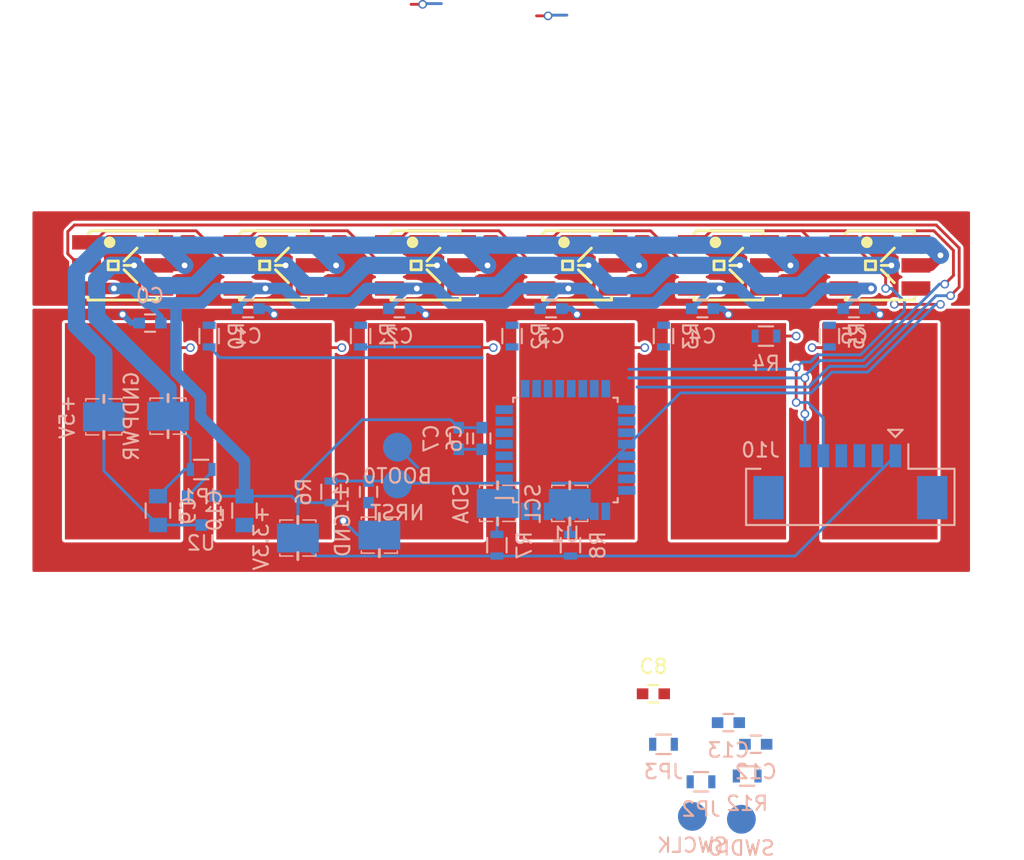
<source format=kicad_pcb>
(kicad_pcb (version 4) (host pcbnew "(2015-05-30 BZR 5691)-product")

  (general
    (links 101)
    (no_connects 45)
    (area 0 0 0 0)
    (thickness 1.6)
    (drawings 4)
    (tracks 304)
    (zones 0)
    (modules 52)
    (nets 41)
  )

  (page A4)
  (layers
    (0 F.Cu signal)
    (31 B.Cu signal)
    (32 B.Adhes user)
    (33 F.Adhes user)
    (34 B.Paste user)
    (35 F.Paste user)
    (36 B.SilkS user)
    (37 F.SilkS user)
    (38 B.Mask user)
    (39 F.Mask user)
    (40 Dwgs.User user hide)
    (41 Cmts.User user)
    (42 Eco1.User user)
    (43 Eco2.User user)
    (44 Edge.Cuts user)
    (45 Margin user)
    (46 B.CrtYd user)
    (47 F.CrtYd user)
    (48 B.Fab user)
    (49 F.Fab user)
  )

  (setup
    (last_trace_width 0.2)
    (user_trace_width 0.3)
    (user_trace_width 0.4)
    (user_trace_width 0.6)
    (user_trace_width 0.8)
    (user_trace_width 1)
    (user_trace_width 1.2)
    (trace_clearance 0.2)
    (zone_clearance 0.2)
    (zone_45_only no)
    (trace_min 0.2)
    (segment_width 0.2)
    (edge_width 0.1)
    (via_size 0.6)
    (via_drill 0.4)
    (via_min_size 0.4)
    (via_min_drill 0.3)
    (uvia_size 0.3)
    (uvia_drill 0.1)
    (uvias_allowed no)
    (uvia_min_size 0.2)
    (uvia_min_drill 0.1)
    (pcb_text_width 0.3)
    (pcb_text_size 1.5 1.5)
    (mod_edge_width 0.15)
    (mod_text_size 1 1)
    (mod_text_width 0.15)
    (pad_size 1.5 1.5)
    (pad_drill 0.6)
    (pad_to_mask_clearance 0)
    (aux_axis_origin 32.25 52.75)
    (grid_origin 32.25 52.75)
    (visible_elements FFFCFF7F)
    (pcbplotparams
      (layerselection 0x00030_80000001)
      (usegerberextensions false)
      (excludeedgelayer true)
      (linewidth 0.100000)
      (plotframeref false)
      (viasonmask false)
      (mode 1)
      (useauxorigin false)
      (hpglpennumber 1)
      (hpglpenspeed 20)
      (hpglpendiameter 15)
      (hpglpenoverlay 2)
      (psnegative false)
      (psa4output false)
      (plotreference true)
      (plotvalue true)
      (plotinvisibletext false)
      (padsonsilk false)
      (subtractmaskfromsilk false)
      (outputformat 1)
      (mirror false)
      (drillshape 1)
      (scaleselection 1)
      (outputdirectory ""))
  )

  (net 0 "")
  (net 1 +3V3)
  (net 2 GNDPWR)
  (net 3 GND)
  (net 4 +5V)
  (net 5 /SDA)
  (net 6 /SCL)
  (net 7 /LED6)
  (net 8 /BUTTON)
  (net 9 /LED0)
  (net 10 /LED1)
  (net 11 /LED2)
  (net 12 /LED3)
  (net 13 /LED4)
  (net 14 "Net-(P0-Pad1)")
  (net 15 "Net-(P1-Pad1)")
  (net 16 "Net-(P2-Pad1)")
  (net 17 "Net-(P3-Pad1)")
  (net 18 "Net-(P4-Pad1)")
  (net 19 "Net-(P5-Pad1)")
  (net 20 "Net-(U1-Pad15)")
  (net 21 "Net-(U1-Pad18)")
  (net 22 "Net-(U1-Pad14)")
  (net 23 /NRST)
  (net 24 "Net-(C12-Pad1)")
  (net 25 "Net-(C13-Pad1)")
  (net 26 /BOOT0)
  (net 27 /SWDIO)
  (net 28 /SWCLK)
  (net 29 /SCK)
  (net 30 /MISO)
  (net 31 "Net-(R0-Pad1)")
  (net 32 "Net-(R1-Pad1)")
  (net 33 "Net-(R2-Pad1)")
  (net 34 "Net-(R3-Pad1)")
  (net 35 "Net-(R4-Pad1)")
  (net 36 "Net-(R5-Pad1)")
  (net 37 "Net-(U1-Pad2)")
  (net 38 "Net-(U1-Pad3)")
  (net 39 "Net-(U1-Pad10)")
  (net 40 "Net-(U1-Pad23)")

  (net_class Default "This is the default net class."
    (clearance 0.2)
    (trace_width 0.2)
    (via_dia 0.6)
    (via_drill 0.4)
    (uvia_dia 0.3)
    (uvia_drill 0.1)
    (add_net +3V3)
    (add_net +5V)
    (add_net /BOOT0)
    (add_net /BUTTON)
    (add_net /LED0)
    (add_net /LED1)
    (add_net /LED2)
    (add_net /LED3)
    (add_net /LED4)
    (add_net /LED6)
    (add_net /MISO)
    (add_net /NRST)
    (add_net /SCK)
    (add_net /SCL)
    (add_net /SDA)
    (add_net /SWCLK)
    (add_net /SWDIO)
    (add_net GND)
    (add_net GNDPWR)
    (add_net "Net-(C12-Pad1)")
    (add_net "Net-(C13-Pad1)")
    (add_net "Net-(P0-Pad1)")
    (add_net "Net-(P1-Pad1)")
    (add_net "Net-(P2-Pad1)")
    (add_net "Net-(P3-Pad1)")
    (add_net "Net-(P4-Pad1)")
    (add_net "Net-(P5-Pad1)")
    (add_net "Net-(R0-Pad1)")
    (add_net "Net-(R1-Pad1)")
    (add_net "Net-(R2-Pad1)")
    (add_net "Net-(R3-Pad1)")
    (add_net "Net-(R4-Pad1)")
    (add_net "Net-(R5-Pad1)")
    (add_net "Net-(U1-Pad10)")
    (add_net "Net-(U1-Pad14)")
    (add_net "Net-(U1-Pad15)")
    (add_net "Net-(U1-Pad18)")
    (add_net "Net-(U1-Pad2)")
    (add_net "Net-(U1-Pad23)")
    (add_net "Net-(U1-Pad3)")
  )

  (module guitar-components:5050-6pin (layer F.Cu) (tedit 556BB125) (tstamp 556A9EF3)
    (at 67.75 33.75)
    (path /556B31EF)
    (fp_text reference LED3 (at 0 -3.2) (layer F.Fab) hide
      (effects (font (size 1 1) (thickness 0.15)))
    )
    (fp_text value WS2812 (at 0 1.6) (layer F.Fab)
      (effects (font (size 0.3 0.3) (thickness 0.075)))
    )
    (fp_line (start 2.4 -2.4) (end 2.4 -2.2) (layer F.SilkS) (width 0.2))
    (fp_line (start -2.4 2.4) (end -2.4 2.2) (layer F.SilkS) (width 0.2))
    (fp_line (start 2.4 2.4) (end 2.4 2.2) (layer F.SilkS) (width 0.2))
    (fp_line (start -2.4 2.4) (end 2.4 2.4) (layer F.SilkS) (width 0.2))
    (fp_line (start -2.2 -2.4) (end 2.4 -2.4) (layer F.SilkS) (width 0.2))
    (fp_line (start -2.2 -2.4) (end -2.4 -2.2) (layer F.SilkS) (width 0.2))
    (fp_line (start -1 0.3) (end -0.3 0.3) (layer F.SilkS) (width 0.2))
    (fp_line (start 0.1 0.3) (end 1 1.2) (layer F.SilkS) (width 0.2))
    (fp_line (start 0.1 -0.3) (end 1 -1.2) (layer F.SilkS) (width 0.2))
    (fp_line (start 0.1 0) (end 0.7 0) (layer F.SilkS) (width 0.2))
    (fp_line (start -0.3 -0.3) (end -0.3 0.3) (layer F.SilkS) (width 0.2))
    (fp_line (start -1 0.3) (end -1 -0.3) (layer F.SilkS) (width 0.2))
    (fp_line (start -1 -0.3) (end -0.3 -0.3) (layer F.SilkS) (width 0.2))
    (fp_circle (center -0.9 -1.6) (end -0.9 -1.8) (layer F.SilkS) (width 0.4))
    (fp_line (start 2.5 -1.1) (end 1.5 -1.1) (layer B.CrtYd) (width 0.05))
    (fp_line (start 1.5 -1.1) (end 1.5 -2.1) (layer B.CrtYd) (width 0.05))
    (fp_line (start 1.5 -2.1) (end 2.5 -2.1) (layer B.CrtYd) (width 0.05))
    (fp_line (start -2.5 2.1) (end -1.5 2.1) (layer B.CrtYd) (width 0.05))
    (fp_line (start -1.5 2.1) (end -1.5 1.1) (layer B.CrtYd) (width 0.05))
    (fp_line (start -1.5 1.1) (end -2.5 1.1) (layer B.CrtYd) (width 0.05))
    (fp_line (start 2.5 2.1) (end 1.5 2.1) (layer B.CrtYd) (width 0.05))
    (fp_line (start 1.5 2.1) (end 1.5 1.1) (layer B.CrtYd) (width 0.05))
    (fp_line (start 1.5 1.1) (end 2.5 1.1) (layer B.CrtYd) (width 0.05))
    (fp_line (start -1.5 -1.1) (end -1.5 -2.1) (layer B.CrtYd) (width 0.05))
    (fp_line (start -1.5 -2.1) (end -2.5 -2.1) (layer B.CrtYd) (width 0.05))
    (fp_line (start -2.5 -1.1) (end -1.5 -1.1) (layer B.CrtYd) (width 0.05))
    (fp_line (start -2.5 -0.5) (end -1.5 -0.5) (layer B.CrtYd) (width 0.05))
    (fp_line (start -1.5 -0.5) (end -1.5 0.5) (layer B.CrtYd) (width 0.05))
    (fp_line (start -1.5 0.5) (end -2.5 0.5) (layer B.CrtYd) (width 0.05))
    (fp_line (start 2.5 -0.5) (end 1.5 -0.5) (layer B.CrtYd) (width 0.05))
    (fp_line (start 1.5 -0.5) (end 1.5 0.5) (layer B.CrtYd) (width 0.05))
    (fp_line (start 1.5 0.5) (end 2.5 0.5) (layer B.CrtYd) (width 0.05))
    (fp_line (start -2.5 -2.5) (end -2.5 2.5) (layer F.Fab) (width 0.05))
    (fp_line (start -2.5 -2.5) (end 2.5 -2.5) (layer F.Fab) (width 0.05))
    (fp_line (start 2.5 -2.5) (end 2.5 2.5) (layer F.Fab) (width 0.05))
    (fp_line (start 2.5 2.5) (end -2.5 2.5) (layer F.Fab) (width 0.05))
    (pad 4 smd rect (at 2.5 1.6) (size 2 1) (layers F.Cu F.Paste F.Mask))
    (pad 5 smd rect (at 2.5 0) (size 2 1) (layers F.Cu F.Paste F.Mask)
      (net 4 +5V))
    (pad 6 smd rect (at 2.5 -1.6) (size 2 1) (layers F.Cu F.Paste F.Mask)
      (net 2 GNDPWR))
    (pad 3 smd rect (at -2.5 1.6) (size 2 1) (layers F.Cu F.Paste F.Mask)
      (net 1 +3V3))
    (pad 2 smd rect (at -2.5 0) (size 2 1) (layers F.Cu F.Paste F.Mask)
      (net 12 /LED3))
    (pad 1 smd rect (at -2.5 -1.6) (size 2 1) (layers F.Cu F.Paste F.Mask)
      (net 13 /LED4))
  )

  (module Capacitors_SMD:C_0603 (layer B.Cu) (tedit 5415D631) (tstamp 556A9D51)
    (at 38.15 37.75 180)
    (descr "Capacitor SMD 0603, reflow soldering, AVX (see smccp.pdf)")
    (tags "capacitor 0603")
    (path /547EE5D6)
    (attr smd)
    (fp_text reference C0 (at 0 1.9 180) (layer B.SilkS)
      (effects (font (size 1 1) (thickness 0.15)) (justify mirror))
    )
    (fp_text value 100nF (at 0 -1.9 180) (layer B.Fab)
      (effects (font (size 1 1) (thickness 0.15)) (justify mirror))
    )
    (fp_line (start -1.45 0.75) (end 1.45 0.75) (layer B.CrtYd) (width 0.05))
    (fp_line (start -1.45 -0.75) (end 1.45 -0.75) (layer B.CrtYd) (width 0.05))
    (fp_line (start -1.45 0.75) (end -1.45 -0.75) (layer B.CrtYd) (width 0.05))
    (fp_line (start 1.45 0.75) (end 1.45 -0.75) (layer B.CrtYd) (width 0.05))
    (fp_line (start -0.35 0.6) (end 0.35 0.6) (layer B.SilkS) (width 0.15))
    (fp_line (start 0.35 -0.6) (end -0.35 -0.6) (layer B.SilkS) (width 0.15))
    (pad 1 smd rect (at -0.75 0 180) (size 0.8 0.75) (layers B.Cu B.Paste B.Mask)
      (net 1 +3V3))
    (pad 2 smd rect (at 0.75 0 180) (size 0.8 0.75) (layers B.Cu B.Paste B.Mask)
      (net 3 GND))
    (model Capacitors_SMD.3dshapes/C_0603.wrl
      (at (xyz 0 0 0))
      (scale (xyz 1 1 1))
      (rotate (xyz 0 0 0))
    )
  )

  (module Capacitors_SMD:C_0603 (layer B.Cu) (tedit 5415D631) (tstamp 556A9D5D)
    (at 44.95 36.75)
    (descr "Capacitor SMD 0603, reflow soldering, AVX (see smccp.pdf)")
    (tags "capacitor 0603")
    (path /556B2B92)
    (attr smd)
    (fp_text reference C1 (at 0 1.9) (layer B.SilkS)
      (effects (font (size 1 1) (thickness 0.15)) (justify mirror))
    )
    (fp_text value 100nF (at 0 -1.9) (layer B.Fab)
      (effects (font (size 1 1) (thickness 0.15)) (justify mirror))
    )
    (fp_line (start -1.45 0.75) (end 1.45 0.75) (layer B.CrtYd) (width 0.05))
    (fp_line (start -1.45 -0.75) (end 1.45 -0.75) (layer B.CrtYd) (width 0.05))
    (fp_line (start -1.45 0.75) (end -1.45 -0.75) (layer B.CrtYd) (width 0.05))
    (fp_line (start 1.45 0.75) (end 1.45 -0.75) (layer B.CrtYd) (width 0.05))
    (fp_line (start -0.35 0.6) (end 0.35 0.6) (layer B.SilkS) (width 0.15))
    (fp_line (start 0.35 -0.6) (end -0.35 -0.6) (layer B.SilkS) (width 0.15))
    (pad 1 smd rect (at -0.75 0) (size 0.8 0.75) (layers B.Cu B.Paste B.Mask)
      (net 1 +3V3))
    (pad 2 smd rect (at 0.75 0) (size 0.8 0.75) (layers B.Cu B.Paste B.Mask)
      (net 3 GND))
    (model Capacitors_SMD.3dshapes/C_0603.wrl
      (at (xyz 0 0 0))
      (scale (xyz 1 1 1))
      (rotate (xyz 0 0 0))
    )
  )

  (module Capacitors_SMD:C_0603 (layer B.Cu) (tedit 5415D631) (tstamp 556A9D69)
    (at 55.45 36.75)
    (descr "Capacitor SMD 0603, reflow soldering, AVX (see smccp.pdf)")
    (tags "capacitor 0603")
    (path /556B31D1)
    (attr smd)
    (fp_text reference C2 (at 0 1.9) (layer B.SilkS)
      (effects (font (size 1 1) (thickness 0.15)) (justify mirror))
    )
    (fp_text value 100nF (at 0 -1.9) (layer B.Fab)
      (effects (font (size 1 1) (thickness 0.15)) (justify mirror))
    )
    (fp_line (start -1.45 0.75) (end 1.45 0.75) (layer B.CrtYd) (width 0.05))
    (fp_line (start -1.45 -0.75) (end 1.45 -0.75) (layer B.CrtYd) (width 0.05))
    (fp_line (start -1.45 0.75) (end -1.45 -0.75) (layer B.CrtYd) (width 0.05))
    (fp_line (start 1.45 0.75) (end 1.45 -0.75) (layer B.CrtYd) (width 0.05))
    (fp_line (start -0.35 0.6) (end 0.35 0.6) (layer B.SilkS) (width 0.15))
    (fp_line (start 0.35 -0.6) (end -0.35 -0.6) (layer B.SilkS) (width 0.15))
    (pad 1 smd rect (at -0.75 0) (size 0.8 0.75) (layers B.Cu B.Paste B.Mask)
      (net 1 +3V3))
    (pad 2 smd rect (at 0.75 0) (size 0.8 0.75) (layers B.Cu B.Paste B.Mask)
      (net 3 GND))
    (model Capacitors_SMD.3dshapes/C_0603.wrl
      (at (xyz 0 0 0))
      (scale (xyz 1 1 1))
      (rotate (xyz 0 0 0))
    )
  )

  (module Capacitors_SMD:C_0603 (layer B.Cu) (tedit 5415D631) (tstamp 556A9D75)
    (at 65.95 36.75)
    (descr "Capacitor SMD 0603, reflow soldering, AVX (see smccp.pdf)")
    (tags "capacitor 0603")
    (path /556B3201)
    (attr smd)
    (fp_text reference C3 (at 0 1.9) (layer B.SilkS)
      (effects (font (size 1 1) (thickness 0.15)) (justify mirror))
    )
    (fp_text value 100nF (at 0 -1.9) (layer B.Fab)
      (effects (font (size 1 1) (thickness 0.15)) (justify mirror))
    )
    (fp_line (start -1.45 0.75) (end 1.45 0.75) (layer B.CrtYd) (width 0.05))
    (fp_line (start -1.45 -0.75) (end 1.45 -0.75) (layer B.CrtYd) (width 0.05))
    (fp_line (start -1.45 0.75) (end -1.45 -0.75) (layer B.CrtYd) (width 0.05))
    (fp_line (start 1.45 0.75) (end 1.45 -0.75) (layer B.CrtYd) (width 0.05))
    (fp_line (start -0.35 0.6) (end 0.35 0.6) (layer B.SilkS) (width 0.15))
    (fp_line (start 0.35 -0.6) (end -0.35 -0.6) (layer B.SilkS) (width 0.15))
    (pad 1 smd rect (at -0.75 0) (size 0.8 0.75) (layers B.Cu B.Paste B.Mask)
      (net 1 +3V3))
    (pad 2 smd rect (at 0.75 0) (size 0.8 0.75) (layers B.Cu B.Paste B.Mask)
      (net 3 GND))
    (model Capacitors_SMD.3dshapes/C_0603.wrl
      (at (xyz 0 0 0))
      (scale (xyz 1 1 1))
      (rotate (xyz 0 0 0))
    )
  )

  (module Capacitors_SMD:C_0603 (layer B.Cu) (tedit 5415D631) (tstamp 556A9D81)
    (at 76.45 36.75)
    (descr "Capacitor SMD 0603, reflow soldering, AVX (see smccp.pdf)")
    (tags "capacitor 0603")
    (path /556B3752)
    (attr smd)
    (fp_text reference C4 (at 0 1.9) (layer B.SilkS)
      (effects (font (size 1 1) (thickness 0.15)) (justify mirror))
    )
    (fp_text value 100nF (at 0 -1.9) (layer B.Fab)
      (effects (font (size 1 1) (thickness 0.15)) (justify mirror))
    )
    (fp_line (start -1.45 0.75) (end 1.45 0.75) (layer B.CrtYd) (width 0.05))
    (fp_line (start -1.45 -0.75) (end 1.45 -0.75) (layer B.CrtYd) (width 0.05))
    (fp_line (start -1.45 0.75) (end -1.45 -0.75) (layer B.CrtYd) (width 0.05))
    (fp_line (start 1.45 0.75) (end 1.45 -0.75) (layer B.CrtYd) (width 0.05))
    (fp_line (start -0.35 0.6) (end 0.35 0.6) (layer B.SilkS) (width 0.15))
    (fp_line (start 0.35 -0.6) (end -0.35 -0.6) (layer B.SilkS) (width 0.15))
    (pad 1 smd rect (at -0.75 0) (size 0.8 0.75) (layers B.Cu B.Paste B.Mask)
      (net 1 +3V3))
    (pad 2 smd rect (at 0.75 0) (size 0.8 0.75) (layers B.Cu B.Paste B.Mask)
      (net 3 GND))
    (model Capacitors_SMD.3dshapes/C_0603.wrl
      (at (xyz 0 0 0))
      (scale (xyz 1 1 1))
      (rotate (xyz 0 0 0))
    )
  )

  (module Capacitors_SMD:C_0603 (layer B.Cu) (tedit 5415D631) (tstamp 556A9D8D)
    (at 86.95 36.75)
    (descr "Capacitor SMD 0603, reflow soldering, AVX (see smccp.pdf)")
    (tags "capacitor 0603")
    (path /556B3782)
    (attr smd)
    (fp_text reference C5 (at 0 1.9) (layer B.SilkS)
      (effects (font (size 1 1) (thickness 0.15)) (justify mirror))
    )
    (fp_text value 100nF (at 0 -1.9) (layer B.Fab)
      (effects (font (size 1 1) (thickness 0.15)) (justify mirror))
    )
    (fp_line (start -1.45 0.75) (end 1.45 0.75) (layer B.CrtYd) (width 0.05))
    (fp_line (start -1.45 -0.75) (end 1.45 -0.75) (layer B.CrtYd) (width 0.05))
    (fp_line (start -1.45 0.75) (end -1.45 -0.75) (layer B.CrtYd) (width 0.05))
    (fp_line (start 1.45 0.75) (end 1.45 -0.75) (layer B.CrtYd) (width 0.05))
    (fp_line (start -0.35 0.6) (end 0.35 0.6) (layer B.SilkS) (width 0.15))
    (fp_line (start 0.35 -0.6) (end -0.35 -0.6) (layer B.SilkS) (width 0.15))
    (pad 1 smd rect (at -0.75 0) (size 0.8 0.75) (layers B.Cu B.Paste B.Mask)
      (net 1 +3V3))
    (pad 2 smd rect (at 0.75 0) (size 0.8 0.75) (layers B.Cu B.Paste B.Mask)
      (net 3 GND))
    (model Capacitors_SMD.3dshapes/C_0603.wrl
      (at (xyz 0 0 0))
      (scale (xyz 1 1 1))
      (rotate (xyz 0 0 0))
    )
  )

  (module Capacitors_SMD:C_0603 (layer B.Cu) (tedit 5415D631) (tstamp 556A9D99)
    (at 61.15 45.75 270)
    (descr "Capacitor SMD 0603, reflow soldering, AVX (see smccp.pdf)")
    (tags "capacitor 0603")
    (path /547EC067)
    (attr smd)
    (fp_text reference C6 (at 0 1.9 270) (layer B.SilkS)
      (effects (font (size 1 1) (thickness 0.15)) (justify mirror))
    )
    (fp_text value 100nF (at 0 -1.9 270) (layer B.Fab)
      (effects (font (size 1 1) (thickness 0.15)) (justify mirror))
    )
    (fp_line (start -1.45 0.75) (end 1.45 0.75) (layer B.CrtYd) (width 0.05))
    (fp_line (start -1.45 -0.75) (end 1.45 -0.75) (layer B.CrtYd) (width 0.05))
    (fp_line (start -1.45 0.75) (end -1.45 -0.75) (layer B.CrtYd) (width 0.05))
    (fp_line (start 1.45 0.75) (end 1.45 -0.75) (layer B.CrtYd) (width 0.05))
    (fp_line (start -0.35 0.6) (end 0.35 0.6) (layer B.SilkS) (width 0.15))
    (fp_line (start 0.35 -0.6) (end -0.35 -0.6) (layer B.SilkS) (width 0.15))
    (pad 1 smd rect (at -0.75 0 270) (size 0.8 0.75) (layers B.Cu B.Paste B.Mask)
      (net 1 +3V3))
    (pad 2 smd rect (at 0.75 0 270) (size 0.8 0.75) (layers B.Cu B.Paste B.Mask)
      (net 3 GND))
    (model Capacitors_SMD.3dshapes/C_0603.wrl
      (at (xyz 0 0 0))
      (scale (xyz 1 1 1))
      (rotate (xyz 0 0 0))
    )
  )

  (module Capacitors_SMD:C_0603 (layer B.Cu) (tedit 5415D631) (tstamp 556A9DA5)
    (at 59.55 45.75 270)
    (descr "Capacitor SMD 0603, reflow soldering, AVX (see smccp.pdf)")
    (tags "capacitor 0603")
    (path /547EB337)
    (attr smd)
    (fp_text reference C7 (at 0 1.9 270) (layer B.SilkS)
      (effects (font (size 1 1) (thickness 0.15)) (justify mirror))
    )
    (fp_text value 100nF (at 0 -1.9 270) (layer B.Fab)
      (effects (font (size 1 1) (thickness 0.15)) (justify mirror))
    )
    (fp_line (start -1.45 0.75) (end 1.45 0.75) (layer B.CrtYd) (width 0.05))
    (fp_line (start -1.45 -0.75) (end 1.45 -0.75) (layer B.CrtYd) (width 0.05))
    (fp_line (start -1.45 0.75) (end -1.45 -0.75) (layer B.CrtYd) (width 0.05))
    (fp_line (start 1.45 0.75) (end 1.45 -0.75) (layer B.CrtYd) (width 0.05))
    (fp_line (start -0.35 0.6) (end 0.35 0.6) (layer B.SilkS) (width 0.15))
    (fp_line (start 0.35 -0.6) (end -0.35 -0.6) (layer B.SilkS) (width 0.15))
    (pad 1 smd rect (at -0.75 0 270) (size 0.8 0.75) (layers B.Cu B.Paste B.Mask)
      (net 1 +3V3))
    (pad 2 smd rect (at 0.75 0 270) (size 0.8 0.75) (layers B.Cu B.Paste B.Mask)
      (net 3 GND))
    (model Capacitors_SMD.3dshapes/C_0603.wrl
      (at (xyz 0 0 0))
      (scale (xyz 1 1 1))
      (rotate (xyz 0 0 0))
    )
  )

  (module Capacitors_SMD:C_0603 (layer B.Cu) (tedit 5415D631) (tstamp 556A9DB1)
    (at 53.3 49.45 270)
    (descr "Capacitor SMD 0603, reflow soldering, AVX (see smccp.pdf)")
    (tags "capacitor 0603")
    (path /547EBB23)
    (attr smd)
    (fp_text reference C11 (at 0 1.9 270) (layer B.SilkS)
      (effects (font (size 1 1) (thickness 0.15)) (justify mirror))
    )
    (fp_text value 100nF (at 0 -1.9 270) (layer B.Fab)
      (effects (font (size 1 1) (thickness 0.15)) (justify mirror))
    )
    (fp_line (start -1.45 0.75) (end 1.45 0.75) (layer B.CrtYd) (width 0.05))
    (fp_line (start -1.45 -0.75) (end 1.45 -0.75) (layer B.CrtYd) (width 0.05))
    (fp_line (start -1.45 0.75) (end -1.45 -0.75) (layer B.CrtYd) (width 0.05))
    (fp_line (start 1.45 0.75) (end 1.45 -0.75) (layer B.CrtYd) (width 0.05))
    (fp_line (start -0.35 0.6) (end 0.35 0.6) (layer B.SilkS) (width 0.15))
    (fp_line (start 0.35 -0.6) (end -0.35 -0.6) (layer B.SilkS) (width 0.15))
    (pad 1 smd rect (at -0.75 0 270) (size 0.8 0.75) (layers B.Cu B.Paste B.Mask)
      (net 23 /NRST))
    (pad 2 smd rect (at 0.75 0 270) (size 0.8 0.75) (layers B.Cu B.Paste B.Mask)
      (net 3 GND))
    (model Capacitors_SMD.3dshapes/C_0603.wrl
      (at (xyz 0 0 0))
      (scale (xyz 1 1 1))
      (rotate (xyz 0 0 0))
    )
  )

  (module guitar-components:5050-6pin (layer F.Cu) (tedit 556BB121) (tstamp 556A9E97)
    (at 46.75 33.75)
    (path /556B2B80)
    (fp_text reference LED1 (at 0 -3.2) (layer F.Fab) hide
      (effects (font (size 1 1) (thickness 0.15)))
    )
    (fp_text value WS2812 (at 0 1.6) (layer F.Fab)
      (effects (font (size 0.3 0.3) (thickness 0.075)))
    )
    (fp_line (start 2.4 -2.4) (end 2.4 -2.2) (layer F.SilkS) (width 0.2))
    (fp_line (start -2.4 2.4) (end -2.4 2.2) (layer F.SilkS) (width 0.2))
    (fp_line (start 2.4 2.4) (end 2.4 2.2) (layer F.SilkS) (width 0.2))
    (fp_line (start -2.4 2.4) (end 2.4 2.4) (layer F.SilkS) (width 0.2))
    (fp_line (start -2.2 -2.4) (end 2.4 -2.4) (layer F.SilkS) (width 0.2))
    (fp_line (start -2.2 -2.4) (end -2.4 -2.2) (layer F.SilkS) (width 0.2))
    (fp_line (start -1 0.3) (end -0.3 0.3) (layer F.SilkS) (width 0.2))
    (fp_line (start 0.1 0.3) (end 1 1.2) (layer F.SilkS) (width 0.2))
    (fp_line (start 0.1 -0.3) (end 1 -1.2) (layer F.SilkS) (width 0.2))
    (fp_line (start 0.1 0) (end 0.7 0) (layer F.SilkS) (width 0.2))
    (fp_line (start -0.3 -0.3) (end -0.3 0.3) (layer F.SilkS) (width 0.2))
    (fp_line (start -1 0.3) (end -1 -0.3) (layer F.SilkS) (width 0.2))
    (fp_line (start -1 -0.3) (end -0.3 -0.3) (layer F.SilkS) (width 0.2))
    (fp_circle (center -0.9 -1.6) (end -0.9 -1.8) (layer F.SilkS) (width 0.4))
    (fp_line (start 2.5 -1.1) (end 1.5 -1.1) (layer B.CrtYd) (width 0.05))
    (fp_line (start 1.5 -1.1) (end 1.5 -2.1) (layer B.CrtYd) (width 0.05))
    (fp_line (start 1.5 -2.1) (end 2.5 -2.1) (layer B.CrtYd) (width 0.05))
    (fp_line (start -2.5 2.1) (end -1.5 2.1) (layer B.CrtYd) (width 0.05))
    (fp_line (start -1.5 2.1) (end -1.5 1.1) (layer B.CrtYd) (width 0.05))
    (fp_line (start -1.5 1.1) (end -2.5 1.1) (layer B.CrtYd) (width 0.05))
    (fp_line (start 2.5 2.1) (end 1.5 2.1) (layer B.CrtYd) (width 0.05))
    (fp_line (start 1.5 2.1) (end 1.5 1.1) (layer B.CrtYd) (width 0.05))
    (fp_line (start 1.5 1.1) (end 2.5 1.1) (layer B.CrtYd) (width 0.05))
    (fp_line (start -1.5 -1.1) (end -1.5 -2.1) (layer B.CrtYd) (width 0.05))
    (fp_line (start -1.5 -2.1) (end -2.5 -2.1) (layer B.CrtYd) (width 0.05))
    (fp_line (start -2.5 -1.1) (end -1.5 -1.1) (layer B.CrtYd) (width 0.05))
    (fp_line (start -2.5 -0.5) (end -1.5 -0.5) (layer B.CrtYd) (width 0.05))
    (fp_line (start -1.5 -0.5) (end -1.5 0.5) (layer B.CrtYd) (width 0.05))
    (fp_line (start -1.5 0.5) (end -2.5 0.5) (layer B.CrtYd) (width 0.05))
    (fp_line (start 2.5 -0.5) (end 1.5 -0.5) (layer B.CrtYd) (width 0.05))
    (fp_line (start 1.5 -0.5) (end 1.5 0.5) (layer B.CrtYd) (width 0.05))
    (fp_line (start 1.5 0.5) (end 2.5 0.5) (layer B.CrtYd) (width 0.05))
    (fp_line (start -2.5 -2.5) (end -2.5 2.5) (layer F.Fab) (width 0.05))
    (fp_line (start -2.5 -2.5) (end 2.5 -2.5) (layer F.Fab) (width 0.05))
    (fp_line (start 2.5 -2.5) (end 2.5 2.5) (layer F.Fab) (width 0.05))
    (fp_line (start 2.5 2.5) (end -2.5 2.5) (layer F.Fab) (width 0.05))
    (pad 4 smd rect (at 2.5 1.6) (size 2 1) (layers F.Cu F.Paste F.Mask))
    (pad 5 smd rect (at 2.5 0) (size 2 1) (layers F.Cu F.Paste F.Mask)
      (net 4 +5V))
    (pad 6 smd rect (at 2.5 -1.6) (size 2 1) (layers F.Cu F.Paste F.Mask)
      (net 2 GNDPWR))
    (pad 3 smd rect (at -2.5 1.6) (size 2 1) (layers F.Cu F.Paste F.Mask)
      (net 1 +3V3))
    (pad 2 smd rect (at -2.5 0) (size 2 1) (layers F.Cu F.Paste F.Mask)
      (net 10 /LED1))
    (pad 1 smd rect (at -2.5 -1.6) (size 2 1) (layers F.Cu F.Paste F.Mask)
      (net 11 /LED2))
  )

  (module guitar-components:5050-6pin (layer F.Cu) (tedit 556BB123) (tstamp 556A9EC5)
    (at 57.25 33.75)
    (path /556B31BF)
    (fp_text reference LED2 (at 0 -3.2) (layer F.Fab) hide
      (effects (font (size 1 1) (thickness 0.15)))
    )
    (fp_text value WS2812 (at 0 1.6) (layer F.Fab)
      (effects (font (size 0.3 0.3) (thickness 0.075)))
    )
    (fp_line (start 2.4 -2.4) (end 2.4 -2.2) (layer F.SilkS) (width 0.2))
    (fp_line (start -2.4 2.4) (end -2.4 2.2) (layer F.SilkS) (width 0.2))
    (fp_line (start 2.4 2.4) (end 2.4 2.2) (layer F.SilkS) (width 0.2))
    (fp_line (start -2.4 2.4) (end 2.4 2.4) (layer F.SilkS) (width 0.2))
    (fp_line (start -2.2 -2.4) (end 2.4 -2.4) (layer F.SilkS) (width 0.2))
    (fp_line (start -2.2 -2.4) (end -2.4 -2.2) (layer F.SilkS) (width 0.2))
    (fp_line (start -1 0.3) (end -0.3 0.3) (layer F.SilkS) (width 0.2))
    (fp_line (start 0.1 0.3) (end 1 1.2) (layer F.SilkS) (width 0.2))
    (fp_line (start 0.1 -0.3) (end 1 -1.2) (layer F.SilkS) (width 0.2))
    (fp_line (start 0.1 0) (end 0.7 0) (layer F.SilkS) (width 0.2))
    (fp_line (start -0.3 -0.3) (end -0.3 0.3) (layer F.SilkS) (width 0.2))
    (fp_line (start -1 0.3) (end -1 -0.3) (layer F.SilkS) (width 0.2))
    (fp_line (start -1 -0.3) (end -0.3 -0.3) (layer F.SilkS) (width 0.2))
    (fp_circle (center -0.9 -1.6) (end -0.9 -1.8) (layer F.SilkS) (width 0.4))
    (fp_line (start 2.5 -1.1) (end 1.5 -1.1) (layer B.CrtYd) (width 0.05))
    (fp_line (start 1.5 -1.1) (end 1.5 -2.1) (layer B.CrtYd) (width 0.05))
    (fp_line (start 1.5 -2.1) (end 2.5 -2.1) (layer B.CrtYd) (width 0.05))
    (fp_line (start -2.5 2.1) (end -1.5 2.1) (layer B.CrtYd) (width 0.05))
    (fp_line (start -1.5 2.1) (end -1.5 1.1) (layer B.CrtYd) (width 0.05))
    (fp_line (start -1.5 1.1) (end -2.5 1.1) (layer B.CrtYd) (width 0.05))
    (fp_line (start 2.5 2.1) (end 1.5 2.1) (layer B.CrtYd) (width 0.05))
    (fp_line (start 1.5 2.1) (end 1.5 1.1) (layer B.CrtYd) (width 0.05))
    (fp_line (start 1.5 1.1) (end 2.5 1.1) (layer B.CrtYd) (width 0.05))
    (fp_line (start -1.5 -1.1) (end -1.5 -2.1) (layer B.CrtYd) (width 0.05))
    (fp_line (start -1.5 -2.1) (end -2.5 -2.1) (layer B.CrtYd) (width 0.05))
    (fp_line (start -2.5 -1.1) (end -1.5 -1.1) (layer B.CrtYd) (width 0.05))
    (fp_line (start -2.5 -0.5) (end -1.5 -0.5) (layer B.CrtYd) (width 0.05))
    (fp_line (start -1.5 -0.5) (end -1.5 0.5) (layer B.CrtYd) (width 0.05))
    (fp_line (start -1.5 0.5) (end -2.5 0.5) (layer B.CrtYd) (width 0.05))
    (fp_line (start 2.5 -0.5) (end 1.5 -0.5) (layer B.CrtYd) (width 0.05))
    (fp_line (start 1.5 -0.5) (end 1.5 0.5) (layer B.CrtYd) (width 0.05))
    (fp_line (start 1.5 0.5) (end 2.5 0.5) (layer B.CrtYd) (width 0.05))
    (fp_line (start -2.5 -2.5) (end -2.5 2.5) (layer F.Fab) (width 0.05))
    (fp_line (start -2.5 -2.5) (end 2.5 -2.5) (layer F.Fab) (width 0.05))
    (fp_line (start 2.5 -2.5) (end 2.5 2.5) (layer F.Fab) (width 0.05))
    (fp_line (start 2.5 2.5) (end -2.5 2.5) (layer F.Fab) (width 0.05))
    (pad 4 smd rect (at 2.5 1.6) (size 2 1) (layers F.Cu F.Paste F.Mask))
    (pad 5 smd rect (at 2.5 0) (size 2 1) (layers F.Cu F.Paste F.Mask)
      (net 4 +5V))
    (pad 6 smd rect (at 2.5 -1.6) (size 2 1) (layers F.Cu F.Paste F.Mask)
      (net 2 GNDPWR))
    (pad 3 smd rect (at -2.5 1.6) (size 2 1) (layers F.Cu F.Paste F.Mask)
      (net 1 +3V3))
    (pad 2 smd rect (at -2.5 0) (size 2 1) (layers F.Cu F.Paste F.Mask)
      (net 11 /LED2))
    (pad 1 smd rect (at -2.5 -1.6) (size 2 1) (layers F.Cu F.Paste F.Mask)
      (net 12 /LED3))
  )

  (module guitar-components:5050-6pin (layer F.Cu) (tedit 556A984B) (tstamp 556A9F21)
    (at 78.25 33.75)
    (path /556B3740)
    (fp_text reference LED4 (at 0 -3.2) (layer F.Fab)
      (effects (font (size 1 1) (thickness 0.15)))
    )
    (fp_text value WS2812 (at 0 1.6) (layer F.Fab)
      (effects (font (size 0.3 0.3) (thickness 0.075)))
    )
    (fp_line (start 2.4 -2.4) (end 2.4 -2.2) (layer F.SilkS) (width 0.2))
    (fp_line (start -2.4 2.4) (end -2.4 2.2) (layer F.SilkS) (width 0.2))
    (fp_line (start 2.4 2.4) (end 2.4 2.2) (layer F.SilkS) (width 0.2))
    (fp_line (start -2.4 2.4) (end 2.4 2.4) (layer F.SilkS) (width 0.2))
    (fp_line (start -2.2 -2.4) (end 2.4 -2.4) (layer F.SilkS) (width 0.2))
    (fp_line (start -2.2 -2.4) (end -2.4 -2.2) (layer F.SilkS) (width 0.2))
    (fp_line (start -1 0.3) (end -0.3 0.3) (layer F.SilkS) (width 0.2))
    (fp_line (start 0.1 0.3) (end 1 1.2) (layer F.SilkS) (width 0.2))
    (fp_line (start 0.1 -0.3) (end 1 -1.2) (layer F.SilkS) (width 0.2))
    (fp_line (start 0.1 0) (end 0.7 0) (layer F.SilkS) (width 0.2))
    (fp_line (start -0.3 -0.3) (end -0.3 0.3) (layer F.SilkS) (width 0.2))
    (fp_line (start -1 0.3) (end -1 -0.3) (layer F.SilkS) (width 0.2))
    (fp_line (start -1 -0.3) (end -0.3 -0.3) (layer F.SilkS) (width 0.2))
    (fp_circle (center -0.9 -1.6) (end -0.9 -1.8) (layer F.SilkS) (width 0.4))
    (fp_line (start 2.5 -1.1) (end 1.5 -1.1) (layer B.CrtYd) (width 0.05))
    (fp_line (start 1.5 -1.1) (end 1.5 -2.1) (layer B.CrtYd) (width 0.05))
    (fp_line (start 1.5 -2.1) (end 2.5 -2.1) (layer B.CrtYd) (width 0.05))
    (fp_line (start -2.5 2.1) (end -1.5 2.1) (layer B.CrtYd) (width 0.05))
    (fp_line (start -1.5 2.1) (end -1.5 1.1) (layer B.CrtYd) (width 0.05))
    (fp_line (start -1.5 1.1) (end -2.5 1.1) (layer B.CrtYd) (width 0.05))
    (fp_line (start 2.5 2.1) (end 1.5 2.1) (layer B.CrtYd) (width 0.05))
    (fp_line (start 1.5 2.1) (end 1.5 1.1) (layer B.CrtYd) (width 0.05))
    (fp_line (start 1.5 1.1) (end 2.5 1.1) (layer B.CrtYd) (width 0.05))
    (fp_line (start -1.5 -1.1) (end -1.5 -2.1) (layer B.CrtYd) (width 0.05))
    (fp_line (start -1.5 -2.1) (end -2.5 -2.1) (layer B.CrtYd) (width 0.05))
    (fp_line (start -2.5 -1.1) (end -1.5 -1.1) (layer B.CrtYd) (width 0.05))
    (fp_line (start -2.5 -0.5) (end -1.5 -0.5) (layer B.CrtYd) (width 0.05))
    (fp_line (start -1.5 -0.5) (end -1.5 0.5) (layer B.CrtYd) (width 0.05))
    (fp_line (start -1.5 0.5) (end -2.5 0.5) (layer B.CrtYd) (width 0.05))
    (fp_line (start 2.5 -0.5) (end 1.5 -0.5) (layer B.CrtYd) (width 0.05))
    (fp_line (start 1.5 -0.5) (end 1.5 0.5) (layer B.CrtYd) (width 0.05))
    (fp_line (start 1.5 0.5) (end 2.5 0.5) (layer B.CrtYd) (width 0.05))
    (fp_line (start -2.5 -2.5) (end -2.5 2.5) (layer F.Fab) (width 0.05))
    (fp_line (start -2.5 -2.5) (end 2.5 -2.5) (layer F.Fab) (width 0.05))
    (fp_line (start 2.5 -2.5) (end 2.5 2.5) (layer F.Fab) (width 0.05))
    (fp_line (start 2.5 2.5) (end -2.5 2.5) (layer F.Fab) (width 0.05))
    (pad 4 smd rect (at 2.5 1.6) (size 2 1) (layers F.Cu F.Paste F.Mask))
    (pad 5 smd rect (at 2.5 0) (size 2 1) (layers F.Cu F.Paste F.Mask)
      (net 4 +5V))
    (pad 6 smd rect (at 2.5 -1.6) (size 2 1) (layers F.Cu F.Paste F.Mask)
      (net 2 GNDPWR))
    (pad 3 smd rect (at -2.5 1.6) (size 2 1) (layers F.Cu F.Paste F.Mask)
      (net 1 +3V3))
    (pad 2 smd rect (at -2.5 0) (size 2 1) (layers F.Cu F.Paste F.Mask)
      (net 13 /LED4))
    (pad 1 smd rect (at -2.5 -1.6) (size 2 1) (layers F.Cu F.Paste F.Mask)
      (net 8 /BUTTON))
  )

  (module guitar-components:5050-6pin (layer F.Cu) (tedit 556BB127) (tstamp 556A9F4F)
    (at 88.75 33.75)
    (path /556B3770)
    (fp_text reference LED5 (at 0 -3.2) (layer F.Fab) hide
      (effects (font (size 1 1) (thickness 0.15)))
    )
    (fp_text value WS2812 (at 0 1.6) (layer F.Fab)
      (effects (font (size 0.3 0.3) (thickness 0.075)))
    )
    (fp_line (start 2.4 -2.4) (end 2.4 -2.2) (layer F.SilkS) (width 0.2))
    (fp_line (start -2.4 2.4) (end -2.4 2.2) (layer F.SilkS) (width 0.2))
    (fp_line (start 2.4 2.4) (end 2.4 2.2) (layer F.SilkS) (width 0.2))
    (fp_line (start -2.4 2.4) (end 2.4 2.4) (layer F.SilkS) (width 0.2))
    (fp_line (start -2.2 -2.4) (end 2.4 -2.4) (layer F.SilkS) (width 0.2))
    (fp_line (start -2.2 -2.4) (end -2.4 -2.2) (layer F.SilkS) (width 0.2))
    (fp_line (start -1 0.3) (end -0.3 0.3) (layer F.SilkS) (width 0.2))
    (fp_line (start 0.1 0.3) (end 1 1.2) (layer F.SilkS) (width 0.2))
    (fp_line (start 0.1 -0.3) (end 1 -1.2) (layer F.SilkS) (width 0.2))
    (fp_line (start 0.1 0) (end 0.7 0) (layer F.SilkS) (width 0.2))
    (fp_line (start -0.3 -0.3) (end -0.3 0.3) (layer F.SilkS) (width 0.2))
    (fp_line (start -1 0.3) (end -1 -0.3) (layer F.SilkS) (width 0.2))
    (fp_line (start -1 -0.3) (end -0.3 -0.3) (layer F.SilkS) (width 0.2))
    (fp_circle (center -0.9 -1.6) (end -0.9 -1.8) (layer F.SilkS) (width 0.4))
    (fp_line (start 2.5 -1.1) (end 1.5 -1.1) (layer B.CrtYd) (width 0.05))
    (fp_line (start 1.5 -1.1) (end 1.5 -2.1) (layer B.CrtYd) (width 0.05))
    (fp_line (start 1.5 -2.1) (end 2.5 -2.1) (layer B.CrtYd) (width 0.05))
    (fp_line (start -2.5 2.1) (end -1.5 2.1) (layer B.CrtYd) (width 0.05))
    (fp_line (start -1.5 2.1) (end -1.5 1.1) (layer B.CrtYd) (width 0.05))
    (fp_line (start -1.5 1.1) (end -2.5 1.1) (layer B.CrtYd) (width 0.05))
    (fp_line (start 2.5 2.1) (end 1.5 2.1) (layer B.CrtYd) (width 0.05))
    (fp_line (start 1.5 2.1) (end 1.5 1.1) (layer B.CrtYd) (width 0.05))
    (fp_line (start 1.5 1.1) (end 2.5 1.1) (layer B.CrtYd) (width 0.05))
    (fp_line (start -1.5 -1.1) (end -1.5 -2.1) (layer B.CrtYd) (width 0.05))
    (fp_line (start -1.5 -2.1) (end -2.5 -2.1) (layer B.CrtYd) (width 0.05))
    (fp_line (start -2.5 -1.1) (end -1.5 -1.1) (layer B.CrtYd) (width 0.05))
    (fp_line (start -2.5 -0.5) (end -1.5 -0.5) (layer B.CrtYd) (width 0.05))
    (fp_line (start -1.5 -0.5) (end -1.5 0.5) (layer B.CrtYd) (width 0.05))
    (fp_line (start -1.5 0.5) (end -2.5 0.5) (layer B.CrtYd) (width 0.05))
    (fp_line (start 2.5 -0.5) (end 1.5 -0.5) (layer B.CrtYd) (width 0.05))
    (fp_line (start 1.5 -0.5) (end 1.5 0.5) (layer B.CrtYd) (width 0.05))
    (fp_line (start 1.5 0.5) (end 2.5 0.5) (layer B.CrtYd) (width 0.05))
    (fp_line (start -2.5 -2.5) (end -2.5 2.5) (layer F.Fab) (width 0.05))
    (fp_line (start -2.5 -2.5) (end 2.5 -2.5) (layer F.Fab) (width 0.05))
    (fp_line (start 2.5 -2.5) (end 2.5 2.5) (layer F.Fab) (width 0.05))
    (fp_line (start 2.5 2.5) (end -2.5 2.5) (layer F.Fab) (width 0.05))
    (pad 4 smd rect (at 2.5 1.6) (size 2 1) (layers F.Cu F.Paste F.Mask))
    (pad 5 smd rect (at 2.5 0) (size 2 1) (layers F.Cu F.Paste F.Mask)
      (net 4 +5V))
    (pad 6 smd rect (at 2.5 -1.6) (size 2 1) (layers F.Cu F.Paste F.Mask)
      (net 2 GNDPWR))
    (pad 3 smd rect (at -2.5 1.6) (size 2 1) (layers F.Cu F.Paste F.Mask)
      (net 1 +3V3))
    (pad 2 smd rect (at -2.5 0) (size 2 1) (layers F.Cu F.Paste F.Mask)
      (net 8 /BUTTON))
    (pad 1 smd rect (at -2.5 -1.6) (size 2 1) (layers F.Cu F.Paste F.Mask)
      (net 7 /LED6))
  )

  (module Resistors_SMD:R_0603 (layer B.Cu) (tedit 5415CC62) (tstamp 556A9F79)
    (at 50.7 49.45 270)
    (descr "Resistor SMD 0603, reflow soldering, Vishay (see dcrcw.pdf)")
    (tags "resistor 0603")
    (path /547EBBEE)
    (attr smd)
    (fp_text reference R6 (at 0 1.9 270) (layer B.SilkS)
      (effects (font (size 1 1) (thickness 0.15)) (justify mirror))
    )
    (fp_text value 10k (at 0 -1.9 270) (layer B.Fab)
      (effects (font (size 1 1) (thickness 0.15)) (justify mirror))
    )
    (fp_line (start -1.3 0.8) (end 1.3 0.8) (layer B.CrtYd) (width 0.05))
    (fp_line (start -1.3 -0.8) (end 1.3 -0.8) (layer B.CrtYd) (width 0.05))
    (fp_line (start -1.3 0.8) (end -1.3 -0.8) (layer B.CrtYd) (width 0.05))
    (fp_line (start 1.3 0.8) (end 1.3 -0.8) (layer B.CrtYd) (width 0.05))
    (fp_line (start 0.5 -0.675) (end -0.5 -0.675) (layer B.SilkS) (width 0.15))
    (fp_line (start -0.5 0.675) (end 0.5 0.675) (layer B.SilkS) (width 0.15))
    (pad 1 smd rect (at -0.75 0 270) (size 0.5 0.9) (layers B.Cu B.Paste B.Mask)
      (net 23 /NRST))
    (pad 2 smd rect (at 0.75 0 270) (size 0.5 0.9) (layers B.Cu B.Paste B.Mask)
      (net 1 +3V3))
    (model Resistors_SMD.3dshapes/R_0603.wrl
      (at (xyz 0 0 0))
      (scale (xyz 1 1 1))
      (rotate (xyz 0 0 0))
    )
  )

  (module Resistors_SMD:R_0603 (layer B.Cu) (tedit 5415CC62) (tstamp 556A9F85)
    (at 62.2 53.15 90)
    (descr "Resistor SMD 0603, reflow soldering, Vishay (see dcrcw.pdf)")
    (tags "resistor 0603")
    (path /547ECE9A)
    (attr smd)
    (fp_text reference R7 (at 0 1.9 90) (layer B.SilkS)
      (effects (font (size 1 1) (thickness 0.15)) (justify mirror))
    )
    (fp_text value 4.7k (at 0 -1.9 90) (layer B.Fab)
      (effects (font (size 1 1) (thickness 0.15)) (justify mirror))
    )
    (fp_line (start -1.3 0.8) (end 1.3 0.8) (layer B.CrtYd) (width 0.05))
    (fp_line (start -1.3 -0.8) (end 1.3 -0.8) (layer B.CrtYd) (width 0.05))
    (fp_line (start -1.3 0.8) (end -1.3 -0.8) (layer B.CrtYd) (width 0.05))
    (fp_line (start 1.3 0.8) (end 1.3 -0.8) (layer B.CrtYd) (width 0.05))
    (fp_line (start 0.5 -0.675) (end -0.5 -0.675) (layer B.SilkS) (width 0.15))
    (fp_line (start -0.5 0.675) (end 0.5 0.675) (layer B.SilkS) (width 0.15))
    (pad 1 smd rect (at -0.75 0 90) (size 0.5 0.9) (layers B.Cu B.Paste B.Mask)
      (net 1 +3V3))
    (pad 2 smd rect (at 0.75 0 90) (size 0.5 0.9) (layers B.Cu B.Paste B.Mask)
      (net 5 /SDA))
    (model Resistors_SMD.3dshapes/R_0603.wrl
      (at (xyz 0 0 0))
      (scale (xyz 1 1 1))
      (rotate (xyz 0 0 0))
    )
  )

  (module Resistors_SMD:R_0603 (layer B.Cu) (tedit 5415CC62) (tstamp 556A9F91)
    (at 67.3 53.15 90)
    (descr "Resistor SMD 0603, reflow soldering, Vishay (see dcrcw.pdf)")
    (tags "resistor 0603")
    (path /547ED325)
    (attr smd)
    (fp_text reference R8 (at 0 1.9 90) (layer B.SilkS)
      (effects (font (size 1 1) (thickness 0.15)) (justify mirror))
    )
    (fp_text value 4.7k (at 0 -1.9 90) (layer B.Fab)
      (effects (font (size 1 1) (thickness 0.15)) (justify mirror))
    )
    (fp_line (start -1.3 0.8) (end 1.3 0.8) (layer B.CrtYd) (width 0.05))
    (fp_line (start -1.3 -0.8) (end 1.3 -0.8) (layer B.CrtYd) (width 0.05))
    (fp_line (start -1.3 0.8) (end -1.3 -0.8) (layer B.CrtYd) (width 0.05))
    (fp_line (start 1.3 0.8) (end 1.3 -0.8) (layer B.CrtYd) (width 0.05))
    (fp_line (start 0.5 -0.675) (end -0.5 -0.675) (layer B.SilkS) (width 0.15))
    (fp_line (start -0.5 0.675) (end 0.5 0.675) (layer B.SilkS) (width 0.15))
    (pad 1 smd rect (at -0.75 0 90) (size 0.5 0.9) (layers B.Cu B.Paste B.Mask)
      (net 1 +3V3))
    (pad 2 smd rect (at 0.75 0 90) (size 0.5 0.9) (layers B.Cu B.Paste B.Mask)
      (net 6 /SCL))
    (model Resistors_SMD.3dshapes/R_0603.wrl
      (at (xyz 0 0 0))
      (scale (xyz 1 1 1))
      (rotate (xyz 0 0 0))
    )
  )

  (module Resistors_SMD:R_0603 (layer B.Cu) (tedit 5415CC62) (tstamp 556A9F9D)
    (at 42.25 38.65 90)
    (descr "Resistor SMD 0603, reflow soldering, Vishay (see dcrcw.pdf)")
    (tags "resistor 0603")
    (path /547F4407)
    (attr smd)
    (fp_text reference R0 (at 0 1.9 90) (layer B.SilkS)
      (effects (font (size 1 1) (thickness 0.15)) (justify mirror))
    )
    (fp_text value 10k (at 0 -1.9 90) (layer B.Fab)
      (effects (font (size 1 1) (thickness 0.15)) (justify mirror))
    )
    (fp_line (start -1.3 0.8) (end 1.3 0.8) (layer B.CrtYd) (width 0.05))
    (fp_line (start -1.3 -0.8) (end 1.3 -0.8) (layer B.CrtYd) (width 0.05))
    (fp_line (start -1.3 0.8) (end -1.3 -0.8) (layer B.CrtYd) (width 0.05))
    (fp_line (start 1.3 0.8) (end 1.3 -0.8) (layer B.CrtYd) (width 0.05))
    (fp_line (start 0.5 -0.675) (end -0.5 -0.675) (layer B.SilkS) (width 0.15))
    (fp_line (start -0.5 0.675) (end 0.5 0.675) (layer B.SilkS) (width 0.15))
    (pad 1 smd rect (at -0.75 0 90) (size 0.5 0.9) (layers B.Cu B.Paste B.Mask)
      (net 31 "Net-(R0-Pad1)"))
    (pad 2 smd rect (at 0.75 0 90) (size 0.5 0.9) (layers B.Cu B.Paste B.Mask)
      (net 14 "Net-(P0-Pad1)"))
    (model Resistors_SMD.3dshapes/R_0603.wrl
      (at (xyz 0 0 0))
      (scale (xyz 1 1 1))
      (rotate (xyz 0 0 0))
    )
  )

  (module Resistors_SMD:R_0603 (layer B.Cu) (tedit 5415CC62) (tstamp 556A9FA9)
    (at 52.75 38.65 90)
    (descr "Resistor SMD 0603, reflow soldering, Vishay (see dcrcw.pdf)")
    (tags "resistor 0603")
    (path /556A92B2)
    (attr smd)
    (fp_text reference R1 (at 0 1.9 90) (layer B.SilkS)
      (effects (font (size 1 1) (thickness 0.15)) (justify mirror))
    )
    (fp_text value 10k (at 0 -1.9 90) (layer B.Fab)
      (effects (font (size 1 1) (thickness 0.15)) (justify mirror))
    )
    (fp_line (start -1.3 0.8) (end 1.3 0.8) (layer B.CrtYd) (width 0.05))
    (fp_line (start -1.3 -0.8) (end 1.3 -0.8) (layer B.CrtYd) (width 0.05))
    (fp_line (start -1.3 0.8) (end -1.3 -0.8) (layer B.CrtYd) (width 0.05))
    (fp_line (start 1.3 0.8) (end 1.3 -0.8) (layer B.CrtYd) (width 0.05))
    (fp_line (start 0.5 -0.675) (end -0.5 -0.675) (layer B.SilkS) (width 0.15))
    (fp_line (start -0.5 0.675) (end 0.5 0.675) (layer B.SilkS) (width 0.15))
    (pad 1 smd rect (at -0.75 0 90) (size 0.5 0.9) (layers B.Cu B.Paste B.Mask)
      (net 32 "Net-(R1-Pad1)"))
    (pad 2 smd rect (at 0.75 0 90) (size 0.5 0.9) (layers B.Cu B.Paste B.Mask)
      (net 15 "Net-(P1-Pad1)"))
    (model Resistors_SMD.3dshapes/R_0603.wrl
      (at (xyz 0 0 0))
      (scale (xyz 1 1 1))
      (rotate (xyz 0 0 0))
    )
  )

  (module Resistors_SMD:R_0603 (layer B.Cu) (tedit 5415CC62) (tstamp 556A9FB5)
    (at 63.25 38.65 90)
    (descr "Resistor SMD 0603, reflow soldering, Vishay (see dcrcw.pdf)")
    (tags "resistor 0603")
    (path /556A9304)
    (attr smd)
    (fp_text reference R2 (at 0 1.9 90) (layer B.SilkS)
      (effects (font (size 1 1) (thickness 0.15)) (justify mirror))
    )
    (fp_text value 10k (at 0 -1.9 90) (layer B.Fab)
      (effects (font (size 1 1) (thickness 0.15)) (justify mirror))
    )
    (fp_line (start -1.3 0.8) (end 1.3 0.8) (layer B.CrtYd) (width 0.05))
    (fp_line (start -1.3 -0.8) (end 1.3 -0.8) (layer B.CrtYd) (width 0.05))
    (fp_line (start -1.3 0.8) (end -1.3 -0.8) (layer B.CrtYd) (width 0.05))
    (fp_line (start 1.3 0.8) (end 1.3 -0.8) (layer B.CrtYd) (width 0.05))
    (fp_line (start 0.5 -0.675) (end -0.5 -0.675) (layer B.SilkS) (width 0.15))
    (fp_line (start -0.5 0.675) (end 0.5 0.675) (layer B.SilkS) (width 0.15))
    (pad 1 smd rect (at -0.75 0 90) (size 0.5 0.9) (layers B.Cu B.Paste B.Mask)
      (net 33 "Net-(R2-Pad1)"))
    (pad 2 smd rect (at 0.75 0 90) (size 0.5 0.9) (layers B.Cu B.Paste B.Mask)
      (net 16 "Net-(P2-Pad1)"))
    (model Resistors_SMD.3dshapes/R_0603.wrl
      (at (xyz 0 0 0))
      (scale (xyz 1 1 1))
      (rotate (xyz 0 0 0))
    )
  )

  (module Resistors_SMD:R_0603 (layer B.Cu) (tedit 5415CC62) (tstamp 556A9FC1)
    (at 73.75 38.65 90)
    (descr "Resistor SMD 0603, reflow soldering, Vishay (see dcrcw.pdf)")
    (tags "resistor 0603")
    (path /556A9380)
    (attr smd)
    (fp_text reference R3 (at 0 1.9 90) (layer B.SilkS)
      (effects (font (size 1 1) (thickness 0.15)) (justify mirror))
    )
    (fp_text value 10k (at 0 -1.9 90) (layer B.Fab)
      (effects (font (size 1 1) (thickness 0.15)) (justify mirror))
    )
    (fp_line (start -1.3 0.8) (end 1.3 0.8) (layer B.CrtYd) (width 0.05))
    (fp_line (start -1.3 -0.8) (end 1.3 -0.8) (layer B.CrtYd) (width 0.05))
    (fp_line (start -1.3 0.8) (end -1.3 -0.8) (layer B.CrtYd) (width 0.05))
    (fp_line (start 1.3 0.8) (end 1.3 -0.8) (layer B.CrtYd) (width 0.05))
    (fp_line (start 0.5 -0.675) (end -0.5 -0.675) (layer B.SilkS) (width 0.15))
    (fp_line (start -0.5 0.675) (end 0.5 0.675) (layer B.SilkS) (width 0.15))
    (pad 1 smd rect (at -0.75 0 90) (size 0.5 0.9) (layers B.Cu B.Paste B.Mask)
      (net 34 "Net-(R3-Pad1)"))
    (pad 2 smd rect (at 0.75 0 90) (size 0.5 0.9) (layers B.Cu B.Paste B.Mask)
      (net 17 "Net-(P3-Pad1)"))
    (model Resistors_SMD.3dshapes/R_0603.wrl
      (at (xyz 0 0 0))
      (scale (xyz 1 1 1))
      (rotate (xyz 0 0 0))
    )
  )

  (module Resistors_SMD:R_0603 (layer B.Cu) (tedit 5415CC62) (tstamp 556A9FCD)
    (at 80.85 38.65)
    (descr "Resistor SMD 0603, reflow soldering, Vishay (see dcrcw.pdf)")
    (tags "resistor 0603")
    (path /556A93CE)
    (attr smd)
    (fp_text reference R4 (at 0 1.9) (layer B.SilkS)
      (effects (font (size 1 1) (thickness 0.15)) (justify mirror))
    )
    (fp_text value 10k (at 0 -1.9) (layer B.Fab)
      (effects (font (size 1 1) (thickness 0.15)) (justify mirror))
    )
    (fp_line (start -1.3 0.8) (end 1.3 0.8) (layer B.CrtYd) (width 0.05))
    (fp_line (start -1.3 -0.8) (end 1.3 -0.8) (layer B.CrtYd) (width 0.05))
    (fp_line (start -1.3 0.8) (end -1.3 -0.8) (layer B.CrtYd) (width 0.05))
    (fp_line (start 1.3 0.8) (end 1.3 -0.8) (layer B.CrtYd) (width 0.05))
    (fp_line (start 0.5 -0.675) (end -0.5 -0.675) (layer B.SilkS) (width 0.15))
    (fp_line (start -0.5 0.675) (end 0.5 0.675) (layer B.SilkS) (width 0.15))
    (pad 1 smd rect (at -0.75 0) (size 0.5 0.9) (layers B.Cu B.Paste B.Mask)
      (net 35 "Net-(R4-Pad1)"))
    (pad 2 smd rect (at 0.75 0) (size 0.5 0.9) (layers B.Cu B.Paste B.Mask)
      (net 18 "Net-(P4-Pad1)"))
    (model Resistors_SMD.3dshapes/R_0603.wrl
      (at (xyz 0 0 0))
      (scale (xyz 1 1 1))
      (rotate (xyz 0 0 0))
    )
  )

  (module Resistors_SMD:R_0603 (layer B.Cu) (tedit 5415CC62) (tstamp 556A9FD9)
    (at 85.25 38.65 90)
    (descr "Resistor SMD 0603, reflow soldering, Vishay (see dcrcw.pdf)")
    (tags "resistor 0603")
    (path /556A9418)
    (attr smd)
    (fp_text reference R5 (at 0 1.9 90) (layer B.SilkS)
      (effects (font (size 1 1) (thickness 0.15)) (justify mirror))
    )
    (fp_text value 10k (at 0 -1.9 90) (layer B.Fab)
      (effects (font (size 1 1) (thickness 0.15)) (justify mirror))
    )
    (fp_line (start -1.3 0.8) (end 1.3 0.8) (layer B.CrtYd) (width 0.05))
    (fp_line (start -1.3 -0.8) (end 1.3 -0.8) (layer B.CrtYd) (width 0.05))
    (fp_line (start -1.3 0.8) (end -1.3 -0.8) (layer B.CrtYd) (width 0.05))
    (fp_line (start 1.3 0.8) (end 1.3 -0.8) (layer B.CrtYd) (width 0.05))
    (fp_line (start 0.5 -0.675) (end -0.5 -0.675) (layer B.SilkS) (width 0.15))
    (fp_line (start -0.5 0.675) (end 0.5 0.675) (layer B.SilkS) (width 0.15))
    (pad 1 smd rect (at -0.75 0 90) (size 0.5 0.9) (layers B.Cu B.Paste B.Mask)
      (net 36 "Net-(R5-Pad1)"))
    (pad 2 smd rect (at 0.75 0 90) (size 0.5 0.9) (layers B.Cu B.Paste B.Mask)
      (net 19 "Net-(P5-Pad1)"))
    (model Resistors_SMD.3dshapes/R_0603.wrl
      (at (xyz 0 0 0))
      (scale (xyz 1 1 1))
      (rotate (xyz 0 0 0))
    )
  )

  (module guitar-components:TP-8x15 locked (layer F.Cu) (tedit 556BB113) (tstamp 556A9CE0)
    (at 36.25 45.25)
    (path /547F2AD1)
    (fp_text reference P0 (at 0 -8.5) (layer F.Fab) hide
      (effects (font (size 1 1) (thickness 0.15)))
    )
    (fp_text value TOUCH (at 0 6.5) (layer F.Fab)
      (effects (font (size 1 1) (thickness 0.15)))
    )
    (pad 1 smd rect (at 0 0) (size 8 15) (layers F.Cu)
      (net 14 "Net-(P0-Pad1)"))
  )

  (module guitar-components:TP-8x15 locked (layer F.Cu) (tedit 556BB10D) (tstamp 556A9CE4)
    (at 46.75 45.25)
    (path /547F2EBD)
    (fp_text reference P1 (at 0 -8.5) (layer F.Fab) hide
      (effects (font (size 1 1) (thickness 0.15)))
    )
    (fp_text value TOUCH (at 0 6.5) (layer F.Fab)
      (effects (font (size 1 1) (thickness 0.15)))
    )
    (pad 1 smd rect (at 0 0) (size 8 15) (layers F.Cu)
      (net 15 "Net-(P1-Pad1)"))
  )

  (module guitar-components:TP-8x15 locked (layer F.Cu) (tedit 556BB107) (tstamp 556A9CE8)
    (at 57.25 45.25)
    (path /547F2EDC)
    (fp_text reference P2 (at 0 -8.5) (layer F.Fab) hide
      (effects (font (size 1 1) (thickness 0.15)))
    )
    (fp_text value TOUCH (at 0 6.5) (layer F.Fab)
      (effects (font (size 1 1) (thickness 0.15)))
    )
    (pad 1 smd rect (at 0 0) (size 8 15) (layers F.Cu)
      (net 16 "Net-(P2-Pad1)"))
  )

  (module guitar-components:TP-8x15 locked (layer F.Cu) (tedit 556BB104) (tstamp 556A9CEC)
    (at 67.75 45.25)
    (path /547F2EFB)
    (fp_text reference P3 (at 0 -8.5) (layer F.Fab) hide
      (effects (font (size 1 1) (thickness 0.15)))
    )
    (fp_text value TOUCH (at 0 6.5) (layer F.Fab)
      (effects (font (size 1 1) (thickness 0.15)))
    )
    (pad 1 smd rect (at 0 0) (size 8 15) (layers F.Cu)
      (net 17 "Net-(P3-Pad1)"))
  )

  (module guitar-components:TP-8x15 locked (layer F.Cu) (tedit 556BB117) (tstamp 556A9CF0)
    (at 78.25 45.25)
    (path /547F2F1A)
    (fp_text reference P4 (at 0 -8.5) (layer F.Fab) hide
      (effects (font (size 1 1) (thickness 0.15)))
    )
    (fp_text value TOUCH (at 0 6.5) (layer F.Fab)
      (effects (font (size 1 1) (thickness 0.15)))
    )
    (pad 1 smd rect (at 0 0) (size 8 15) (layers F.Cu)
      (net 18 "Net-(P4-Pad1)"))
  )

  (module guitar-components:TP-8x15 locked (layer F.Cu) (tedit 556BB119) (tstamp 556A9CF4)
    (at 88.75 45.25)
    (path /547F2F39)
    (fp_text reference P5 (at 0 -8.5) (layer F.Fab) hide
      (effects (font (size 1 1) (thickness 0.15)))
    )
    (fp_text value TOUCH (at 0 6.5) (layer F.Fab)
      (effects (font (size 1 1) (thickness 0.15)))
    )
    (pad 1 smd rect (at 0 0) (size 8 15) (layers F.Cu)
      (net 19 "Net-(P5-Pad1)"))
  )

  (module guitar-components:5050-6pin (layer F.Cu) (tedit 556A984B) (tstamp 556A9E69)
    (at 36.25 33.75)
    (path /547EE0A6)
    (fp_text reference LED0 (at 0 -3.2) (layer F.Fab)
      (effects (font (size 1 1) (thickness 0.15)))
    )
    (fp_text value WS2812 (at 0 1.6) (layer F.Fab)
      (effects (font (size 0.3 0.3) (thickness 0.075)))
    )
    (fp_line (start 2.4 -2.4) (end 2.4 -2.2) (layer F.SilkS) (width 0.2))
    (fp_line (start -2.4 2.4) (end -2.4 2.2) (layer F.SilkS) (width 0.2))
    (fp_line (start 2.4 2.4) (end 2.4 2.2) (layer F.SilkS) (width 0.2))
    (fp_line (start -2.4 2.4) (end 2.4 2.4) (layer F.SilkS) (width 0.2))
    (fp_line (start -2.2 -2.4) (end 2.4 -2.4) (layer F.SilkS) (width 0.2))
    (fp_line (start -2.2 -2.4) (end -2.4 -2.2) (layer F.SilkS) (width 0.2))
    (fp_line (start -1 0.3) (end -0.3 0.3) (layer F.SilkS) (width 0.2))
    (fp_line (start 0.1 0.3) (end 1 1.2) (layer F.SilkS) (width 0.2))
    (fp_line (start 0.1 -0.3) (end 1 -1.2) (layer F.SilkS) (width 0.2))
    (fp_line (start 0.1 0) (end 0.7 0) (layer F.SilkS) (width 0.2))
    (fp_line (start -0.3 -0.3) (end -0.3 0.3) (layer F.SilkS) (width 0.2))
    (fp_line (start -1 0.3) (end -1 -0.3) (layer F.SilkS) (width 0.2))
    (fp_line (start -1 -0.3) (end -0.3 -0.3) (layer F.SilkS) (width 0.2))
    (fp_circle (center -0.9 -1.6) (end -0.9 -1.8) (layer F.SilkS) (width 0.4))
    (fp_line (start 2.5 -1.1) (end 1.5 -1.1) (layer B.CrtYd) (width 0.05))
    (fp_line (start 1.5 -1.1) (end 1.5 -2.1) (layer B.CrtYd) (width 0.05))
    (fp_line (start 1.5 -2.1) (end 2.5 -2.1) (layer B.CrtYd) (width 0.05))
    (fp_line (start -2.5 2.1) (end -1.5 2.1) (layer B.CrtYd) (width 0.05))
    (fp_line (start -1.5 2.1) (end -1.5 1.1) (layer B.CrtYd) (width 0.05))
    (fp_line (start -1.5 1.1) (end -2.5 1.1) (layer B.CrtYd) (width 0.05))
    (fp_line (start 2.5 2.1) (end 1.5 2.1) (layer B.CrtYd) (width 0.05))
    (fp_line (start 1.5 2.1) (end 1.5 1.1) (layer B.CrtYd) (width 0.05))
    (fp_line (start 1.5 1.1) (end 2.5 1.1) (layer B.CrtYd) (width 0.05))
    (fp_line (start -1.5 -1.1) (end -1.5 -2.1) (layer B.CrtYd) (width 0.05))
    (fp_line (start -1.5 -2.1) (end -2.5 -2.1) (layer B.CrtYd) (width 0.05))
    (fp_line (start -2.5 -1.1) (end -1.5 -1.1) (layer B.CrtYd) (width 0.05))
    (fp_line (start -2.5 -0.5) (end -1.5 -0.5) (layer B.CrtYd) (width 0.05))
    (fp_line (start -1.5 -0.5) (end -1.5 0.5) (layer B.CrtYd) (width 0.05))
    (fp_line (start -1.5 0.5) (end -2.5 0.5) (layer B.CrtYd) (width 0.05))
    (fp_line (start 2.5 -0.5) (end 1.5 -0.5) (layer B.CrtYd) (width 0.05))
    (fp_line (start 1.5 -0.5) (end 1.5 0.5) (layer B.CrtYd) (width 0.05))
    (fp_line (start 1.5 0.5) (end 2.5 0.5) (layer B.CrtYd) (width 0.05))
    (fp_line (start -2.5 -2.5) (end -2.5 2.5) (layer F.Fab) (width 0.05))
    (fp_line (start -2.5 -2.5) (end 2.5 -2.5) (layer F.Fab) (width 0.05))
    (fp_line (start 2.5 -2.5) (end 2.5 2.5) (layer F.Fab) (width 0.05))
    (fp_line (start 2.5 2.5) (end -2.5 2.5) (layer F.Fab) (width 0.05))
    (pad 4 smd rect (at 2.5 1.6) (size 2 1) (layers F.Cu F.Paste F.Mask))
    (pad 5 smd rect (at 2.5 0) (size 2 1) (layers F.Cu F.Paste F.Mask)
      (net 4 +5V))
    (pad 6 smd rect (at 2.5 -1.6) (size 2 1) (layers F.Cu F.Paste F.Mask)
      (net 2 GNDPWR))
    (pad 3 smd rect (at -2.5 1.6) (size 2 1) (layers F.Cu F.Paste F.Mask)
      (net 1 +3V3))
    (pad 2 smd rect (at -2.5 0) (size 2 1) (layers F.Cu F.Paste F.Mask)
      (net 9 /LED0))
    (pad 1 smd rect (at -2.5 -1.6) (size 2 1) (layers F.Cu F.Paste F.Mask)
      (net 10 /LED1))
  )

  (module guitar-components:IDC-1x1 (layer B.Cu) (tedit 556B970C) (tstamp 556B9A1F)
    (at 67.25 50.25)
    (path /556ADF1F)
    (fp_text reference J6 (at 0 5.08 270) (layer B.Fab) hide
      (effects (font (size 1 1) (thickness 0.15)) (justify mirror))
    )
    (fp_text value SCL (at -2.54 0 270) (layer B.SilkS)
      (effects (font (size 1 1) (thickness 0.15)) (justify mirror))
    )
    (fp_line (start -1.25 -1.25) (end -1.25 -1.1) (layer B.SilkS) (width 0.1))
    (fp_line (start 1.25 -1.2) (end 1.25 -1.1) (layer B.SilkS) (width 0.1))
    (fp_line (start 1.25 1.25) (end 1.25 1.1) (layer B.SilkS) (width 0.1))
    (fp_line (start -1.25 1.25) (end -1.25 1.1) (layer B.SilkS) (width 0.1))
    (fp_line (start 0 -1) (end 0 -1.5) (layer B.SilkS) (width 0.2))
    (fp_line (start 0 1) (end 0 1.5) (layer B.SilkS) (width 0.2))
    (fp_line (start 0.35 -1.25) (end 1.25 -1.25) (layer B.SilkS) (width 0.1))
    (fp_line (start -1.25 -1.25) (end -0.35 -1.25) (layer B.SilkS) (width 0.1))
    (fp_line (start -1.25 1.25) (end -0.35 1.25) (layer B.SilkS) (width 0.1))
    (fp_line (start 0.35 1.25) (end 1.25 1.25) (layer B.SilkS) (width 0.1))
    (fp_line (start 1.25 1.25) (end 1.25 0.65) (layer B.Fab) (width 0.02))
    (fp_line (start 1.25 -1.25) (end 1.25 -0.65) (layer B.Fab) (width 0.02))
    (fp_line (start -1.25 -0.65) (end -1.25 -1.25) (layer B.Fab) (width 0.02))
    (fp_line (start -1.25 1.25) (end -1.25 0.65) (layer B.Fab) (width 0.02))
    (fp_line (start 1.25 -1.25) (end -1.25 -1.25) (layer B.Fab) (width 0.02))
    (fp_line (start 1.25 1.25) (end -1.25 1.25) (layer B.Fab) (width 0.02))
    (fp_line (start 0.85 0.4) (end 0.85 0.65) (layer B.Fab) (width 0.05))
    (fp_line (start 0.85 -0.4) (end 0.85 -0.65) (layer B.Fab) (width 0.05))
    (fp_line (start -0.85 -0.4) (end -0.85 -0.65) (layer B.Fab) (width 0.05))
    (fp_line (start -0.85 0.65) (end -0.85 0.4) (layer B.Fab) (width 0.05))
    (fp_arc (start -1.25 0) (end -1.25 0.45) (angle -180) (layer B.Fab) (width 0.05))
    (fp_arc (start 1.25 0) (end 1.25 0.45) (angle 180) (layer B.Fab) (width 0.05))
    (fp_line (start 1.25 0.65) (end 1.25 0.45) (layer B.Fab) (width 0.05))
    (fp_line (start 1.25 -0.65) (end 1.25 -0.45) (layer B.Fab) (width 0.05))
    (fp_line (start -1.25 -0.65) (end -1.25 -0.45) (layer B.Fab) (width 0.05))
    (fp_line (start -1.25 0.65) (end -1.25 0.45) (layer B.Fab) (width 0.05))
    (fp_line (start -1.25 0.65) (end 1.25 0.65) (layer B.Fab) (width 0.05))
    (fp_line (start 1.25 -0.65) (end -1.25 -0.65) (layer B.Fab) (width 0.05))
    (fp_line (start 0 7) (end 0 -7) (layer Dwgs.User) (width 1))
    (pad 1 smd rect (at 0 0) (size 2.9 2) (layers B.Cu B.Paste B.Mask)
      (net 6 /SCL))
  )

  (module guitar-components:IDC-1x1 (layer B.Cu) (tedit 556B970C) (tstamp 556B99FE)
    (at 62.25 50.25)
    (path /556ADEE0)
    (fp_text reference J5 (at 0 5.08 270) (layer B.Fab) hide
      (effects (font (size 1 1) (thickness 0.15)) (justify mirror))
    )
    (fp_text value SDA (at -2.54 0 270) (layer B.SilkS)
      (effects (font (size 1 1) (thickness 0.15)) (justify mirror))
    )
    (fp_line (start -1.25 -1.25) (end -1.25 -1.1) (layer B.SilkS) (width 0.1))
    (fp_line (start 1.25 -1.2) (end 1.25 -1.1) (layer B.SilkS) (width 0.1))
    (fp_line (start 1.25 1.25) (end 1.25 1.1) (layer B.SilkS) (width 0.1))
    (fp_line (start -1.25 1.25) (end -1.25 1.1) (layer B.SilkS) (width 0.1))
    (fp_line (start 0 -1) (end 0 -1.5) (layer B.SilkS) (width 0.2))
    (fp_line (start 0 1) (end 0 1.5) (layer B.SilkS) (width 0.2))
    (fp_line (start 0.35 -1.25) (end 1.25 -1.25) (layer B.SilkS) (width 0.1))
    (fp_line (start -1.25 -1.25) (end -0.35 -1.25) (layer B.SilkS) (width 0.1))
    (fp_line (start -1.25 1.25) (end -0.35 1.25) (layer B.SilkS) (width 0.1))
    (fp_line (start 0.35 1.25) (end 1.25 1.25) (layer B.SilkS) (width 0.1))
    (fp_line (start 1.25 1.25) (end 1.25 0.65) (layer B.Fab) (width 0.02))
    (fp_line (start 1.25 -1.25) (end 1.25 -0.65) (layer B.Fab) (width 0.02))
    (fp_line (start -1.25 -0.65) (end -1.25 -1.25) (layer B.Fab) (width 0.02))
    (fp_line (start -1.25 1.25) (end -1.25 0.65) (layer B.Fab) (width 0.02))
    (fp_line (start 1.25 -1.25) (end -1.25 -1.25) (layer B.Fab) (width 0.02))
    (fp_line (start 1.25 1.25) (end -1.25 1.25) (layer B.Fab) (width 0.02))
    (fp_line (start 0.85 0.4) (end 0.85 0.65) (layer B.Fab) (width 0.05))
    (fp_line (start 0.85 -0.4) (end 0.85 -0.65) (layer B.Fab) (width 0.05))
    (fp_line (start -0.85 -0.4) (end -0.85 -0.65) (layer B.Fab) (width 0.05))
    (fp_line (start -0.85 0.65) (end -0.85 0.4) (layer B.Fab) (width 0.05))
    (fp_arc (start -1.25 0) (end -1.25 0.45) (angle -180) (layer B.Fab) (width 0.05))
    (fp_arc (start 1.25 0) (end 1.25 0.45) (angle 180) (layer B.Fab) (width 0.05))
    (fp_line (start 1.25 0.65) (end 1.25 0.45) (layer B.Fab) (width 0.05))
    (fp_line (start 1.25 -0.65) (end 1.25 -0.45) (layer B.Fab) (width 0.05))
    (fp_line (start -1.25 -0.65) (end -1.25 -0.45) (layer B.Fab) (width 0.05))
    (fp_line (start -1.25 0.65) (end -1.25 0.45) (layer B.Fab) (width 0.05))
    (fp_line (start -1.25 0.65) (end 1.25 0.65) (layer B.Fab) (width 0.05))
    (fp_line (start 1.25 -0.65) (end -1.25 -0.65) (layer B.Fab) (width 0.05))
    (fp_line (start 0 7) (end 0 -7) (layer Dwgs.User) (width 1))
    (pad 1 smd rect (at 0 0) (size 2.9 2) (layers B.Cu B.Paste B.Mask)
      (net 5 /SDA))
  )

  (module guitar-components:IDC-1x1 (layer B.Cu) (tedit 556B970C) (tstamp 556B99DD)
    (at 54.05 52.45)
    (path /556ADEA1)
    (fp_text reference J4 (at 0 5.08 270) (layer B.Fab) hide
      (effects (font (size 1 1) (thickness 0.15)) (justify mirror))
    )
    (fp_text value GND (at -2.54 0 270) (layer B.SilkS)
      (effects (font (size 1 1) (thickness 0.15)) (justify mirror))
    )
    (fp_line (start -1.25 -1.25) (end -1.25 -1.1) (layer B.SilkS) (width 0.1))
    (fp_line (start 1.25 -1.2) (end 1.25 -1.1) (layer B.SilkS) (width 0.1))
    (fp_line (start 1.25 1.25) (end 1.25 1.1) (layer B.SilkS) (width 0.1))
    (fp_line (start -1.25 1.25) (end -1.25 1.1) (layer B.SilkS) (width 0.1))
    (fp_line (start 0 -1) (end 0 -1.5) (layer B.SilkS) (width 0.2))
    (fp_line (start 0 1) (end 0 1.5) (layer B.SilkS) (width 0.2))
    (fp_line (start 0.35 -1.25) (end 1.25 -1.25) (layer B.SilkS) (width 0.1))
    (fp_line (start -1.25 -1.25) (end -0.35 -1.25) (layer B.SilkS) (width 0.1))
    (fp_line (start -1.25 1.25) (end -0.35 1.25) (layer B.SilkS) (width 0.1))
    (fp_line (start 0.35 1.25) (end 1.25 1.25) (layer B.SilkS) (width 0.1))
    (fp_line (start 1.25 1.25) (end 1.25 0.65) (layer B.Fab) (width 0.02))
    (fp_line (start 1.25 -1.25) (end 1.25 -0.65) (layer B.Fab) (width 0.02))
    (fp_line (start -1.25 -0.65) (end -1.25 -1.25) (layer B.Fab) (width 0.02))
    (fp_line (start -1.25 1.25) (end -1.25 0.65) (layer B.Fab) (width 0.02))
    (fp_line (start 1.25 -1.25) (end -1.25 -1.25) (layer B.Fab) (width 0.02))
    (fp_line (start 1.25 1.25) (end -1.25 1.25) (layer B.Fab) (width 0.02))
    (fp_line (start 0.85 0.4) (end 0.85 0.65) (layer B.Fab) (width 0.05))
    (fp_line (start 0.85 -0.4) (end 0.85 -0.65) (layer B.Fab) (width 0.05))
    (fp_line (start -0.85 -0.4) (end -0.85 -0.65) (layer B.Fab) (width 0.05))
    (fp_line (start -0.85 0.65) (end -0.85 0.4) (layer B.Fab) (width 0.05))
    (fp_arc (start -1.25 0) (end -1.25 0.45) (angle -180) (layer B.Fab) (width 0.05))
    (fp_arc (start 1.25 0) (end 1.25 0.45) (angle 180) (layer B.Fab) (width 0.05))
    (fp_line (start 1.25 0.65) (end 1.25 0.45) (layer B.Fab) (width 0.05))
    (fp_line (start 1.25 -0.65) (end 1.25 -0.45) (layer B.Fab) (width 0.05))
    (fp_line (start -1.25 -0.65) (end -1.25 -0.45) (layer B.Fab) (width 0.05))
    (fp_line (start -1.25 0.65) (end -1.25 0.45) (layer B.Fab) (width 0.05))
    (fp_line (start -1.25 0.65) (end 1.25 0.65) (layer B.Fab) (width 0.05))
    (fp_line (start 1.25 -0.65) (end -1.25 -0.65) (layer B.Fab) (width 0.05))
    (fp_line (start 0 7) (end 0 -7) (layer Dwgs.User) (width 1))
    (pad 1 smd rect (at 0 0) (size 2.9 2) (layers B.Cu B.Paste B.Mask)
      (net 3 GND))
  )

  (module guitar-components:IDC-1x1 (layer B.Cu) (tedit 556B970C) (tstamp 556B99BC)
    (at 48.4 52.65)
    (path /556ADE62)
    (fp_text reference J3 (at 0 5.08 270) (layer B.Fab) hide
      (effects (font (size 1 1) (thickness 0.15)) (justify mirror))
    )
    (fp_text value +3.3V (at -2.54 0 270) (layer B.SilkS)
      (effects (font (size 1 1) (thickness 0.15)) (justify mirror))
    )
    (fp_line (start -1.25 -1.25) (end -1.25 -1.1) (layer B.SilkS) (width 0.1))
    (fp_line (start 1.25 -1.2) (end 1.25 -1.1) (layer B.SilkS) (width 0.1))
    (fp_line (start 1.25 1.25) (end 1.25 1.1) (layer B.SilkS) (width 0.1))
    (fp_line (start -1.25 1.25) (end -1.25 1.1) (layer B.SilkS) (width 0.1))
    (fp_line (start 0 -1) (end 0 -1.5) (layer B.SilkS) (width 0.2))
    (fp_line (start 0 1) (end 0 1.5) (layer B.SilkS) (width 0.2))
    (fp_line (start 0.35 -1.25) (end 1.25 -1.25) (layer B.SilkS) (width 0.1))
    (fp_line (start -1.25 -1.25) (end -0.35 -1.25) (layer B.SilkS) (width 0.1))
    (fp_line (start -1.25 1.25) (end -0.35 1.25) (layer B.SilkS) (width 0.1))
    (fp_line (start 0.35 1.25) (end 1.25 1.25) (layer B.SilkS) (width 0.1))
    (fp_line (start 1.25 1.25) (end 1.25 0.65) (layer B.Fab) (width 0.02))
    (fp_line (start 1.25 -1.25) (end 1.25 -0.65) (layer B.Fab) (width 0.02))
    (fp_line (start -1.25 -0.65) (end -1.25 -1.25) (layer B.Fab) (width 0.02))
    (fp_line (start -1.25 1.25) (end -1.25 0.65) (layer B.Fab) (width 0.02))
    (fp_line (start 1.25 -1.25) (end -1.25 -1.25) (layer B.Fab) (width 0.02))
    (fp_line (start 1.25 1.25) (end -1.25 1.25) (layer B.Fab) (width 0.02))
    (fp_line (start 0.85 0.4) (end 0.85 0.65) (layer B.Fab) (width 0.05))
    (fp_line (start 0.85 -0.4) (end 0.85 -0.65) (layer B.Fab) (width 0.05))
    (fp_line (start -0.85 -0.4) (end -0.85 -0.65) (layer B.Fab) (width 0.05))
    (fp_line (start -0.85 0.65) (end -0.85 0.4) (layer B.Fab) (width 0.05))
    (fp_arc (start -1.25 0) (end -1.25 0.45) (angle -180) (layer B.Fab) (width 0.05))
    (fp_arc (start 1.25 0) (end 1.25 0.45) (angle 180) (layer B.Fab) (width 0.05))
    (fp_line (start 1.25 0.65) (end 1.25 0.45) (layer B.Fab) (width 0.05))
    (fp_line (start 1.25 -0.65) (end 1.25 -0.45) (layer B.Fab) (width 0.05))
    (fp_line (start -1.25 -0.65) (end -1.25 -0.45) (layer B.Fab) (width 0.05))
    (fp_line (start -1.25 0.65) (end -1.25 0.45) (layer B.Fab) (width 0.05))
    (fp_line (start -1.25 0.65) (end 1.25 0.65) (layer B.Fab) (width 0.05))
    (fp_line (start 1.25 -0.65) (end -1.25 -0.65) (layer B.Fab) (width 0.05))
    (fp_line (start 0 7) (end 0 -7) (layer Dwgs.User) (width 1))
    (pad 1 smd rect (at 0 0) (size 2.9 2) (layers B.Cu B.Paste B.Mask)
      (net 1 +3V3))
  )

  (module guitar-components:IDC-1x1 (layer B.Cu) (tedit 556B970C) (tstamp 556B999B)
    (at 39.4 44.2)
    (path /556ADE23)
    (fp_text reference J2 (at 0 5.08 270) (layer B.Fab) hide
      (effects (font (size 1 1) (thickness 0.15)) (justify mirror))
    )
    (fp_text value GNDPWR (at -2.54 0 270) (layer B.SilkS)
      (effects (font (size 1 1) (thickness 0.15)) (justify mirror))
    )
    (fp_line (start -1.25 -1.25) (end -1.25 -1.1) (layer B.SilkS) (width 0.1))
    (fp_line (start 1.25 -1.2) (end 1.25 -1.1) (layer B.SilkS) (width 0.1))
    (fp_line (start 1.25 1.25) (end 1.25 1.1) (layer B.SilkS) (width 0.1))
    (fp_line (start -1.25 1.25) (end -1.25 1.1) (layer B.SilkS) (width 0.1))
    (fp_line (start 0 -1) (end 0 -1.5) (layer B.SilkS) (width 0.2))
    (fp_line (start 0 1) (end 0 1.5) (layer B.SilkS) (width 0.2))
    (fp_line (start 0.35 -1.25) (end 1.25 -1.25) (layer B.SilkS) (width 0.1))
    (fp_line (start -1.25 -1.25) (end -0.35 -1.25) (layer B.SilkS) (width 0.1))
    (fp_line (start -1.25 1.25) (end -0.35 1.25) (layer B.SilkS) (width 0.1))
    (fp_line (start 0.35 1.25) (end 1.25 1.25) (layer B.SilkS) (width 0.1))
    (fp_line (start 1.25 1.25) (end 1.25 0.65) (layer B.Fab) (width 0.02))
    (fp_line (start 1.25 -1.25) (end 1.25 -0.65) (layer B.Fab) (width 0.02))
    (fp_line (start -1.25 -0.65) (end -1.25 -1.25) (layer B.Fab) (width 0.02))
    (fp_line (start -1.25 1.25) (end -1.25 0.65) (layer B.Fab) (width 0.02))
    (fp_line (start 1.25 -1.25) (end -1.25 -1.25) (layer B.Fab) (width 0.02))
    (fp_line (start 1.25 1.25) (end -1.25 1.25) (layer B.Fab) (width 0.02))
    (fp_line (start 0.85 0.4) (end 0.85 0.65) (layer B.Fab) (width 0.05))
    (fp_line (start 0.85 -0.4) (end 0.85 -0.65) (layer B.Fab) (width 0.05))
    (fp_line (start -0.85 -0.4) (end -0.85 -0.65) (layer B.Fab) (width 0.05))
    (fp_line (start -0.85 0.65) (end -0.85 0.4) (layer B.Fab) (width 0.05))
    (fp_arc (start -1.25 0) (end -1.25 0.45) (angle -180) (layer B.Fab) (width 0.05))
    (fp_arc (start 1.25 0) (end 1.25 0.45) (angle 180) (layer B.Fab) (width 0.05))
    (fp_line (start 1.25 0.65) (end 1.25 0.45) (layer B.Fab) (width 0.05))
    (fp_line (start 1.25 -0.65) (end 1.25 -0.45) (layer B.Fab) (width 0.05))
    (fp_line (start -1.25 -0.65) (end -1.25 -0.45) (layer B.Fab) (width 0.05))
    (fp_line (start -1.25 0.65) (end -1.25 0.45) (layer B.Fab) (width 0.05))
    (fp_line (start -1.25 0.65) (end 1.25 0.65) (layer B.Fab) (width 0.05))
    (fp_line (start 1.25 -0.65) (end -1.25 -0.65) (layer B.Fab) (width 0.05))
    (fp_line (start 0 7) (end 0 -7) (layer Dwgs.User) (width 1))
    (pad 1 smd rect (at 0 0) (size 2.9 2) (layers B.Cu B.Paste B.Mask)
      (net 2 GNDPWR))
  )

  (module guitar-components:IDC-1x1 (layer B.Cu) (tedit 556B970C) (tstamp 556B997A)
    (at 34.95 44.25)
    (path /556ACC73)
    (fp_text reference J1 (at 0 5.08 270) (layer B.Fab) hide
      (effects (font (size 1 1) (thickness 0.15)) (justify mirror))
    )
    (fp_text value +5V (at -2.54 0 270) (layer B.SilkS)
      (effects (font (size 1 1) (thickness 0.15)) (justify mirror))
    )
    (fp_line (start -1.25 -1.25) (end -1.25 -1.1) (layer B.SilkS) (width 0.1))
    (fp_line (start 1.25 -1.2) (end 1.25 -1.1) (layer B.SilkS) (width 0.1))
    (fp_line (start 1.25 1.25) (end 1.25 1.1) (layer B.SilkS) (width 0.1))
    (fp_line (start -1.25 1.25) (end -1.25 1.1) (layer B.SilkS) (width 0.1))
    (fp_line (start 0 -1) (end 0 -1.5) (layer B.SilkS) (width 0.2))
    (fp_line (start 0 1) (end 0 1.5) (layer B.SilkS) (width 0.2))
    (fp_line (start 0.35 -1.25) (end 1.25 -1.25) (layer B.SilkS) (width 0.1))
    (fp_line (start -1.25 -1.25) (end -0.35 -1.25) (layer B.SilkS) (width 0.1))
    (fp_line (start -1.25 1.25) (end -0.35 1.25) (layer B.SilkS) (width 0.1))
    (fp_line (start 0.35 1.25) (end 1.25 1.25) (layer B.SilkS) (width 0.1))
    (fp_line (start 1.25 1.25) (end 1.25 0.65) (layer B.Fab) (width 0.02))
    (fp_line (start 1.25 -1.25) (end 1.25 -0.65) (layer B.Fab) (width 0.02))
    (fp_line (start -1.25 -0.65) (end -1.25 -1.25) (layer B.Fab) (width 0.02))
    (fp_line (start -1.25 1.25) (end -1.25 0.65) (layer B.Fab) (width 0.02))
    (fp_line (start 1.25 -1.25) (end -1.25 -1.25) (layer B.Fab) (width 0.02))
    (fp_line (start 1.25 1.25) (end -1.25 1.25) (layer B.Fab) (width 0.02))
    (fp_line (start 0.85 0.4) (end 0.85 0.65) (layer B.Fab) (width 0.05))
    (fp_line (start 0.85 -0.4) (end 0.85 -0.65) (layer B.Fab) (width 0.05))
    (fp_line (start -0.85 -0.4) (end -0.85 -0.65) (layer B.Fab) (width 0.05))
    (fp_line (start -0.85 0.65) (end -0.85 0.4) (layer B.Fab) (width 0.05))
    (fp_arc (start -1.25 0) (end -1.25 0.45) (angle -180) (layer B.Fab) (width 0.05))
    (fp_arc (start 1.25 0) (end 1.25 0.45) (angle 180) (layer B.Fab) (width 0.05))
    (fp_line (start 1.25 0.65) (end 1.25 0.45) (layer B.Fab) (width 0.05))
    (fp_line (start 1.25 -0.65) (end 1.25 -0.45) (layer B.Fab) (width 0.05))
    (fp_line (start -1.25 -0.65) (end -1.25 -0.45) (layer B.Fab) (width 0.05))
    (fp_line (start -1.25 0.65) (end -1.25 0.45) (layer B.Fab) (width 0.05))
    (fp_line (start -1.25 0.65) (end 1.25 0.65) (layer B.Fab) (width 0.05))
    (fp_line (start 1.25 -0.65) (end -1.25 -0.65) (layer B.Fab) (width 0.05))
    (fp_line (start 0 7) (end 0 -7) (layer Dwgs.User) (width 1))
    (pad 1 smd rect (at 0 0) (size 2.9 2) (layers B.Cu B.Paste B.Mask)
      (net 4 +5V))
  )

  (module Connectors_Molex:Connector_Molex_PicoBlade_53261-0671 (layer B.Cu) (tedit 0) (tstamp 556BD5BD)
    (at 86.7 49.85 180)
    (descr "Molex PicoBlade 1.25mm shrouded header. Right-angled, SMD. 6 ways")
    (path /547F6717)
    (fp_text reference J10 (at 6.225 3.3 180) (layer B.SilkS)
      (effects (font (size 1 1) (thickness 0.15)) (justify mirror))
    )
    (fp_text value CONN_01X06 (at 0 -3.3 180) (layer B.Fab)
      (effects (font (size 1 1) (thickness 0.15)) (justify mirror))
    )
    (fp_line (start -4.025 3.7) (end -4.025 2) (layer B.SilkS) (width 0.15))
    (fp_line (start -4.025 2) (end -7.225 2) (layer B.SilkS) (width 0.15))
    (fp_line (start -7.225 2) (end -7.225 -1.9) (layer B.SilkS) (width 0.15))
    (fp_line (start -7.225 -1.9) (end 7.225 -1.9) (layer B.SilkS) (width 0.15))
    (fp_line (start 7.225 -1.9) (end 7.225 2) (layer B.SilkS) (width 0.15))
    (fp_line (start 7.225 2) (end 6.225 2) (layer B.SilkS) (width 0.15))
    (fp_line (start -3.125 4.2) (end -3.625 4.7) (layer B.SilkS) (width 0.15))
    (fp_line (start -3.625 4.7) (end -2.625 4.7) (layer B.SilkS) (width 0.15))
    (fp_line (start -2.625 4.7) (end -3.125 4.2) (layer B.SilkS) (width 0.15))
    (fp_line (start -4.625 2.1) (end -4.625 -1.9) (layer B.Adhes) (width 0.2))
    (fp_line (start -4.625 -1.9) (end 4.625 -1.9) (layer B.Adhes) (width 0.2))
    (fp_line (start 4.625 -1.9) (end 4.625 2.1) (layer B.Adhes) (width 0.2))
    (fp_line (start 4.625 2.1) (end -4.625 2.1) (layer B.Adhes) (width 0.2))
    (fp_line (start 4.625 1.5) (end 6.725 1.5) (layer B.Adhes) (width 0.2))
    (fp_line (start 6.725 1.5) (end 6.725 -1.5) (layer B.Adhes) (width 0.2))
    (fp_line (start 6.725 -1.5) (end 4.625 -1.5) (layer B.Adhes) (width 0.2))
    (fp_line (start -4.625 1.5) (end -6.725 1.5) (layer B.Adhes) (width 0.2))
    (fp_line (start -6.725 1.5) (end -6.725 -1.5) (layer B.Adhes) (width 0.2))
    (fp_line (start -6.725 -1.5) (end -4.625 -1.5) (layer B.Adhes) (width 0.2))
    (fp_line (start -4.625 2.1) (end -3.125 0.6) (layer B.Adhes) (width 0.2))
    (fp_line (start -3.125 0.6) (end -1.625 2.1) (layer B.Adhes) (width 0.2))
    (pad 1 smd rect (at -3.125 2.9 180) (size 0.8 1.6) (layers B.Cu B.Paste B.Mask)
      (net 1 +3V3))
    (pad 2 smd rect (at -1.875 2.9 180) (size 0.8 1.6) (layers B.Cu B.Paste B.Mask)
      (net 5 /SDA))
    (pad 3 smd rect (at -0.625 2.9 180) (size 0.8 1.6) (layers B.Cu B.Paste B.Mask)
      (net 6 /SCL))
    (pad 4 smd rect (at 0.625 2.9 180) (size 0.8 1.6) (layers B.Cu B.Paste B.Mask)
      (net 3 GND))
    (pad 5 smd rect (at 1.875 2.9 180) (size 0.8 1.6) (layers B.Cu B.Paste B.Mask)
      (net 7 /LED6))
    (pad 6 smd rect (at 3.125 2.9 180) (size 0.8 1.6) (layers B.Cu B.Paste B.Mask)
      (net 8 /BUTTON))
    (pad "" smd rect (at -5.675 0 180) (size 2.1 3) (layers B.Cu B.Paste B.Mask))
    (pad "" smd rect (at 5.675 0 180) (size 2.1 3) (layers B.Cu B.Paste B.Mask))
  )

  (module guitar-components:pad-2mm-round (layer B.Cu) (tedit 556BA2B6) (tstamp 556BDB9D)
    (at 55.3 46.35)
    (path /556B323A)
    (fp_text reference J7 (at 0 3) (layer B.Fab) hide
      (effects (font (size 1 1) (thickness 0.15)) (justify mirror))
    )
    (fp_text value BOOT0 (at 0 2) (layer B.SilkS)
      (effects (font (size 1 1) (thickness 0.15)) (justify mirror))
    )
    (pad 1 smd circle (at 0 0) (size 2 2) (layers B.Cu B.Mask)
      (net 26 /BOOT0))
  )

  (module guitar-components:pad-2mm-round (layer B.Cu) (tedit 556BA2B6) (tstamp 556BDBA1)
    (at 55.3 48.9)
    (path /556B3279)
    (fp_text reference J8 (at 0 3) (layer B.Fab) hide
      (effects (font (size 1 1) (thickness 0.15)) (justify mirror))
    )
    (fp_text value NRST (at 0 2) (layer B.SilkS)
      (effects (font (size 1 1) (thickness 0.15)) (justify mirror))
    )
    (pad 1 smd circle (at 0 0) (size 2 2) (layers B.Cu B.Mask)
      (net 23 /NRST))
  )

  (module Capacitors_SMD:C_0805 (layer B.Cu) (tedit 5415D6EA) (tstamp 556D7522)
    (at 38.7 50.75 90)
    (descr "Capacitor SMD 0805, reflow soldering, AVX (see smccp.pdf)")
    (tags "capacitor 0805")
    (path /556BB350)
    (attr smd)
    (fp_text reference C9 (at 0 2.1 90) (layer B.SilkS)
      (effects (font (size 1 1) (thickness 0.15)) (justify mirror))
    )
    (fp_text value 22uF (at 0 -2.1 90) (layer B.Fab)
      (effects (font (size 1 1) (thickness 0.15)) (justify mirror))
    )
    (fp_line (start -1.8 1) (end 1.8 1) (layer B.CrtYd) (width 0.05))
    (fp_line (start -1.8 -1) (end 1.8 -1) (layer B.CrtYd) (width 0.05))
    (fp_line (start -1.8 1) (end -1.8 -1) (layer B.CrtYd) (width 0.05))
    (fp_line (start 1.8 1) (end 1.8 -1) (layer B.CrtYd) (width 0.05))
    (fp_line (start 0.5 0.85) (end -0.5 0.85) (layer B.SilkS) (width 0.15))
    (fp_line (start -0.5 -0.85) (end 0.5 -0.85) (layer B.SilkS) (width 0.15))
    (pad 1 smd rect (at -1 0 90) (size 1 1.25) (layers B.Cu B.Paste B.Mask)
      (net 4 +5V))
    (pad 2 smd rect (at 1 0 90) (size 1 1.25) (layers B.Cu B.Paste B.Mask)
      (net 2 GNDPWR))
    (model Capacitors_SMD.3dshapes/C_0805.wrl
      (at (xyz 0 0 0))
      (scale (xyz 1 1 1))
      (rotate (xyz 0 0 0))
    )
  )

  (module Capacitors_SMD:C_0805 (layer B.Cu) (tedit 5415D6EA) (tstamp 556D752E)
    (at 44.7 50.75 270)
    (descr "Capacitor SMD 0805, reflow soldering, AVX (see smccp.pdf)")
    (tags "capacitor 0805")
    (path /556BB592)
    (attr smd)
    (fp_text reference C10 (at 0 2.1 270) (layer B.SilkS)
      (effects (font (size 1 1) (thickness 0.15)) (justify mirror))
    )
    (fp_text value 22uF (at 0 -2.1 270) (layer B.Fab)
      (effects (font (size 1 1) (thickness 0.15)) (justify mirror))
    )
    (fp_line (start -1.8 1) (end 1.8 1) (layer B.CrtYd) (width 0.05))
    (fp_line (start -1.8 -1) (end 1.8 -1) (layer B.CrtYd) (width 0.05))
    (fp_line (start -1.8 1) (end -1.8 -1) (layer B.CrtYd) (width 0.05))
    (fp_line (start 1.8 1) (end 1.8 -1) (layer B.CrtYd) (width 0.05))
    (fp_line (start 0.5 0.85) (end -0.5 0.85) (layer B.SilkS) (width 0.15))
    (fp_line (start -0.5 -0.85) (end 0.5 -0.85) (layer B.SilkS) (width 0.15))
    (pad 1 smd rect (at -1 0 270) (size 1 1.25) (layers B.Cu B.Paste B.Mask)
      (net 1 +3V3))
    (pad 2 smd rect (at 1 0 270) (size 1 1.25) (layers B.Cu B.Paste B.Mask)
      (net 3 GND))
    (model Capacitors_SMD.3dshapes/C_0805.wrl
      (at (xyz 0 0 0))
      (scale (xyz 1 1 1))
      (rotate (xyz 0 0 0))
    )
  )

  (module Housings_SOT-23_SOT-143_TSOT-6:SOT-23 (layer B.Cu) (tedit 553634F8) (tstamp 556D754A)
    (at 41.7 50.75)
    (descr "SOT-23, Standard")
    (tags SOT-23)
    (path /556BAE57)
    (attr smd)
    (fp_text reference U2 (at 0 2.25) (layer B.SilkS)
      (effects (font (size 1 1) (thickness 0.15)) (justify mirror))
    )
    (fp_text value AP2210N-3.3TRG1 (at 0 -2.3) (layer B.Fab)
      (effects (font (size 1 1) (thickness 0.15)) (justify mirror))
    )
    (fp_line (start -1.65 1.6) (end 1.65 1.6) (layer B.CrtYd) (width 0.05))
    (fp_line (start 1.65 1.6) (end 1.65 -1.6) (layer B.CrtYd) (width 0.05))
    (fp_line (start 1.65 -1.6) (end -1.65 -1.6) (layer B.CrtYd) (width 0.05))
    (fp_line (start -1.65 -1.6) (end -1.65 1.6) (layer B.CrtYd) (width 0.05))
    (fp_line (start 1.29916 0.65024) (end 1.2509 0.65024) (layer B.SilkS) (width 0.15))
    (fp_line (start -1.49982 -0.0508) (end -1.49982 0.65024) (layer B.SilkS) (width 0.15))
    (fp_line (start -1.49982 0.65024) (end -1.2509 0.65024) (layer B.SilkS) (width 0.15))
    (fp_line (start 1.29916 0.65024) (end 1.49982 0.65024) (layer B.SilkS) (width 0.15))
    (fp_line (start 1.49982 0.65024) (end 1.49982 -0.0508) (layer B.SilkS) (width 0.15))
    (pad 1 smd rect (at -0.95 -1.00076) (size 0.8001 0.8001) (layers B.Cu B.Paste B.Mask)
      (net 3 GND))
    (pad 2 smd rect (at 0.95 -1.00076) (size 0.8001 0.8001) (layers B.Cu B.Paste B.Mask)
      (net 1 +3V3))
    (pad 3 smd rect (at 0 0.99822) (size 0.8001 0.8001) (layers B.Cu B.Paste B.Mask)
      (net 4 +5V))
    (model Housings_SOT-23_SOT-143_TSOT-6.3dshapes/SOT-23.wrl
      (at (xyz 0 0 0))
      (scale (xyz 1 1 1))
      (rotate (xyz 0 0 0))
    )
  )

  (module Capacitors_SMD:C_0603 (layer F.Cu) (tedit 5415D631) (tstamp 5587717C)
    (at 73.05 63.45)
    (descr "Capacitor SMD 0603, reflow soldering, AVX (see smccp.pdf)")
    (tags "capacitor 0603")
    (path /55875AE7)
    (attr smd)
    (fp_text reference C8 (at 0 -1.9) (layer F.SilkS)
      (effects (font (size 1 1) (thickness 0.15)))
    )
    (fp_text value 100nF (at 0 1.9) (layer F.Fab)
      (effects (font (size 1 1) (thickness 0.15)))
    )
    (fp_line (start -1.45 -0.75) (end 1.45 -0.75) (layer F.CrtYd) (width 0.05))
    (fp_line (start -1.45 0.75) (end 1.45 0.75) (layer F.CrtYd) (width 0.05))
    (fp_line (start -1.45 -0.75) (end -1.45 0.75) (layer F.CrtYd) (width 0.05))
    (fp_line (start 1.45 -0.75) (end 1.45 0.75) (layer F.CrtYd) (width 0.05))
    (fp_line (start -0.35 -0.6) (end 0.35 -0.6) (layer F.SilkS) (width 0.15))
    (fp_line (start 0.35 0.6) (end -0.35 0.6) (layer F.SilkS) (width 0.15))
    (pad 1 smd rect (at -0.75 0) (size 0.8 0.75) (layers F.Cu F.Paste F.Mask)
      (net 1 +3V3))
    (pad 2 smd rect (at 0.75 0) (size 0.8 0.75) (layers F.Cu F.Paste F.Mask)
      (net 3 GND))
    (model Capacitors_SMD.3dshapes/C_0603.wrl
      (at (xyz 0 0 0))
      (scale (xyz 1 1 1))
      (rotate (xyz 0 0 0))
    )
  )

  (module Capacitors_SMD:C_0603 (layer B.Cu) (tedit 5415D631) (tstamp 55877188)
    (at 80.15 66.95)
    (descr "Capacitor SMD 0603, reflow soldering, AVX (see smccp.pdf)")
    (tags "capacitor 0603")
    (path /55888064)
    (attr smd)
    (fp_text reference C12 (at 0 1.9) (layer B.SilkS)
      (effects (font (size 1 1) (thickness 0.15)) (justify mirror))
    )
    (fp_text value 47nF (at 0 -1.9) (layer B.Fab)
      (effects (font (size 1 1) (thickness 0.15)) (justify mirror))
    )
    (fp_line (start -1.45 0.75) (end 1.45 0.75) (layer B.CrtYd) (width 0.05))
    (fp_line (start -1.45 -0.75) (end 1.45 -0.75) (layer B.CrtYd) (width 0.05))
    (fp_line (start -1.45 0.75) (end -1.45 -0.75) (layer B.CrtYd) (width 0.05))
    (fp_line (start 1.45 0.75) (end 1.45 -0.75) (layer B.CrtYd) (width 0.05))
    (fp_line (start -0.35 0.6) (end 0.35 0.6) (layer B.SilkS) (width 0.15))
    (fp_line (start 0.35 -0.6) (end -0.35 -0.6) (layer B.SilkS) (width 0.15))
    (pad 1 smd rect (at -0.75 0) (size 0.8 0.75) (layers B.Cu B.Paste B.Mask)
      (net 24 "Net-(C12-Pad1)"))
    (pad 2 smd rect (at 0.75 0) (size 0.8 0.75) (layers B.Cu B.Paste B.Mask)
      (net 3 GND))
    (model Capacitors_SMD.3dshapes/C_0603.wrl
      (at (xyz 0 0 0))
      (scale (xyz 1 1 1))
      (rotate (xyz 0 0 0))
    )
  )

  (module Capacitors_SMD:C_0603 (layer B.Cu) (tedit 5415D631) (tstamp 55877194)
    (at 78.25 65.45)
    (descr "Capacitor SMD 0603, reflow soldering, AVX (see smccp.pdf)")
    (tags "capacitor 0603")
    (path /558883FF)
    (attr smd)
    (fp_text reference C13 (at 0 1.9) (layer B.SilkS)
      (effects (font (size 1 1) (thickness 0.15)) (justify mirror))
    )
    (fp_text value 47nF (at 0 -1.9) (layer B.Fab)
      (effects (font (size 1 1) (thickness 0.15)) (justify mirror))
    )
    (fp_line (start -1.45 0.75) (end 1.45 0.75) (layer B.CrtYd) (width 0.05))
    (fp_line (start -1.45 -0.75) (end 1.45 -0.75) (layer B.CrtYd) (width 0.05))
    (fp_line (start -1.45 0.75) (end -1.45 -0.75) (layer B.CrtYd) (width 0.05))
    (fp_line (start 1.45 0.75) (end 1.45 -0.75) (layer B.CrtYd) (width 0.05))
    (fp_line (start -0.35 0.6) (end 0.35 0.6) (layer B.SilkS) (width 0.15))
    (fp_line (start 0.35 -0.6) (end -0.35 -0.6) (layer B.SilkS) (width 0.15))
    (pad 1 smd rect (at -0.75 0) (size 0.8 0.75) (layers B.Cu B.Paste B.Mask)
      (net 25 "Net-(C13-Pad1)"))
    (pad 2 smd rect (at 0.75 0) (size 0.8 0.75) (layers B.Cu B.Paste B.Mask)
      (net 3 GND))
    (model Capacitors_SMD.3dshapes/C_0603.wrl
      (at (xyz 0 0 0))
      (scale (xyz 1 1 1))
      (rotate (xyz 0 0 0))
    )
  )

  (module guitar-components:pad-2mm-round (layer B.Cu) (tedit 556BA2B6) (tstamp 55877199)
    (at 79.15 72.15)
    (path /5587A325)
    (fp_text reference J9 (at 0 3) (layer B.Fab) hide
      (effects (font (size 1 1) (thickness 0.15)) (justify mirror))
    )
    (fp_text value SWDIO (at 0 2) (layer B.SilkS)
      (effects (font (size 1 1) (thickness 0.15)) (justify mirror))
    )
    (pad 1 smd circle (at 0 0) (size 2 2) (layers B.Cu B.Mask)
      (net 27 /SWDIO))
  )

  (module guitar-components:pad-2mm-round (layer B.Cu) (tedit 556BA2B6) (tstamp 5587719E)
    (at 75.75 71.95)
    (path /5587A2CE)
    (fp_text reference J11 (at 0 3) (layer B.Fab) hide
      (effects (font (size 1 1) (thickness 0.15)) (justify mirror))
    )
    (fp_text value SWCLK (at 0 2) (layer B.SilkS)
      (effects (font (size 1 1) (thickness 0.15)) (justify mirror))
    )
    (pad 1 smd circle (at 0 0) (size 2 2) (layers B.Cu B.Mask)
      (net 28 /SWCLK))
  )

  (module Resistors_SMD:R_0603 (layer B.Cu) (tedit 5415CC62) (tstamp 5587719F)
    (at 41.7 47.9)
    (descr "Resistor SMD 0603, reflow soldering, Vishay (see dcrcw.pdf)")
    (tags "resistor 0603")
    (path /556BC964)
    (attr smd)
    (fp_text reference JP1 (at 0 1.9) (layer B.SilkS)
      (effects (font (size 1 1) (thickness 0.15)) (justify mirror))
    )
    (fp_text value GNDPWR-GND (at 0 -1.9) (layer B.Fab)
      (effects (font (size 1 1) (thickness 0.15)) (justify mirror))
    )
    (fp_line (start -1.3 0.8) (end 1.3 0.8) (layer B.CrtYd) (width 0.05))
    (fp_line (start -1.3 -0.8) (end 1.3 -0.8) (layer B.CrtYd) (width 0.05))
    (fp_line (start -1.3 0.8) (end -1.3 -0.8) (layer B.CrtYd) (width 0.05))
    (fp_line (start 1.3 0.8) (end 1.3 -0.8) (layer B.CrtYd) (width 0.05))
    (fp_line (start 0.5 -0.675) (end -0.5 -0.675) (layer B.SilkS) (width 0.15))
    (fp_line (start -0.5 0.675) (end 0.5 0.675) (layer B.SilkS) (width 0.15))
    (pad 1 smd rect (at -0.75 0) (size 0.5 0.9) (layers B.Cu B.Paste B.Mask)
      (net 2 GNDPWR))
    (pad 2 smd rect (at 0.75 0) (size 0.5 0.9) (layers B.Cu B.Paste B.Mask)
      (net 3 GND))
    (model Resistors_SMD.3dshapes/R_0603.wrl
      (at (xyz 0 0 0))
      (scale (xyz 1 1 1))
      (rotate (xyz 0 0 0))
    )
  )

  (module Resistors_SMD:R_0603 (layer B.Cu) (tedit 5415CC62) (tstamp 558771B5)
    (at 76.35 69.55)
    (descr "Resistor SMD 0603, reflow soldering, Vishay (see dcrcw.pdf)")
    (tags "resistor 0603")
    (path /5587827F)
    (attr smd)
    (fp_text reference JP2 (at 0 1.9) (layer B.SilkS)
      (effects (font (size 1 1) (thickness 0.15)) (justify mirror))
    )
    (fp_text value SCK-CONNECTION (at 0 -1.9) (layer B.Fab)
      (effects (font (size 1 1) (thickness 0.15)) (justify mirror))
    )
    (fp_line (start -1.3 0.8) (end 1.3 0.8) (layer B.CrtYd) (width 0.05))
    (fp_line (start -1.3 -0.8) (end 1.3 -0.8) (layer B.CrtYd) (width 0.05))
    (fp_line (start -1.3 0.8) (end -1.3 -0.8) (layer B.CrtYd) (width 0.05))
    (fp_line (start 1.3 0.8) (end 1.3 -0.8) (layer B.CrtYd) (width 0.05))
    (fp_line (start 0.5 -0.675) (end -0.5 -0.675) (layer B.SilkS) (width 0.15))
    (fp_line (start -0.5 0.675) (end 0.5 0.675) (layer B.SilkS) (width 0.15))
    (pad 1 smd rect (at -0.75 0) (size 0.5 0.9) (layers B.Cu B.Paste B.Mask)
      (net 29 /SCK))
    (pad 2 smd rect (at 0.75 0) (size 0.5 0.9) (layers B.Cu B.Paste B.Mask)
      (net 6 /SCL))
    (model Resistors_SMD.3dshapes/R_0603.wrl
      (at (xyz 0 0 0))
      (scale (xyz 1 1 1))
      (rotate (xyz 0 0 0))
    )
  )

  (module Resistors_SMD:R_0603 (layer B.Cu) (tedit 5415CC62) (tstamp 558771C1)
    (at 73.75 66.95)
    (descr "Resistor SMD 0603, reflow soldering, Vishay (see dcrcw.pdf)")
    (tags "resistor 0603")
    (path /55878349)
    (attr smd)
    (fp_text reference JP3 (at 0 1.9) (layer B.SilkS)
      (effects (font (size 1 1) (thickness 0.15)) (justify mirror))
    )
    (fp_text value SPI-CONNECTION (at 0 -1.9) (layer B.Fab)
      (effects (font (size 1 1) (thickness 0.15)) (justify mirror))
    )
    (fp_line (start -1.3 0.8) (end 1.3 0.8) (layer B.CrtYd) (width 0.05))
    (fp_line (start -1.3 -0.8) (end 1.3 -0.8) (layer B.CrtYd) (width 0.05))
    (fp_line (start -1.3 0.8) (end -1.3 -0.8) (layer B.CrtYd) (width 0.05))
    (fp_line (start 1.3 0.8) (end 1.3 -0.8) (layer B.CrtYd) (width 0.05))
    (fp_line (start 0.5 -0.675) (end -0.5 -0.675) (layer B.SilkS) (width 0.15))
    (fp_line (start -0.5 0.675) (end 0.5 0.675) (layer B.SilkS) (width 0.15))
    (pad 1 smd rect (at -0.75 0) (size 0.5 0.9) (layers B.Cu B.Paste B.Mask)
      (net 30 /MISO))
    (pad 2 smd rect (at 0.75 0) (size 0.5 0.9) (layers B.Cu B.Paste B.Mask)
      (net 5 /SDA))
    (model Resistors_SMD.3dshapes/R_0603.wrl
      (at (xyz 0 0 0))
      (scale (xyz 1 1 1))
      (rotate (xyz 0 0 0))
    )
  )

  (module Resistors_SMD:R_0603 (layer B.Cu) (tedit 5415CC62) (tstamp 558771CD)
    (at 79.55 69.15)
    (descr "Resistor SMD 0603, reflow soldering, Vishay (see dcrcw.pdf)")
    (tags "resistor 0603")
    (path /558794E0)
    (attr smd)
    (fp_text reference R12 (at 0 1.9) (layer B.SilkS)
      (effects (font (size 1 1) (thickness 0.15)) (justify mirror))
    )
    (fp_text value 10k (at 0 -1.9) (layer B.Fab)
      (effects (font (size 1 1) (thickness 0.15)) (justify mirror))
    )
    (fp_line (start -1.3 0.8) (end 1.3 0.8) (layer B.CrtYd) (width 0.05))
    (fp_line (start -1.3 -0.8) (end 1.3 -0.8) (layer B.CrtYd) (width 0.05))
    (fp_line (start -1.3 0.8) (end -1.3 -0.8) (layer B.CrtYd) (width 0.05))
    (fp_line (start 1.3 0.8) (end 1.3 -0.8) (layer B.CrtYd) (width 0.05))
    (fp_line (start 0.5 -0.675) (end -0.5 -0.675) (layer B.SilkS) (width 0.15))
    (fp_line (start -0.5 0.675) (end 0.5 0.675) (layer B.SilkS) (width 0.15))
    (pad 1 smd rect (at -0.75 0) (size 0.5 0.9) (layers B.Cu B.Paste B.Mask)
      (net 3 GND))
    (pad 2 smd rect (at 0.75 0) (size 0.5 0.9) (layers B.Cu B.Paste B.Mask)
      (net 26 /BOOT0))
    (model Resistors_SMD.3dshapes/R_0603.wrl
      (at (xyz 0 0 0))
      (scale (xyz 1 1 1))
      (rotate (xyz 0 0 0))
    )
  )

  (module Housings_QFP:LQFP-32_7x7mm_Pitch0.8mm (layer B.Cu) (tedit 54130A77) (tstamp 558771FE)
    (at 66.95 46.55)
    (descr "LQFP32: plastic low profile quad flat package; 32 leads; body 7 x 7 x 1.4 mm (see NXP sot358-1_po.pdf and sot358-1_fr.pdf)")
    (tags "QFP 0.8")
    (path /5587512D)
    (attr smd)
    (fp_text reference U1 (at 0 5.85) (layer B.SilkS)
      (effects (font (size 1 1) (thickness 0.15)) (justify mirror))
    )
    (fp_text value STM32F051K*T (at 0 -5.85) (layer B.Fab)
      (effects (font (size 1 1) (thickness 0.15)) (justify mirror))
    )
    (fp_line (start -5.1 5.1) (end -5.1 -5.1) (layer B.CrtYd) (width 0.05))
    (fp_line (start 5.1 5.1) (end 5.1 -5.1) (layer B.CrtYd) (width 0.05))
    (fp_line (start -5.1 5.1) (end 5.1 5.1) (layer B.CrtYd) (width 0.05))
    (fp_line (start -5.1 -5.1) (end 5.1 -5.1) (layer B.CrtYd) (width 0.05))
    (fp_line (start -3.625 3.625) (end -3.625 3.325) (layer B.SilkS) (width 0.15))
    (fp_line (start 3.625 3.625) (end 3.625 3.325) (layer B.SilkS) (width 0.15))
    (fp_line (start 3.625 -3.625) (end 3.625 -3.325) (layer B.SilkS) (width 0.15))
    (fp_line (start -3.625 -3.625) (end -3.625 -3.325) (layer B.SilkS) (width 0.15))
    (fp_line (start -3.625 3.625) (end -3.325 3.625) (layer B.SilkS) (width 0.15))
    (fp_line (start -3.625 -3.625) (end -3.325 -3.625) (layer B.SilkS) (width 0.15))
    (fp_line (start 3.625 -3.625) (end 3.325 -3.625) (layer B.SilkS) (width 0.15))
    (fp_line (start 3.625 3.625) (end 3.325 3.625) (layer B.SilkS) (width 0.15))
    (fp_line (start -3.625 3.325) (end -4.85 3.325) (layer B.SilkS) (width 0.15))
    (pad 1 smd rect (at -4.25 2.8) (size 1.2 0.6) (layers B.Cu B.Paste B.Mask)
      (net 1 +3V3))
    (pad 2 smd rect (at -4.25 2) (size 1.2 0.6) (layers B.Cu B.Paste B.Mask)
      (net 37 "Net-(U1-Pad2)"))
    (pad 3 smd rect (at -4.25 1.2) (size 1.2 0.6) (layers B.Cu B.Paste B.Mask)
      (net 38 "Net-(U1-Pad3)"))
    (pad 4 smd rect (at -4.25 0.4) (size 1.2 0.6) (layers B.Cu B.Paste B.Mask)
      (net 23 /NRST))
    (pad 5 smd rect (at -4.25 -0.4) (size 1.2 0.6) (layers B.Cu B.Paste B.Mask)
      (net 1 +3V3))
    (pad 6 smd rect (at -4.25 -1.2) (size 1.2 0.6) (layers B.Cu B.Paste B.Mask)
      (net 31 "Net-(R0-Pad1)"))
    (pad 7 smd rect (at -4.25 -2) (size 1.2 0.6) (layers B.Cu B.Paste B.Mask)
      (net 32 "Net-(R1-Pad1)"))
    (pad 8 smd rect (at -4.25 -2.8) (size 1.2 0.6) (layers B.Cu B.Paste B.Mask)
      (net 33 "Net-(R2-Pad1)"))
    (pad 9 smd rect (at -2.8 -4.25 270) (size 1.2 0.6) (layers B.Cu B.Paste B.Mask)
      (net 24 "Net-(C12-Pad1)"))
    (pad 10 smd rect (at -2 -4.25 270) (size 1.2 0.6) (layers B.Cu B.Paste B.Mask)
      (net 39 "Net-(U1-Pad10)"))
    (pad 11 smd rect (at -1.2 -4.25 270) (size 1.2 0.6) (layers B.Cu B.Paste B.Mask)
      (net 7 /LED6))
    (pad 12 smd rect (at -0.4 -4.25 270) (size 1.2 0.6) (layers B.Cu B.Paste B.Mask)
      (net 8 /BUTTON))
    (pad 13 smd rect (at 0.4 -4.25 270) (size 1.2 0.6) (layers B.Cu B.Paste B.Mask)
      (net 9 /LED0))
    (pad 14 smd rect (at 1.2 -4.25 270) (size 1.2 0.6) (layers B.Cu B.Paste B.Mask)
      (net 22 "Net-(U1-Pad14)"))
    (pad 15 smd rect (at 2 -4.25 270) (size 1.2 0.6) (layers B.Cu B.Paste B.Mask)
      (net 20 "Net-(U1-Pad15)"))
    (pad 16 smd rect (at 2.8 -4.25 270) (size 1.2 0.6) (layers B.Cu B.Paste B.Mask)
      (net 3 GND))
    (pad 17 smd rect (at 4.25 -2.8) (size 1.2 0.6) (layers B.Cu B.Paste B.Mask)
      (net 1 +3V3))
    (pad 18 smd rect (at 4.25 -2) (size 1.2 0.6) (layers B.Cu B.Paste B.Mask)
      (net 21 "Net-(U1-Pad18)"))
    (pad 19 smd rect (at 4.25 -1.2) (size 1.2 0.6) (layers B.Cu B.Paste B.Mask)
      (net 34 "Net-(R3-Pad1)"))
    (pad 20 smd rect (at 4.25 -0.4) (size 1.2 0.6) (layers B.Cu B.Paste B.Mask)
      (net 35 "Net-(R4-Pad1)"))
    (pad 21 smd rect (at 4.25 0.4) (size 1.2 0.6) (layers B.Cu B.Paste B.Mask)
      (net 36 "Net-(R5-Pad1)"))
    (pad 22 smd rect (at 4.25 1.2) (size 1.2 0.6) (layers B.Cu B.Paste B.Mask)
      (net 25 "Net-(C13-Pad1)"))
    (pad 23 smd rect (at 4.25 2) (size 1.2 0.6) (layers B.Cu B.Paste B.Mask)
      (net 40 "Net-(U1-Pad23)"))
    (pad 24 smd rect (at 4.25 2.8) (size 1.2 0.6) (layers B.Cu B.Paste B.Mask)
      (net 28 /SWCLK))
    (pad 25 smd rect (at 2.8 4.25 270) (size 1.2 0.6) (layers B.Cu B.Paste B.Mask)
      (net 27 /SWDIO))
    (pad 26 smd rect (at 2 4.25 270) (size 1.2 0.6) (layers B.Cu B.Paste B.Mask)
      (net 29 /SCK))
    (pad 27 smd rect (at 1.2 4.25 270) (size 1.2 0.6) (layers B.Cu B.Paste B.Mask)
      (net 30 /MISO))
    (pad 28 smd rect (at 0.4 4.25 270) (size 1.2 0.6) (layers B.Cu B.Paste B.Mask)
      (net 30 /MISO))
    (pad 29 smd rect (at -0.4 4.25 270) (size 1.2 0.6) (layers B.Cu B.Paste B.Mask)
      (net 6 /SCL))
    (pad 30 smd rect (at -1.2 4.25 270) (size 1.2 0.6) (layers B.Cu B.Paste B.Mask)
      (net 5 /SDA))
    (pad 31 smd rect (at -2 4.25 270) (size 1.2 0.6) (layers B.Cu B.Paste B.Mask)
      (net 26 /BOOT0))
    (pad 32 smd rect (at -2.8 4.25 270) (size 1.2 0.6) (layers B.Cu B.Paste B.Mask)
      (net 3 GND))
    (model Housings_QFP.3dshapes/LQFP-32_7x7mm_Pitch0.8mm.wrl
      (at (xyz 0 0 0))
      (scale (xyz 1 1 1))
      (rotate (xyz 0 0 0))
    )
  )

  (gr_line (start 30 55) (end 30 30) (angle 90) (layer Margin) (width 0.2))
  (gr_line (start 95 55) (end 30 55) (angle 90) (layer Margin) (width 0.2))
  (gr_line (start 95 30) (end 95 55) (angle 90) (layer Margin) (width 0.2))
  (gr_line (start 30 30) (end 95 30) (angle 90) (layer Margin) (width 0.2))

  (segment (start 93.15 32.009998) (end 93.15 32.009998) (width 0.2) (layer F.Cu) (net 0) (tstamp 556D8398))
  (segment (start 57.1 15.6) (end 57.05 15.65) (width 0.2) (layer B.Cu) (net 0) (tstamp 556D8153))
  (via (at 57.05 15.65) (size 0.6) (layers F.Cu B.Cu) (net 0) (tstamp 556D8154))
  (segment (start 58.35 15.6) (end 57.1 15.6) (width 0.2) (layer B.Cu) (net 0) (tstamp 556D8155))
  (segment (start 57.05 15.65) (end 56.25 15.65) (width 0.2) (layer F.Cu) (net 0) (tstamp 556D8156))
  (segment (start 65.75 16.45) (end 64.95 16.45) (width 0.2) (layer F.Cu) (net 0) (tstamp 556D8157))
  (segment (start 67.05 16.4) (end 65.8 16.4) (width 0.2) (layer B.Cu) (net 0) (tstamp 556D8158))
  (via (at 65.75 16.45) (size 0.6) (layers F.Cu B.Cu) (net 0) (tstamp 556D8159))
  (segment (start 65.8 16.4) (end 65.75 16.45) (width 0.2) (layer B.Cu) (net 0) (tstamp 556D815A))
  (segment (start 68.65 48.85) (end 66.05 48.85) (width 0.2) (layer B.Cu) (net 0) (tstamp 556FCE53))
  (segment (start 85.415676 41.150012) (end 83.977556 42.588132) (width 0.2) (layer B.Cu) (net 0) (tstamp 556FD148))
  (segment (start 83.977556 42.588132) (end 74.911868 42.588132) (width 0.2) (layer B.Cu) (net 0) (tstamp 556FD14B))
  (segment (start 74.911868 42.588132) (end 68.65 48.85) (width 0.2) (layer B.Cu) (net 0) (tstamp 556FD14D))
  (segment (start 92.95 36.45) (end 92.612772 36.45) (width 0.2) (layer B.Cu) (net 0))
  (via (at 92.95 36.45) (size 0.6) (layers F.Cu B.Cu) (net 0))
  (segment (start 89.75 36.45) (end 92.95 36.45) (width 0.2) (layer F.Cu) (net 0) (tstamp 556D83B7))
  (via (at 89.75 36.45) (size 0.6) (layers F.Cu B.Cu) (net 0))
  (segment (start 92.612772 36.45) (end 87.91276 41.150012) (width 0.2) (layer B.Cu) (net 0) (tstamp 556FCE47))
  (segment (start 87.91276 41.150012) (end 85.415676 41.150012) (width 0.2) (layer B.Cu) (net 0))
  (segment (start 36.95294 35.35) (end 37.952942 36.350002) (width 0.8) (layer B.Cu) (net 1) (tstamp 556D7C96))
  (segment (start 39.95 36.350002) (end 41.747058 36.350002) (width 0.8) (layer B.Cu) (net 1) (tstamp 556D80A4))
  (segment (start 37.952942 36.350002) (end 39.95 36.350002) (width 0.8) (layer B.Cu) (net 1) (tstamp 556D7C97))
  (segment (start 41.747058 36.350002) (end 42.74706 35.35) (width 0.8) (layer B.Cu) (net 1) (tstamp 556D7C98))
  (segment (start 42.74706 35.35) (end 46.15 35.35) (width 0.8) (layer B.Cu) (net 1) (tstamp 556D7C99))
  (via (at 35.65 35.35) (size 0.6) (layers F.Cu B.Cu) (net 1) (tstamp 556D78BE))
  (segment (start 35.65 35.35) (end 33.75 35.35) (width 0.8) (layer F.Cu) (net 1) (tstamp 556D78BF) (status 10))
  (via (at 46.15 35.35) (size 0.6) (layers F.Cu B.Cu) (net 1))
  (segment (start 44.25 35.35) (end 46.15 35.35) (width 0.8) (layer F.Cu) (net 1))
  (segment (start 35.65 35.35) (end 36.95294 35.35) (width 0.8) (layer B.Cu) (net 1))
  (segment (start 47.45294 35.35) (end 48.452942 36.350002) (width 0.8) (layer B.Cu) (net 1) (tstamp 556D7C9C))
  (segment (start 48.452942 36.350002) (end 52.147058 36.350002) (width 0.8) (layer B.Cu) (net 1) (tstamp 556D7C9D))
  (segment (start 52.147058 36.350002) (end 53.14706 35.35) (width 0.8) (layer B.Cu) (net 1) (tstamp 556D7C9E))
  (segment (start 53.14706 35.35) (end 56.65 35.35) (width 0.8) (layer B.Cu) (net 1) (tstamp 556D7C9F))
  (via (at 56.65 35.35) (size 0.6) (layers F.Cu B.Cu) (net 1))
  (segment (start 56.65 35.35) (end 54.75 35.35) (width 0.8) (layer F.Cu) (net 1))
  (segment (start 46.15 35.35) (end 47.45294 35.35) (width 0.8) (layer B.Cu) (net 1))
  (segment (start 57.95294 35.35) (end 58.952942 36.350002) (width 0.8) (layer B.Cu) (net 1) (tstamp 556D7CA2))
  (segment (start 58.952942 36.350002) (end 62.747058 36.350002) (width 0.8) (layer B.Cu) (net 1) (tstamp 556D7CA3))
  (segment (start 62.747058 36.350002) (end 63.74706 35.35) (width 0.8) (layer B.Cu) (net 1) (tstamp 556D7CA4))
  (segment (start 63.74706 35.35) (end 67.15 35.35) (width 0.8) (layer B.Cu) (net 1) (tstamp 556D7CA5))
  (via (at 67.15 35.35) (size 0.6) (layers F.Cu B.Cu) (net 1))
  (segment (start 67.15 35.35) (end 65.25 35.35) (width 0.8) (layer F.Cu) (net 1))
  (segment (start 56.65 35.35) (end 57.95294 35.35) (width 0.8) (layer B.Cu) (net 1))
  (segment (start 68.45294 35.35) (end 69.452942 36.350002) (width 0.8) (layer B.Cu) (net 1) (tstamp 556D7CA8))
  (segment (start 69.452942 36.350002) (end 73.147058 36.350002) (width 0.8) (layer B.Cu) (net 1) (tstamp 556D7CA9))
  (segment (start 73.147058 36.350002) (end 74.14706 35.35) (width 0.8) (layer B.Cu) (net 1) (tstamp 556D7CAA))
  (segment (start 74.14706 35.35) (end 77.65 35.35) (width 0.8) (layer B.Cu) (net 1) (tstamp 556D7CAB))
  (via (at 77.65 35.35) (size 0.6) (layers F.Cu B.Cu) (net 1))
  (segment (start 77.65 35.35) (end 75.75 35.35) (width 0.8) (layer F.Cu) (net 1))
  (segment (start 67.25 35.35) (end 68.45294 35.35) (width 0.8) (layer B.Cu) (net 1) (tstamp 556D7F3D))
  (segment (start 67.15 35.35) (end 67.25 35.35) (width 0.8) (layer B.Cu) (net 1))
  (segment (start 78.95294 35.35) (end 79.952942 36.350002) (width 0.8) (layer B.Cu) (net 1) (tstamp 556D7CAE))
  (segment (start 79.952942 36.350002) (end 83.747058 36.350002) (width 0.8) (layer B.Cu) (net 1) (tstamp 556D7CAF))
  (segment (start 83.747058 36.350002) (end 84.74706 35.35) (width 0.8) (layer B.Cu) (net 1) (tstamp 556D7CB0))
  (segment (start 84.74706 35.35) (end 88.15 35.35) (width 0.8) (layer B.Cu) (net 1) (tstamp 556D7CB1))
  (via (at 88.15 35.35) (size 0.6) (layers F.Cu B.Cu) (net 1))
  (segment (start 88.15 35.35) (end 86.25 35.35) (width 0.8) (layer F.Cu) (net 1))
  (segment (start 77.65 35.35) (end 78.95294 35.35) (width 0.8) (layer B.Cu) (net 1))
  (segment (start 44.7 47.3) (end 41.65 44.25) (width 0.8) (layer B.Cu) (net 1) (tstamp 556D809E))
  (segment (start 41.65 44.25) (end 41.65 42.85294) (width 0.8) (layer B.Cu) (net 1) (tstamp 556D809F))
  (segment (start 41.65 42.85294) (end 39.95 41.15294) (width 0.8) (layer B.Cu) (net 1) (tstamp 556D80A0))
  (segment (start 39.95 41.15294) (end 39.95 36.350002) (width 0.8) (layer B.Cu) (net 1) (tstamp 556D80A1))
  (segment (start 44.7 49.75) (end 44.7 47.3) (width 0.8) (layer B.Cu) (net 1))
  (segment (start 38.9 37.29706) (end 37.952942 36.350002) (width 0.4) (layer B.Cu) (net 1) (tstamp 556D80A7))
  (segment (start 38.9 37.75) (end 38.9 37.29706) (width 0.4) (layer B.Cu) (net 1))
  (segment (start 45.6 35.35) (end 46.15 35.35) (width 0.4) (layer B.Cu) (net 1) (tstamp 556D8425))
  (segment (start 44.2 36.75) (end 45.6 35.35) (width 0.4) (layer B.Cu) (net 1))
  (segment (start 56.1 35.35) (end 56.65 35.35) (width 0.4) (layer B.Cu) (net 1) (tstamp 556D8428))
  (segment (start 54.7 36.75) (end 56.1 35.35) (width 0.4) (layer B.Cu) (net 1))
  (segment (start 66.6 35.35) (end 67.15 35.35) (width 0.4) (layer B.Cu) (net 1) (tstamp 556D842B))
  (segment (start 65.2 36.75) (end 66.6 35.35) (width 0.4) (layer B.Cu) (net 1))
  (segment (start 77.1 35.35) (end 77.65 35.35) (width 0.4) (layer B.Cu) (net 1) (tstamp 556D842E))
  (segment (start 75.7 36.75) (end 77.1 35.35) (width 0.4) (layer B.Cu) (net 1))
  (segment (start 87.6 35.35) (end 88.15 35.35) (width 0.4) (layer B.Cu) (net 1) (tstamp 556D8431))
  (segment (start 86.2 36.75) (end 87.6 35.35) (width 0.4) (layer B.Cu) (net 1))
  (segment (start 42.65076 49.75) (end 44.7 49.75) (width 0.2) (layer B.Cu) (net 1) (tstamp 556FCDBA))
  (segment (start 42.65 49.74924) (end 42.65076 49.75) (width 0.2) (layer B.Cu) (net 1))
  (segment (start 47.95 49.75) (end 48.4 50.2) (width 0.2) (layer B.Cu) (net 1) (tstamp 556FCDC4))
  (segment (start 44.7 49.75) (end 47.95 49.75) (width 0.2) (layer B.Cu) (net 1))
  (segment (start 49.65 53.9) (end 48.4 52.65) (width 0.2) (layer B.Cu) (net 1) (tstamp 556FCDFA))
  (segment (start 62.2 53.9) (end 49.65 53.9) (width 0.2) (layer B.Cu) (net 1) (tstamp 556FCDF9))
  (segment (start 67.3 53.9) (end 62.2 53.9) (width 0.2) (layer B.Cu) (net 1))
  (segment (start 82.875 53.9) (end 67.3 53.9) (width 0.2) (layer B.Cu) (net 1) (tstamp 556FD201))
  (segment (start 89.825 46.95) (end 82.875 53.9) (width 0.2) (layer B.Cu) (net 1))
  (segment (start 50.7 50.2) (end 48.4 50.2) (width 0.2) (layer B.Cu) (net 1))
  (segment (start 48.4 52.65) (end 48.4 50.2) (width 0.2) (layer B.Cu) (net 1))
  (segment (start 48.4 48.9) (end 52.85 44.45) (width 0.2) (layer B.Cu) (net 1) (tstamp 556FD22C))
  (segment (start 52.85 44.45) (end 59 44.45) (width 0.2) (layer B.Cu) (net 1) (tstamp 556FD231))
  (segment (start 59 44.45) (end 59.55 45) (width 0.2) (layer B.Cu) (net 1) (tstamp 556FD234))
  (segment (start 48.4 50.2) (end 48.4 48.9) (width 0.2) (layer B.Cu) (net 1))
  (segment (start 59.55 45) (end 61.15 45) (width 0.2) (layer B.Cu) (net 1))
  (segment (start 61.15 45) (end 61.25 45.1) (width 0.2) (layer B.Cu) (net 1))
  (via (at 79.05 33.75) (size 0.6) (layers F.Cu B.Cu) (net 2))
  (via (at 58.05 33.75) (size 0.6) (layers F.Cu B.Cu) (net 2))
  (segment (start 79.05 33.75) (end 80.45 35.15) (width 1.2) (layer B.Cu) (net 2))
  (segment (start 80.45 35.15) (end 83.25 35.15) (width 1.2) (layer B.Cu) (net 2) (tstamp 556D7C63))
  (segment (start 83.25 35.15) (end 84.65 33.75) (width 1.2) (layer B.Cu) (net 2) (tstamp 556D7C64))
  (segment (start 84.65 33.75) (end 89.55 33.75) (width 1.2) (layer B.Cu) (net 2) (tstamp 556D7C65))
  (segment (start 58.05 33.75) (end 59.45 35.15) (width 1.2) (layer B.Cu) (net 2))
  (segment (start 59.45 35.15) (end 62.25 35.15) (width 1.2) (layer B.Cu) (net 2) (tstamp 556D7C59))
  (segment (start 62.25 35.15) (end 63.65 33.75) (width 1.2) (layer B.Cu) (net 2) (tstamp 556D7C5A))
  (segment (start 63.65 33.75) (end 68.55 33.75) (width 1.2) (layer B.Cu) (net 2) (tstamp 556D7C5B))
  (segment (start 37.05 33.75) (end 38.45 35.15) (width 1.2) (layer B.Cu) (net 2))
  (segment (start 38.45 35.15) (end 41.25 35.15) (width 1.2) (layer B.Cu) (net 2) (tstamp 556D7C32))
  (segment (start 41.25 35.15) (end 42.65 33.75) (width 1.2) (layer B.Cu) (net 2) (tstamp 556D7C33))
  (segment (start 42.65 33.75) (end 47.55 33.75) (width 1.2) (layer B.Cu) (net 2) (tstamp 556D7C34))
  (via (at 37.05 33.75) (size 0.6) (layers F.Cu B.Cu) (net 2) (tstamp 556D79FD))
  (segment (start 34.45 37.35) (end 34.45 34.75) (width 1.2) (layer B.Cu) (net 2))
  (segment (start 34.45 34.75) (end 35.45 33.75) (width 1.2) (layer B.Cu) (net 2) (tstamp 556D7C29))
  (segment (start 35.45 33.75) (end 37.05 33.75) (width 1.2) (layer B.Cu) (net 2) (tstamp 556D7C2A))
  (segment (start 39.4 44.2) (end 39.4 42.3) (width 1.2) (layer B.Cu) (net 2))
  (segment (start 39.4 42.3) (end 34.45 37.35) (width 1.2) (layer B.Cu) (net 2))
  (via (at 47.55 33.75) (size 0.6) (layers F.Cu B.Cu) (net 2))
  (segment (start 53.05 33.75) (end 58.05 33.75) (width 1.2) (layer B.Cu) (net 2) (tstamp 556D7C56))
  (segment (start 51.65 35.15) (end 53.05 33.75) (width 1.2) (layer B.Cu) (net 2) (tstamp 556D7C55))
  (segment (start 48.95 35.15) (end 51.65 35.15) (width 1.2) (layer B.Cu) (net 2) (tstamp 556D7C54))
  (segment (start 47.55 33.75) (end 48.95 35.15) (width 1.2) (layer B.Cu) (net 2))
  (segment (start 74.05 33.75) (end 79.05 33.75) (width 1.2) (layer B.Cu) (net 2) (tstamp 556D7C60))
  (segment (start 72.65 35.15) (end 74.05 33.75) (width 1.2) (layer B.Cu) (net 2) (tstamp 556D7C5F))
  (segment (start 69.95 35.15) (end 72.65 35.15) (width 1.2) (layer B.Cu) (net 2) (tstamp 556D7C5E))
  (segment (start 68.55 33.75) (end 69.95 35.15) (width 1.2) (layer B.Cu) (net 2))
  (via (at 68.55 33.75) (size 0.6) (layers F.Cu B.Cu) (net 2))
  (via (at 89.55 33.75) (size 0.6) (layers F.Cu B.Cu) (net 2))
  (segment (start 40.55 47.9) (end 40.95 47.9) (width 0.2) (layer B.Cu) (net 2) (tstamp 556FCDB0))
  (segment (start 38.7 49.75) (end 40.55 47.9) (width 0.2) (layer B.Cu) (net 2))
  (segment (start 40.95 45.75) (end 40.95 47.9) (width 0.2) (layer B.Cu) (net 2) (tstamp 556FCDBD))
  (segment (start 39.4 44.2) (end 40.95 45.75) (width 0.2) (layer B.Cu) (net 2))
  (segment (start 46.35 36.75) (end 45.7 36.75) (width 0.4) (layer B.Cu) (net 3) (tstamp 556D7FDE))
  (via (at 46.75 37.15) (size 0.6) (layers F.Cu B.Cu) (net 3))
  (segment (start 46.75 37.15) (end 46.35 36.75) (width 0.4) (layer B.Cu) (net 3))
  (segment (start 56.85 36.75) (end 57.25 37.15) (width 0.4) (layer B.Cu) (net 3) (tstamp 556D8024))
  (via (at 57.25 37.15) (size 0.6) (layers F.Cu B.Cu) (net 3))
  (segment (start 56.2 36.75) (end 56.85 36.75) (width 0.4) (layer B.Cu) (net 3))
  (segment (start 67.35 36.75) (end 67.75 37.15) (width 0.4) (layer B.Cu) (net 3) (tstamp 556D8028))
  (via (at 67.75 37.15) (size 0.6) (layers F.Cu B.Cu) (net 3))
  (segment (start 66.7 36.75) (end 67.35 36.75) (width 0.4) (layer B.Cu) (net 3))
  (segment (start 77.85 36.75) (end 78.25 37.15) (width 0.4) (layer B.Cu) (net 3) (tstamp 556D802C))
  (via (at 78.25 37.15) (size 0.6) (layers F.Cu B.Cu) (net 3))
  (segment (start 77.2 36.75) (end 77.85 36.75) (width 0.4) (layer B.Cu) (net 3))
  (segment (start 88.35 36.75) (end 88.75 37.15) (width 0.4) (layer B.Cu) (net 3) (tstamp 556D8031))
  (via (at 88.75 37.15) (size 0.6) (layers F.Cu B.Cu) (net 3))
  (segment (start 87.7 36.75) (end 88.35 36.75) (width 0.4) (layer B.Cu) (net 3))
  (segment (start 36.85 37.75) (end 37.4 37.75) (width 0.4) (layer B.Cu) (net 3))
  (segment (start 36.25 37.15) (end 36.85 37.75) (width 0.4) (layer B.Cu) (net 3) (tstamp 556D8077))
  (via (at 36.25 37.15) (size 0.6) (layers F.Cu B.Cu) (net 3))
  (segment (start 42.45 48.04924) (end 42.45 47.9) (width 0.2) (layer B.Cu) (net 3) (tstamp 556FCDB3))
  (segment (start 40.75 49.74924) (end 42.45 48.04924) (width 0.2) (layer B.Cu) (net 3))
  (segment (start 61.15 46.5) (end 59.55 46.5) (width 0.2) (layer B.Cu) (net 3))
  (segment (start 52.55 52.45) (end 51.55 51.45) (width 0.2) (layer B.Cu) (net 3) (tstamp 556FD25C))
  (via (at 51.55 51.45) (size 0.6) (layers F.Cu B.Cu) (net 3))
  (segment (start 54.05 52.45) (end 52.55 52.45) (width 0.2) (layer B.Cu) (net 3))
  (segment (start 72.05 33.75) (end 70.25 33.75) (width 0.8) (layer F.Cu) (net 4) (tstamp 556D7848))
  (via (at 72.05 33.75) (size 0.6) (layers F.Cu B.Cu) (net 4) (tstamp 556D7849))
  (via (at 82.55 33.75) (size 0.6) (layers F.Cu B.Cu) (net 4) (tstamp 556D7852))
  (segment (start 80.75 33.75) (end 82.55 33.75) (width 0.8) (layer F.Cu) (net 4) (tstamp 556D7851))
  (segment (start 81.149998 32.349998) (end 82.55 33.75) (width 1.2) (layer B.Cu) (net 4) (tstamp 556D7C4E))
  (segment (start 81.149998 32.349998) (end 91.649998 32.349998) (width 1.2) (layer B.Cu) (net 4))
  (segment (start 70.649998 32.349998) (end 72.05 33.75) (width 1.2) (layer B.Cu) (net 4) (tstamp 556D7C4B))
  (segment (start 70.649998 32.349998) (end 81.149998 32.349998) (width 1.2) (layer B.Cu) (net 4))
  (segment (start 61.55 33.75) (end 59.65 33.75) (width 0.8) (layer F.Cu) (net 4) (tstamp 556D784B))
  (via (at 61.55 33.75) (size 0.6) (layers F.Cu B.Cu) (net 4) (tstamp 556D784A))
  (segment (start 60.149998 32.349998) (end 61.55 33.75) (width 1.2) (layer B.Cu) (net 4) (tstamp 556D7C48))
  (segment (start 60.149998 32.349998) (end 70.649998 32.349998) (width 1.2) (layer B.Cu) (net 4))
  (segment (start 39.149998 32.349998) (end 40.55 33.75) (width 1.2) (layer B.Cu) (net 4) (tstamp 556D7CDF))
  (segment (start 33.049998 37.9299) (end 33.049998 34.1701) (width 1.2) (layer B.Cu) (net 4))
  (segment (start 34.95 39.829902) (end 34.95 44.25) (width 1.2) (layer B.Cu) (net 4))
  (segment (start 34.95 39.829902) (end 33.049998 37.9299) (width 1.2) (layer B.Cu) (net 4) (tstamp 556D7B1B))
  (segment (start 33.049998 34.1701) (end 34.8701 32.349998) (width 1.2) (layer B.Cu) (net 4) (tstamp 556D7CB7))
  (via (at 40.55 33.75) (size 0.6) (layers F.Cu B.Cu) (net 4))
  (segment (start 38.75 33.75) (end 40.55 33.75) (width 0.8) (layer F.Cu) (net 4) (status 10))
  (segment (start 34.8701 32.349998) (end 39.149998 32.349998) (width 1.2) (layer B.Cu) (net 4))
  (segment (start 49.649998 32.349998) (end 51.05 33.75) (width 1.2) (layer B.Cu) (net 4) (tstamp 556D7C45))
  (via (at 51.05 33.75) (size 0.6) (layers F.Cu B.Cu) (net 4) (tstamp 556D7844))
  (segment (start 51.05 33.75) (end 49.35 33.75) (width 0.8) (layer F.Cu) (net 4) (tstamp 556D7845))
  (segment (start 39.149998 32.349998) (end 49.649998 32.349998) (width 1.2) (layer B.Cu) (net 4))
  (segment (start 49.649998 32.349998) (end 60.149998 32.349998) (width 1.2) (layer B.Cu) (net 4))
  (segment (start 34.95 48) (end 38.7 51.75) (width 0.2) (layer B.Cu) (net 4) (tstamp 556FCDA4))
  (segment (start 34.95 44.25) (end 34.95 48) (width 0.2) (layer B.Cu) (net 4))
  (segment (start 41.69822 51.75) (end 38.7 51.75) (width 0.2) (layer B.Cu) (net 4) (tstamp 556FCDB7))
  (segment (start 41.7 51.74822) (end 41.69822 51.75) (width 0.2) (layer B.Cu) (net 4))
  (segment (start 92.249998 32.349998) (end 91.649998 32.349998) (width 1.2) (layer B.Cu) (net 4) (tstamp 556FCF5D))
  (segment (start 92.95 33.05) (end 92.249998 32.349998) (width 1.2) (layer B.Cu) (net 4) (tstamp 556FCF5C))
  (via (at 92.95 33.05) (size 0.6) (layers F.Cu B.Cu) (net 4))
  (segment (start 92.25 33.75) (end 92.95 33.05) (width 0.8) (layer F.Cu) (net 4) (tstamp 556FCF57))
  (segment (start 91.25 33.75) (end 92.25 33.75) (width 0.8) (layer F.Cu) (net 4))
  (segment (start 62.25 50.25) (end 61.6 49.6) (width 0.2) (layer B.Cu) (net 5))
  (segment (start 62.25 50.25) (end 63.45 50.25) (width 0.2) (layer B.Cu) (net 5))
  (segment (start 62.2 50.3) (end 62.25 50.25) (width 0.2) (layer B.Cu) (net 5) (tstamp 556FCDDE))
  (segment (start 62.2 52.4) (end 62.2 50.3) (width 0.2) (layer B.Cu) (net 5))
  (segment (start 66 50.25) (end 67.25 50.25) (width 0.2) (layer B.Cu) (net 5) (tstamp 556D740C))
  (segment (start 67.25 50.25) (end 66.25 50.25) (width 0.2) (layer B.Cu) (net 6))
  (segment (start 67.3 50.3) (end 67.25 50.25) (width 0.2) (layer B.Cu) (net 6) (tstamp 556FCDDB))
  (segment (start 67.3 52.4) (end 67.3 50.3) (width 0.2) (layer B.Cu) (net 6))
  (segment (start 89.55 35.35) (end 90.45 36.25) (width 0.2) (layer B.Cu) (net 7) (tstamp 556D84A2))
  (segment (start 89.15 35.35) (end 89.55 35.35) (width 0.2) (layer B.Cu) (net 7))
  (via (at 89.15 35.35) (size 0.6) (drill 0.4) (layers F.Cu B.Cu) (net 7))
  (segment (start 89.15 34.55) (end 89.15 35.35) (width 0.2) (layer F.Cu) (net 7))
  (segment (start 86.75 32.15) (end 89.15 34.55) (width 0.2) (layer F.Cu) (net 7))
  (segment (start 87.415703 39.950005) (end 87.415703 39.95) (width 0.2) (layer B.Cu) (net 7) (tstamp 556D84A6))
  (segment (start 90.45 36.915708) (end 87.415703 39.950005) (width 0.2) (layer B.Cu) (net 7) (tstamp 556D84A4))
  (segment (start 90.45 36.25) (end 90.45 36.915708) (width 0.2) (layer B.Cu) (net 7) (tstamp 556D84A3))
  (segment (start 86.25 32.15) (end 86.75 32.15) (width 0.2) (layer F.Cu) (net 7))
  (segment (start 87.415698 39.95) (end 87.415703 39.95) (width 0.2) (layer B.Cu) (net 7))
  (segment (start 83.75 43.25) (end 84.825 44.325) (width 0.2) (layer B.Cu) (net 7) (tstamp 556FD1CA))
  (segment (start 84.825 44.325) (end 84.825 46.95) (width 0.2) (layer B.Cu) (net 7) (tstamp 556FD1CE))
  (segment (start 84.438001 39.950001) (end 83.938002 40.45) (width 0.2) (layer B.Cu) (net 7))
  (segment (start 87.415703 39.95) (end 84.438001 39.950001) (width 0.2) (layer B.Cu) (net 7) (tstamp 556D84A7))
  (via (at 82.95 43.25) (size 0.6) (layers F.Cu B.Cu) (net 7))
  (segment (start 82.95 40.85) (end 82.95 43.25) (width 0.2) (layer F.Cu) (net 7) (tstamp 556FD197))
  (via (at 82.95 40.85) (size 0.6) (layers F.Cu B.Cu) (net 7))
  (segment (start 83.35 40.45) (end 82.95 40.85) (width 0.2) (layer B.Cu) (net 7) (tstamp 556FD191))
  (segment (start 83.938002 40.45) (end 83.35 40.45) (width 0.2) (layer B.Cu) (net 7) (tstamp 556FD183))
  (segment (start 82.95 43.25) (end 83.75 43.25) (width 0.2) (layer B.Cu) (net 7))
  (segment (start 82.849988 40.950012) (end 82.95 40.85) (width 0.2) (layer B.Cu) (net 7) (tstamp 556FD1FD))
  (segment (start 71.349988 40.950012) (end 82.849988 40.950012) (width 0.2) (layer B.Cu) (net 7))
  (segment (start 84.603681 40.350009) (end 83.55 41.40369) (width 0.2) (layer B.Cu) (net 8) (tstamp 556FD0C3))
  (segment (start 83.55 41.40369) (end 83.55 41.55) (width 0.2) (layer B.Cu) (net 8) (tstamp 556FD0C7))
  (segment (start 87.581388 40.350008) (end 92.674261 35.257135) (width 0.2) (layer B.Cu) (net 8))
  (segment (start 84.603691 40.350009) (end 87.581388 40.350008) (width 0.2) (layer B.Cu) (net 8))
  (segment (start 92.674261 35.257135) (end 92.881396 35.05) (width 0.2) (layer B.Cu) (net 8))
  (segment (start 84.603691 40.350009) (end 84.603681 40.350009) (width 0.2) (layer B.Cu) (net 8))
  (segment (start 71.315698 41.55) (end 83.55 41.55) (width 0.2) (layer B.Cu) (net 8) (tstamp 556FD114))
  (via (at 83.55 41.55) (size 0.6) (layers F.Cu B.Cu) (net 8))
  (segment (start 75.75 32.15) (end 76.25 32.15) (width 0.2) (layer F.Cu) (net 8))
  (segment (start 76.25 32.15) (end 77.050001 31.349999) (width 0.2) (layer F.Cu) (net 8))
  (segment (start 77.050001 31.349999) (end 83.349999 31.349999) (width 0.2) (layer F.Cu) (net 8))
  (segment (start 83.349999 31.349999) (end 85.75 33.75) (width 0.2) (layer F.Cu) (net 8))
  (segment (start 85.75 33.75) (end 86.25 33.75) (width 0.2) (layer F.Cu) (net 8))
  (segment (start 93.85 32.709998) (end 92.490001 31.349999) (width 0.2) (layer F.Cu) (net 8))
  (segment (start 92.490001 31.349999) (end 83.349999 31.349999) (width 0.2) (layer F.Cu) (net 8))
  (segment (start 93.85 34.35) (end 93.85 32.709998) (width 0.2) (layer F.Cu) (net 8) (tstamp 556FCF85))
  (segment (start 93.85 34.364251) (end 93.85 34.35) (width 0.2) (layer F.Cu) (net 8))
  (segment (start 93.85 34.35) (end 93.85 34.45) (width 0.2) (layer F.Cu) (net 8))
  (segment (start 92.881396 35.05) (end 93.25 35.05) (width 0.2) (layer B.Cu) (net 8) (tstamp 556FCF7C))
  (via (at 93.25 35.05) (size 0.6) (layers F.Cu B.Cu) (net 8))
  (segment (start 93.85 34.45) (end 93.25 35.05) (width 0.2) (layer F.Cu) (net 8) (tstamp 556FCF87))
  (segment (start 83.55 46.925) (end 83.575 46.95) (width 0.2) (layer B.Cu) (net 8) (tstamp 556FD15B))
  (via (at 83.55 44.05) (size 0.6) (layers F.Cu B.Cu) (net 8))
  (segment (start 83.55 44.05) (end 83.55 46.925) (width 0.2) (layer B.Cu) (net 8) (tstamp 556FD15A))
  (segment (start 83.55 41.55) (end 83.55 44.05) (width 0.2) (layer F.Cu) (net 8))
  (segment (start 33.75 33.75) (end 33.25 33.75) (width 0.2) (layer F.Cu) (net 9))
  (segment (start 94.25001 35.24999) (end 93.65 35.85) (width 0.2) (layer F.Cu) (net 9) (tstamp 556FCFFA))
  (via (at 93.65 35.85) (size 0.6) (layers F.Cu B.Cu) (net 9))
  (segment (start 94.25001 32.544309) (end 94.25001 34.44999) (width 0.2) (layer F.Cu) (net 9))
  (segment (start 32.449999 32.949999) (end 32.449999 32.890001) (width 0.2) (layer F.Cu) (net 9))
  (segment (start 33.25 33.75) (end 32.449999 32.949999) (width 0.2) (layer F.Cu) (net 9))
  (segment (start 32.910009 30.949989) (end 34.884312 30.949989) (width 0.2) (layer F.Cu) (net 9))
  (segment (start 32.449999 31.409999) (end 32.910009 30.949989) (width 0.2) (layer F.Cu) (net 9))
  (segment (start 32.449999 32.890001) (end 32.449999 31.409999) (width 0.2) (layer F.Cu) (net 9))
  (segment (start 92.65569 30.949989) (end 93.75 32.0443) (width 0.2) (layer F.Cu) (net 9))
  (segment (start 34.884312 30.949989) (end 92.65569 30.949989) (width 0.2) (layer F.Cu) (net 9))
  (segment (start 93.75 32.0443) (end 94.25001 32.544309) (width 0.2) (layer F.Cu) (net 9))
  (segment (start 94.25001 34.44999) (end 94.25001 35.24999) (width 0.2) (layer F.Cu) (net 9))
  (segment (start 92.647084 35.85) (end 93.65 35.85) (width 0.2) (layer B.Cu) (net 9) (tstamp 556FCFC9))
  (segment (start 85.251458 40.748542) (end 83.81187 42.18813) (width 0.2) (layer B.Cu) (net 9) (tstamp 556FD0FB))
  (segment (start 83.81187 42.18813) (end 71.91187 42.18813) (width 0.2) (layer B.Cu) (net 9))
  (segment (start 87.748542 40.748542) (end 92.647084 35.85) (width 0.2) (layer B.Cu) (net 9) (tstamp 556FD0F9))
  (segment (start 85.251458 40.748542) (end 87.748542 40.748542) (width 0.2) (layer B.Cu) (net 9))
  (segment (start 33.75 32.15) (end 34.25 32.15) (width 0.2) (layer F.Cu) (net 10) (status 30))
  (segment (start 34.25 32.15) (end 35.050001 31.349999) (width 0.2) (layer F.Cu) (net 10) (status 10))
  (segment (start 35.050001 31.349999) (end 41.349999 31.349999) (width 0.2) (layer F.Cu) (net 10))
  (segment (start 41.349999 31.349999) (end 43.75 33.75) (width 0.2) (layer F.Cu) (net 10))
  (segment (start 43.75 33.75) (end 44.25 33.75) (width 0.2) (layer F.Cu) (net 10))
  (segment (start 44.25 32.15) (end 44.75 32.15) (width 0.2) (layer F.Cu) (net 11))
  (segment (start 44.75 32.15) (end 45.550001 31.349999) (width 0.2) (layer F.Cu) (net 11))
  (segment (start 45.550001 31.349999) (end 51.849999 31.349999) (width 0.2) (layer F.Cu) (net 11))
  (segment (start 51.849999 31.349999) (end 54.25 33.75) (width 0.2) (layer F.Cu) (net 11))
  (segment (start 54.25 33.75) (end 54.75 33.75) (width 0.2) (layer F.Cu) (net 11))
  (segment (start 54.75 32.15) (end 55.25 32.15) (width 0.2) (layer F.Cu) (net 12))
  (segment (start 55.25 32.15) (end 56.050001 31.349999) (width 0.2) (layer F.Cu) (net 12))
  (segment (start 56.050001 31.349999) (end 62.349999 31.349999) (width 0.2) (layer F.Cu) (net 12))
  (segment (start 62.349999 31.349999) (end 64.75 33.75) (width 0.2) (layer F.Cu) (net 12))
  (segment (start 64.75 33.75) (end 65.25 33.75) (width 0.2) (layer F.Cu) (net 12))
  (segment (start 65.25 32.15) (end 65.75 32.15) (width 0.2) (layer F.Cu) (net 13))
  (segment (start 65.75 32.15) (end 66.550001 31.349999) (width 0.2) (layer F.Cu) (net 13))
  (segment (start 66.550001 31.349999) (end 72.849999 31.349999) (width 0.2) (layer F.Cu) (net 13))
  (segment (start 72.849999 31.349999) (end 75.25 33.75) (width 0.2) (layer F.Cu) (net 13))
  (segment (start 75.25 33.75) (end 75.75 33.75) (width 0.2) (layer F.Cu) (net 13))
  (segment (start 75.25 33.75) (end 75.75 33.75) (width 0.2) (layer F.Cu) (net 13) (tstamp 556AA00E))
  (via (at 40.95 39.45) (size 0.6) (layers F.Cu B.Cu) (net 14))
  (segment (start 40.95 39.45) (end 40.15 39.45) (width 0.2) (layer F.Cu) (net 14) (tstamp 556D813E))
  (via (at 51.45 39.45) (size 0.6) (layers F.Cu B.Cu) (net 15) (tstamp 556D814C))
  (segment (start 51.45 39.45) (end 50.65 39.45) (width 0.2) (layer F.Cu) (net 15) (tstamp 556D814E))
  (via (at 61.95 39.45) (size 0.6) (layers F.Cu B.Cu) (net 16) (tstamp 556D8149))
  (segment (start 61.95 39.45) (end 61.15 39.45) (width 0.2) (layer F.Cu) (net 16) (tstamp 556D8147))
  (via (at 72.45 39.45) (size 0.6) (layers F.Cu B.Cu) (net 17) (tstamp 556D8151))
  (segment (start 72.45 39.45) (end 71.65 39.45) (width 0.2) (layer F.Cu) (net 17) (tstamp 556D814F))
  (segment (start 82.95 38.65) (end 80.95 38.65) (width 0.2) (layer F.Cu) (net 18))
  (via (at 82.95 38.65) (size 0.6) (layers F.Cu B.Cu) (net 18))
  (segment (start 78.25 43.35) (end 78.25 45.25) (width 0.2) (layer F.Cu) (net 18) (tstamp 556FD06A))
  (segment (start 78.25 41.35) (end 78.25 45.25) (width 0.2) (layer F.Cu) (net 18) (tstamp 556FD094))
  (segment (start 80.95 38.65) (end 78.25 41.35) (width 0.2) (layer F.Cu) (net 18) (tstamp 556FD08B))
  (segment (start 86.15 39.45) (end 88.75 45.25) (width 0.2) (layer F.Cu) (net 19) (tstamp 556D82CD))
  (segment (start 84.05 39.45) (end 86.15 39.45) (width 0.2) (layer F.Cu) (net 19) (tstamp 556D82CB))
  (via (at 84.05 39.45) (size 0.6) (layers F.Cu B.Cu) (net 19))
  (segment (start 55.1 48.7) (end 53.3 48.7) (width 0.2) (layer B.Cu) (net 23) (tstamp 556D7412))
  (segment (start 55.3 48.9) (end 55.1 48.7) (width 0.2) (layer B.Cu) (net 23))
  (segment (start 53.3 48.7) (end 50.7 48.7) (width 0.2) (layer B.Cu) (net 23))
  (segment (start 55.35 48.85) (end 63.75 48.85) (width 0.2) (layer B.Cu) (net 23) (tstamp 556FCE05))
  (segment (start 55.3 48.9) (end 55.35 48.85) (width 0.2) (layer B.Cu) (net 23))
  (segment (start 55.3 46.35) (end 56.7 47.75) (width 0.2) (layer B.Cu) (net 26))
  (segment (start 61.184312 40.15) (end 43 40.15) (width 0.2) (layer B.Cu) (net 31) (tstamp 556D8347))
  (segment (start 43 40.15) (end 42.25 39.4) (width 0.2) (layer B.Cu) (net 31) (tstamp 556D8349))
  (segment (start 61 39.4) (end 52.75 39.4) (width 0.2) (layer B.Cu) (net 32) (tstamp 556D8340))

  (zone (net 2) (net_name GNDPWR) (layer F.Cu) (tstamp 556D7346) (hatch edge 0.508)
    (connect_pads (clearance 0.2))
    (min_thickness 0.2)
    (fill yes (arc_segments 16) (thermal_gap 0.508) (thermal_bridge_width 0.508))
    (polygon
      (pts
        (xy 30 30) (xy 95 30) (xy 95 36.55) (xy 30 36.55)
      )
    )
    (filled_polygon
      (pts
        (xy 94.9 36.45) (xy 93.769075 36.45) (xy 93.989429 36.358952) (xy 94.158359 36.190317) (xy 94.249896 35.969871)
        (xy 94.25003 35.815655) (xy 94.532853 35.532833) (xy 94.619561 35.403064) (xy 94.619562 35.403063) (xy 94.65001 35.24999)
        (xy 94.65001 34.44999) (xy 94.65001 32.544309) (xy 94.650009 32.544308) (xy 94.65001 32.544308) (xy 94.643953 32.51386)
        (xy 94.619562 32.391236) (xy 94.619561 32.391235) (xy 94.532853 32.261466) (xy 94.532849 32.261463) (xy 94.032843 31.761458)
        (xy 94.032842 31.761457) (xy 92.938533 30.667146) (xy 92.808764 30.580437) (xy 92.65569 30.549989) (xy 34.884312 30.549989)
        (xy 32.910009 30.549989) (xy 32.756936 30.580437) (xy 32.627166 30.667146) (xy 32.627163 30.667149) (xy 32.167156 31.127156)
        (xy 32.080447 31.256925) (xy 32.049999 31.409999) (xy 32.049999 32.890001) (xy 32.049999 32.949999) (xy 32.080447 33.103073)
        (xy 32.167156 33.232842) (xy 32.444123 33.509809) (xy 32.444123 34.25) (xy 32.466317 34.364389) (xy 32.532359 34.464926)
        (xy 32.63206 34.532225) (xy 32.72021 34.549902) (xy 32.635611 34.566317) (xy 32.535074 34.632359) (xy 32.467775 34.73206)
        (xy 32.444123 34.85) (xy 32.444123 35.85) (xy 32.466317 35.964389) (xy 32.532359 36.064926) (xy 32.63206 36.132225)
        (xy 32.75 36.155877) (xy 34.75 36.155877) (xy 34.864389 36.133683) (xy 34.964926 36.067641) (xy 34.976833 36.05)
        (xy 35.65 36.05) (xy 35.917878 35.996716) (xy 36.144975 35.844975) (xy 36.296716 35.617878) (xy 36.35 35.35)
        (xy 36.296716 35.082122) (xy 36.144975 34.855025) (xy 35.917878 34.703284) (xy 35.65 34.65) (xy 34.977445 34.65)
        (xy 34.967641 34.635074) (xy 34.86794 34.567775) (xy 34.779789 34.550097) (xy 34.864389 34.533683) (xy 34.964926 34.467641)
        (xy 35.032225 34.36794) (xy 35.055877 34.25) (xy 35.055877 33.25) (xy 35.033683 33.135611) (xy 34.967641 33.035074)
        (xy 34.86794 32.967775) (xy 34.779789 32.950097) (xy 34.864389 32.933683) (xy 34.964926 32.867641) (xy 35.032225 32.76794)
        (xy 35.055877 32.65) (xy 35.055877 31.909809) (xy 35.215687 31.749999) (xy 37.142 31.749999) (xy 37.142 31.770939)
        (xy 37.142 31.844) (xy 37.294 31.996) (xy 38.596 31.996) (xy 38.596 31.976) (xy 38.904 31.976)
        (xy 38.904 31.996) (xy 40.206 31.996) (xy 40.358 31.844) (xy 40.358 31.770939) (xy 40.358 31.749999)
        (xy 41.184313 31.749999) (xy 42.944123 33.509809) (xy 42.944123 34.25) (xy 42.966317 34.364389) (xy 43.032359 34.464926)
        (xy 43.13206 34.532225) (xy 43.22021 34.549902) (xy 43.135611 34.566317) (xy 43.035074 34.632359) (xy 42.967775 34.73206)
        (xy 42.944123 34.85) (xy 42.944123 35.85) (xy 42.966317 35.964389) (xy 43.032359 36.064926) (xy 43.13206 36.132225)
        (xy 43.25 36.155877) (xy 45.25 36.155877) (xy 45.364389 36.133683) (xy 45.464926 36.067641) (xy 45.476833 36.05)
        (xy 46.15 36.05) (xy 46.417878 35.996716) (xy 46.644975 35.844975) (xy 46.796716 35.617878) (xy 46.85 35.35)
        (xy 46.796716 35.082122) (xy 46.644975 34.855025) (xy 46.417878 34.703284) (xy 46.15 34.65) (xy 45.477445 34.65)
        (xy 45.467641 34.635074) (xy 45.36794 34.567775) (xy 45.279789 34.550097) (xy 45.364389 34.533683) (xy 45.464926 34.467641)
        (xy 45.532225 34.36794) (xy 45.555877 34.25) (xy 45.555877 33.25) (xy 45.533683 33.135611) (xy 45.467641 33.035074)
        (xy 45.36794 32.967775) (xy 45.279789 32.950097) (xy 45.364389 32.933683) (xy 45.464926 32.867641) (xy 45.532225 32.76794)
        (xy 45.555877 32.65) (xy 45.555877 31.909809) (xy 45.715687 31.749999) (xy 47.642 31.749999) (xy 47.642 31.770939)
        (xy 47.642 31.844) (xy 47.794 31.996) (xy 49.096 31.996) (xy 49.096 31.976) (xy 49.404 31.976)
        (xy 49.404 31.996) (xy 50.706 31.996) (xy 50.858 31.844) (xy 50.858 31.770939) (xy 50.858 31.749999)
        (xy 51.684312 31.749999) (xy 53.444123 33.509809) (xy 53.444123 34.25) (xy 53.466317 34.364389) (xy 53.532359 34.464926)
        (xy 53.63206 34.532225) (xy 53.72021 34.549902) (xy 53.635611 34.566317) (xy 53.535074 34.632359) (xy 53.467775 34.73206)
        (xy 53.444123 34.85) (xy 53.444123 35.85) (xy 53.466317 35.964389) (xy 53.532359 36.064926) (xy 53.63206 36.132225)
        (xy 53.75 36.155877) (xy 55.75 36.155877) (xy 55.864389 36.133683) (xy 55.964926 36.067641) (xy 55.976833 36.05)
        (xy 56.65 36.05) (xy 56.917878 35.996716) (xy 57.144975 35.844975) (xy 57.296716 35.617878) (xy 57.35 35.35)
        (xy 57.296716 35.082122) (xy 57.144975 34.855025) (xy 56.917878 34.703284) (xy 56.65 34.65) (xy 55.977445 34.65)
        (xy 55.967641 34.635074) (xy 55.86794 34.567775) (xy 55.779789 34.550097) (xy 55.864389 34.533683) (xy 55.964926 34.467641)
        (xy 56.032225 34.36794) (xy 56.055877 34.25) (xy 56.055877 33.25) (xy 56.033683 33.135611) (xy 55.967641 33.035074)
        (xy 55.86794 32.967775) (xy 55.779789 32.950097) (xy 55.864389 32.933683) (xy 55.964926 32.867641) (xy 56.032225 32.76794)
        (xy 56.055877 32.65) (xy 56.055877 31.909809) (xy 56.215687 31.749999) (xy 58.142 31.749999) (xy 58.142 31.770939)
        (xy 58.142 31.844) (xy 58.294 31.996) (xy 59.596 31.996) (xy 59.596 31.976) (xy 59.904 31.976)
        (xy 59.904 31.996) (xy 61.206 31.996) (xy 61.358 31.844) (xy 61.358 31.770939) (xy 61.358 31.749999)
        (xy 62.184313 31.749999) (xy 63.944123 33.509809) (xy 63.944123 34.25) (xy 63.966317 34.364389) (xy 64.032359 34.464926)
        (xy 64.13206 34.532225) (xy 64.22021 34.549902) (xy 64.135611 34.566317) (xy 64.035074 34.632359) (xy 63.967775 34.73206)
        (xy 63.944123 34.85) (xy 63.944123 35.85) (xy 63.966317 35.964389) (xy 64.032359 36.064926) (xy 64.13206 36.132225)
        (xy 64.25 36.155877) (xy 66.25 36.155877) (xy 66.364389 36.133683) (xy 66.464926 36.067641) (xy 66.476833 36.05)
        (xy 67.15 36.05) (xy 67.417878 35.996716) (xy 67.644975 35.844975) (xy 67.796716 35.617878) (xy 67.85 35.35)
        (xy 67.796716 35.082122) (xy 67.644975 34.855025) (xy 67.417878 34.703284) (xy 67.15 34.65) (xy 66.477445 34.65)
        (xy 66.467641 34.635074) (xy 66.36794 34.567775) (xy 66.279789 34.550097) (xy 66.364389 34.533683) (xy 66.464926 34.467641)
        (xy 66.532225 34.36794) (xy 66.555877 34.25) (xy 66.555877 33.25) (xy 66.533683 33.135611) (xy 66.467641 33.035074)
        (xy 66.36794 32.967775) (xy 66.279789 32.950097) (xy 66.364389 32.933683) (xy 66.464926 32.867641) (xy 66.532225 32.76794)
        (xy 66.555877 32.65) (xy 66.555877 31.909809) (xy 66.715686 31.749999) (xy 68.642 31.749999) (xy 68.642 31.770939)
        (xy 68.642 31.844) (xy 68.794 31.996) (xy 70.096 31.996) (xy 70.096 31.976) (xy 70.404 31.976)
        (xy 70.404 31.996) (xy 71.706 31.996) (xy 71.858 31.844) (xy 71.858 31.770939) (xy 71.858 31.749999)
        (xy 72.684313 31.749999) (xy 74.444123 33.509809) (xy 74.444123 34.25) (xy 74.466317 34.364389) (xy 74.532359 34.464926)
        (xy 74.63206 34.532225) (xy 74.72021 34.549902) (xy 74.635611 34.566317) (xy 74.535074 34.632359) (xy 74.467775 34.73206)
        (xy 74.444123 34.85) (xy 74.444123 35.85) (xy 74.466317 35.964389) (xy 74.532359 36.064926) (xy 74.63206 36.132225)
        (xy 74.75 36.155877) (xy 76.75 36.155877) (xy 76.864389 36.133683) (xy 76.964926 36.067641) (xy 76.976833 36.05)
        (xy 77.65 36.05) (xy 77.917878 35.996716) (xy 78.144975 35.844975) (xy 78.296716 35.617878) (xy 78.35 35.35)
        (xy 78.296716 35.082122) (xy 78.144975 34.855025) (xy 77.917878 34.703284) (xy 77.65 34.65) (xy 76.977445 34.65)
        (xy 76.967641 34.635074) (xy 76.86794 34.567775) (xy 76.779789 34.550097) (xy 76.864389 34.533683) (xy 76.964926 34.467641)
        (xy 77.032225 34.36794) (xy 77.055877 34.25) (xy 77.055877 33.25) (xy 77.033683 33.135611) (xy 76.967641 33.035074)
        (xy 76.86794 32.967775) (xy 76.779789 32.950097) (xy 76.864389 32.933683) (xy 76.964926 32.867641) (xy 77.032225 32.76794)
        (xy 77.055877 32.65) (xy 77.055877 31.909809) (xy 77.215687 31.749999) (xy 79.142 31.749999) (xy 79.142 31.770939)
        (xy 79.142 31.844) (xy 79.294 31.996) (xy 80.596 31.996) (xy 80.596 31.976) (xy 80.904 31.976)
        (xy 80.904 31.996) (xy 82.206 31.996) (xy 82.358 31.844) (xy 82.358 31.770939) (xy 82.358 31.749999)
        (xy 83.184313 31.749999) (xy 84.944123 33.509809) (xy 84.944123 34.25) (xy 84.966317 34.364389) (xy 85.032359 34.464926)
        (xy 85.13206 34.532225) (xy 85.22021 34.549902) (xy 85.135611 34.566317) (xy 85.035074 34.632359) (xy 84.967775 34.73206)
        (xy 84.944123 34.85) (xy 84.944123 35.85) (xy 84.966317 35.964389) (xy 85.032359 36.064926) (xy 85.13206 36.132225)
        (xy 85.25 36.155877) (xy 87.25 36.155877) (xy 87.364389 36.133683) (xy 87.464926 36.067641) (xy 87.476833 36.05)
        (xy 88.15 36.05) (xy 88.417878 35.996716) (xy 88.644975 35.844975) (xy 88.705659 35.754153) (xy 88.809683 35.858359)
        (xy 89.030129 35.949896) (xy 89.268824 35.950104) (xy 89.489429 35.858952) (xy 89.658359 35.690317) (xy 89.749896 35.469871)
        (xy 89.750104 35.231176) (xy 89.658952 35.010571) (xy 89.55 34.901428) (xy 89.55 34.550005) (xy 89.55 34.55)
        (xy 89.550001 34.55) (xy 89.519552 34.396927) (xy 89.432843 34.267158) (xy 89.432843 34.267157) (xy 89.432839 34.267154)
        (xy 87.555877 32.390191) (xy 87.555877 31.749999) (xy 89.642 31.749999) (xy 89.642 31.770939) (xy 89.642 31.844)
        (xy 89.794 31.996) (xy 91.096 31.996) (xy 91.096 31.976) (xy 91.404 31.976) (xy 91.404 31.996)
        (xy 91.424 31.996) (xy 91.424 32.304) (xy 91.404 32.304) (xy 91.404 32.324) (xy 91.096 32.324)
        (xy 91.096 32.304) (xy 89.794 32.304) (xy 89.642 32.456) (xy 89.642 32.529061) (xy 89.642 32.770938)
        (xy 89.734562 32.994404) (xy 89.905595 33.165437) (xy 89.956825 33.186657) (xy 89.944123 33.25) (xy 89.944123 34.25)
        (xy 89.966317 34.364389) (xy 90.032359 34.464926) (xy 90.13206 34.532225) (xy 90.22021 34.549902) (xy 90.135611 34.566317)
        (xy 90.035074 34.632359) (xy 89.967775 34.73206) (xy 89.944123 34.85) (xy 89.944123 35.85) (xy 89.950651 35.883646)
        (xy 89.869871 35.850104) (xy 89.631176 35.849896) (xy 89.410571 35.941048) (xy 89.241641 36.109683) (xy 89.150104 36.330129)
        (xy 89.149999 36.45) (xy 83.25 36.45) (xy 83.25 33.75) (xy 83.196716 33.482122) (xy 83.044975 33.255025)
        (xy 82.817878 33.103284) (xy 82.55 33.05) (xy 82.209842 33.05) (xy 82.265438 32.994404) (xy 82.358 32.770938)
        (xy 82.358 32.529061) (xy 82.358 32.456) (xy 82.206 32.304) (xy 80.904 32.304) (xy 80.904 32.324)
        (xy 80.596 32.324) (xy 80.596 32.304) (xy 79.294 32.304) (xy 79.142 32.456) (xy 79.142 32.529061)
        (xy 79.142 32.770938) (xy 79.234562 32.994404) (xy 79.405595 33.165437) (xy 79.456825 33.186657) (xy 79.444123 33.25)
        (xy 79.444123 34.25) (xy 79.466317 34.364389) (xy 79.532359 34.464926) (xy 79.63206 34.532225) (xy 79.72021 34.549902)
        (xy 79.635611 34.566317) (xy 79.535074 34.632359) (xy 79.467775 34.73206) (xy 79.444123 34.85) (xy 79.444123 35.85)
        (xy 79.466317 35.964389) (xy 79.532359 36.064926) (xy 79.63206 36.132225) (xy 79.75 36.155877) (xy 81.75 36.155877)
        (xy 81.864389 36.133683) (xy 81.964926 36.067641) (xy 82.032225 35.96794) (xy 82.055877 35.85) (xy 82.055877 34.85)
        (xy 82.033683 34.735611) (xy 81.967641 34.635074) (xy 81.86794 34.567775) (xy 81.779789 34.550097) (xy 81.864389 34.533683)
        (xy 81.964926 34.467641) (xy 81.976833 34.45) (xy 82.55 34.45) (xy 82.817878 34.396716) (xy 83.044975 34.244975)
        (xy 83.196716 34.017878) (xy 83.25 33.75) (xy 83.25 36.45) (xy 72.75 36.45) (xy 72.75 33.75)
        (xy 72.696716 33.482122) (xy 72.544975 33.255025) (xy 72.317878 33.103284) (xy 72.05 33.05) (xy 71.709842 33.05)
        (xy 71.765438 32.994404) (xy 71.858 32.770938) (xy 71.858 32.529061) (xy 71.858 32.456) (xy 71.706 32.304)
        (xy 70.404 32.304) (xy 70.404 32.324) (xy 70.096 32.324) (xy 70.096 32.304) (xy 68.794 32.304)
        (xy 68.642 32.456) (xy 68.642 32.529061) (xy 68.642 32.770938) (xy 68.734562 32.994404) (xy 68.905595 33.165437)
        (xy 68.956825 33.186657) (xy 68.944123 33.25) (xy 68.944123 34.25) (xy 68.966317 34.364389) (xy 69.032359 34.464926)
        (xy 69.13206 34.532225) (xy 69.22021 34.549902) (xy 69.135611 34.566317) (xy 69.035074 34.632359) (xy 68.967775 34.73206)
        (xy 68.944123 34.85) (xy 68.944123 35.85) (xy 68.966317 35.964389) (xy 69.032359 36.064926) (xy 69.13206 36.132225)
        (xy 69.25 36.155877) (xy 71.25 36.155877) (xy 71.364389 36.133683) (xy 71.464926 36.067641) (xy 71.532225 35.96794)
        (xy 71.555877 35.85) (xy 71.555877 34.85) (xy 71.533683 34.735611) (xy 71.467641 34.635074) (xy 71.36794 34.567775)
        (xy 71.279789 34.550097) (xy 71.364389 34.533683) (xy 71.464926 34.467641) (xy 71.476833 34.45) (xy 72.05 34.45)
        (xy 72.317878 34.396716) (xy 72.544975 34.244975) (xy 72.696716 34.017878) (xy 72.75 33.75) (xy 72.75 36.45)
        (xy 62.25 36.45) (xy 62.25 33.75) (xy 62.196716 33.482122) (xy 62.044975 33.255025) (xy 61.817878 33.103284)
        (xy 61.55 33.05) (xy 61.209842 33.05) (xy 61.265438 32.994404) (xy 61.358 32.770938) (xy 61.358 32.529061)
        (xy 61.358 32.456) (xy 61.206 32.304) (xy 59.904 32.304) (xy 59.904 32.324) (xy 59.596 32.324)
        (xy 59.596 32.304) (xy 58.294 32.304) (xy 58.142 32.456) (xy 58.142 32.529061) (xy 58.142 32.770938)
        (xy 58.234562 32.994404) (xy 58.405595 33.165437) (xy 58.456825 33.186657) (xy 58.444123 33.25) (xy 58.444123 34.25)
        (xy 58.466317 34.364389) (xy 58.532359 34.464926) (xy 58.63206 34.532225) (xy 58.72021 34.549902) (xy 58.635611 34.566317)
        (xy 58.535074 34.632359) (xy 58.467775 34.73206) (xy 58.444123 34.85) (xy 58.444123 35.85) (xy 58.466317 35.964389)
        (xy 58.532359 36.064926) (xy 58.63206 36.132225) (xy 58.75 36.155877) (xy 60.75 36.155877) (xy 60.864389 36.133683)
        (xy 60.964926 36.067641) (xy 61.032225 35.96794) (xy 61.055877 35.85) (xy 61.055877 34.85) (xy 61.033683 34.735611)
        (xy 60.967641 34.635074) (xy 60.86794 34.567775) (xy 60.779789 34.550097) (xy 60.864389 34.533683) (xy 60.964926 34.467641)
        (xy 60.976833 34.45) (xy 61.55 34.45) (xy 61.817878 34.396716) (xy 62.044975 34.244975) (xy 62.196716 34.017878)
        (xy 62.25 33.75) (xy 62.25 36.45) (xy 51.75 36.45) (xy 51.75 33.75) (xy 51.696716 33.482122)
        (xy 51.544975 33.255025) (xy 51.317878 33.103284) (xy 51.05 33.05) (xy 50.709842 33.05) (xy 50.765438 32.994404)
        (xy 50.858 32.770938) (xy 50.858 32.529061) (xy 50.858 32.456) (xy 50.706 32.304) (xy 49.404 32.304)
        (xy 49.404 32.324) (xy 49.096 32.324) (xy 49.096 32.304) (xy 47.794 32.304) (xy 47.642 32.456)
        (xy 47.642 32.529061) (xy 47.642 32.770938) (xy 47.734562 32.994404) (xy 47.905595 33.165437) (xy 47.956825 33.186657)
        (xy 47.944123 33.25) (xy 47.944123 34.25) (xy 47.966317 34.364389) (xy 48.032359 34.464926) (xy 48.13206 34.532225)
        (xy 48.22021 34.549902) (xy 48.135611 34.566317) (xy 48.035074 34.632359) (xy 47.967775 34.73206) (xy 47.944123 34.85)
        (xy 47.944123 35.85) (xy 47.966317 35.964389) (xy 48.032359 36.064926) (xy 48.13206 36.132225) (xy 48.25 36.155877)
        (xy 50.25 36.155877) (xy 50.364389 36.133683) (xy 50.464926 36.067641) (xy 50.532225 35.96794) (xy 50.555877 35.85)
        (xy 50.555877 34.85) (xy 50.533683 34.735611) (xy 50.467641 34.635074) (xy 50.36794 34.567775) (xy 50.279789 34.550097)
        (xy 50.364389 34.533683) (xy 50.464926 34.467641) (xy 50.476833 34.45) (xy 51.05 34.45) (xy 51.317878 34.396716)
        (xy 51.544975 34.244975) (xy 51.696716 34.017878) (xy 51.75 33.75) (xy 51.75 36.45) (xy 41.25 36.45)
        (xy 41.25 33.75) (xy 41.196716 33.482122) (xy 41.044975 33.255025) (xy 40.817878 33.103284) (xy 40.55 33.05)
        (xy 40.209842 33.05) (xy 40.265438 32.994404) (xy 40.358 32.770938) (xy 40.358 32.529061) (xy 40.358 32.456)
        (xy 40.206 32.304) (xy 38.904 32.304) (xy 38.904 32.324) (xy 38.596 32.324) (xy 38.596 32.304)
        (xy 37.294 32.304) (xy 37.142 32.456) (xy 37.142 32.529061) (xy 37.142 32.770938) (xy 37.234562 32.994404)
        (xy 37.405595 33.165437) (xy 37.456825 33.186657) (xy 37.444123 33.25) (xy 37.444123 34.25) (xy 37.466317 34.364389)
        (xy 37.532359 34.464926) (xy 37.63206 34.532225) (xy 37.72021 34.549902) (xy 37.635611 34.566317) (xy 37.535074 34.632359)
        (xy 37.467775 34.73206) (xy 37.444123 34.85) (xy 37.444123 35.85) (xy 37.466317 35.964389) (xy 37.532359 36.064926)
        (xy 37.63206 36.132225) (xy 37.75 36.155877) (xy 39.75 36.155877) (xy 39.864389 36.133683) (xy 39.964926 36.067641)
        (xy 40.032225 35.96794) (xy 40.055877 35.85) (xy 40.055877 34.85) (xy 40.033683 34.735611) (xy 39.967641 34.635074)
        (xy 39.86794 34.567775) (xy 39.779789 34.550097) (xy 39.864389 34.533683) (xy 39.964926 34.467641) (xy 39.976833 34.45)
        (xy 40.55 34.45) (xy 40.817878 34.396716) (xy 41.044975 34.244975) (xy 41.196716 34.017878) (xy 41.25 33.75)
        (xy 41.25 36.45) (xy 30.1 36.45) (xy 30.1 30.1) (xy 94.9 30.1) (xy 94.9 36.45)
      )
    )
  )
  (zone (net 3) (net_name GND) (layer F.Cu) (tstamp 556D7364) (hatch edge 0.508)
    (connect_pads (clearance 0.2))
    (min_thickness 0.2)
    (fill yes (arc_segments 16) (thermal_gap 0.508) (thermal_bridge_width 0.508))
    (polygon
      (pts
        (xy 30 36.75) (xy 95 36.75) (xy 95 55) (xy 30 55)
      )
    )
    (filled_polygon
      (pts
        (xy 94.9 54.9) (xy 93.055877 54.9) (xy 93.055877 52.75) (xy 93.055877 37.75) (xy 93.033683 37.635611)
        (xy 92.967641 37.535074) (xy 92.86794 37.467775) (xy 92.75 37.444123) (xy 84.75 37.444123) (xy 84.635611 37.466317)
        (xy 84.535074 37.532359) (xy 84.467775 37.63206) (xy 84.444123 37.75) (xy 84.444123 38.995541) (xy 84.390317 38.941641)
        (xy 84.169871 38.850104) (xy 83.931176 38.849896) (xy 83.710571 38.941048) (xy 83.541641 39.109683) (xy 83.450104 39.330129)
        (xy 83.449896 39.568824) (xy 83.541048 39.789429) (xy 83.709683 39.958359) (xy 83.930129 40.049896) (xy 84.168824 40.050104)
        (xy 84.389429 39.958952) (xy 84.444123 39.904353) (xy 84.444123 52.75) (xy 84.466317 52.864389) (xy 84.532359 52.964926)
        (xy 84.63206 53.032225) (xy 84.75 53.055877) (xy 92.75 53.055877) (xy 92.864389 53.033683) (xy 92.964926 52.967641)
        (xy 93.032225 52.86794) (xy 93.055877 52.75) (xy 93.055877 54.9) (xy 84.150104 54.9) (xy 84.150104 43.931176)
        (xy 84.058952 43.710571) (xy 83.95 43.601428) (xy 83.95 41.998486) (xy 84.058359 41.890317) (xy 84.149896 41.669871)
        (xy 84.150104 41.431176) (xy 84.058952 41.210571) (xy 83.890317 41.041641) (xy 83.669871 40.950104) (xy 83.549913 40.949999)
        (xy 83.550104 40.731176) (xy 83.458952 40.510571) (xy 83.290317 40.341641) (xy 83.069871 40.250104) (xy 82.831176 40.249896)
        (xy 82.610571 40.341048) (xy 82.555877 40.395646) (xy 82.555877 39.104458) (xy 82.609683 39.158359) (xy 82.830129 39.249896)
        (xy 83.068824 39.250104) (xy 83.289429 39.158952) (xy 83.458359 38.990317) (xy 83.549896 38.769871) (xy 83.550104 38.531176)
        (xy 83.458952 38.310571) (xy 83.290317 38.141641) (xy 83.069871 38.050104) (xy 82.831176 38.049896) (xy 82.610571 38.141048)
        (xy 82.555877 38.195646) (xy 82.555877 37.75) (xy 82.533683 37.635611) (xy 82.467641 37.535074) (xy 82.36794 37.467775)
        (xy 82.25 37.444123) (xy 74.25 37.444123) (xy 74.135611 37.466317) (xy 74.035074 37.532359) (xy 73.967775 37.63206)
        (xy 73.944123 37.75) (xy 73.944123 52.75) (xy 73.966317 52.864389) (xy 74.032359 52.964926) (xy 74.13206 53.032225)
        (xy 74.25 53.055877) (xy 82.25 53.055877) (xy 82.364389 53.033683) (xy 82.464926 52.967641) (xy 82.532225 52.86794)
        (xy 82.555877 52.75) (xy 82.555877 43.704458) (xy 82.609683 43.758359) (xy 82.830129 43.849896) (xy 82.983364 43.850029)
        (xy 82.950104 43.930129) (xy 82.949896 44.168824) (xy 83.041048 44.389429) (xy 83.209683 44.558359) (xy 83.430129 44.649896)
        (xy 83.668824 44.650104) (xy 83.889429 44.558952) (xy 84.058359 44.390317) (xy 84.149896 44.169871) (xy 84.150104 43.931176)
        (xy 84.150104 54.9) (xy 73.050104 54.9) (xy 73.050104 39.331176) (xy 72.958952 39.110571) (xy 72.790317 38.941641)
        (xy 72.569871 38.850104) (xy 72.331176 38.849896) (xy 72.110571 38.941048) (xy 72.055877 38.995646) (xy 72.055877 37.75)
        (xy 72.033683 37.635611) (xy 71.967641 37.535074) (xy 71.86794 37.467775) (xy 71.75 37.444123) (xy 63.75 37.444123)
        (xy 63.635611 37.466317) (xy 63.535074 37.532359) (xy 63.467775 37.63206) (xy 63.444123 37.75) (xy 63.444123 52.75)
        (xy 63.466317 52.864389) (xy 63.532359 52.964926) (xy 63.63206 53.032225) (xy 63.75 53.055877) (xy 71.75 53.055877)
        (xy 71.864389 53.033683) (xy 71.964926 52.967641) (xy 72.032225 52.86794) (xy 72.055877 52.75) (xy 72.055877 39.904458)
        (xy 72.109683 39.958359) (xy 72.330129 40.049896) (xy 72.568824 40.050104) (xy 72.789429 39.958952) (xy 72.958359 39.790317)
        (xy 73.049896 39.569871) (xy 73.050104 39.331176) (xy 73.050104 54.9) (xy 62.550104 54.9) (xy 62.550104 39.331176)
        (xy 62.458952 39.110571) (xy 62.290317 38.941641) (xy 62.069871 38.850104) (xy 61.831176 38.849896) (xy 61.610571 38.941048)
        (xy 61.555877 38.995646) (xy 61.555877 37.75) (xy 61.533683 37.635611) (xy 61.467641 37.535074) (xy 61.36794 37.467775)
        (xy 61.25 37.444123) (xy 53.25 37.444123) (xy 53.135611 37.466317) (xy 53.035074 37.532359) (xy 52.967775 37.63206)
        (xy 52.944123 37.75) (xy 52.944123 52.75) (xy 52.966317 52.864389) (xy 53.032359 52.964926) (xy 53.13206 53.032225)
        (xy 53.25 53.055877) (xy 61.25 53.055877) (xy 61.364389 53.033683) (xy 61.464926 52.967641) (xy 61.532225 52.86794)
        (xy 61.555877 52.75) (xy 61.555877 39.904458) (xy 61.609683 39.958359) (xy 61.830129 40.049896) (xy 62.068824 40.050104)
        (xy 62.289429 39.958952) (xy 62.458359 39.790317) (xy 62.549896 39.569871) (xy 62.550104 39.331176) (xy 62.550104 54.9)
        (xy 52.050104 54.9) (xy 52.050104 39.331176) (xy 51.958952 39.110571) (xy 51.790317 38.941641) (xy 51.569871 38.850104)
        (xy 51.331176 38.849896) (xy 51.110571 38.941048) (xy 51.055877 38.995646) (xy 51.055877 37.75) (xy 51.033683 37.635611)
        (xy 50.967641 37.535074) (xy 50.86794 37.467775) (xy 50.75 37.444123) (xy 42.75 37.444123) (xy 42.635611 37.466317)
        (xy 42.535074 37.532359) (xy 42.467775 37.63206) (xy 42.444123 37.75) (xy 42.444123 52.75) (xy 42.466317 52.864389)
        (xy 42.532359 52.964926) (xy 42.63206 53.032225) (xy 42.75 53.055877) (xy 50.75 53.055877) (xy 50.864389 53.033683)
        (xy 50.964926 52.967641) (xy 51.032225 52.86794) (xy 51.055877 52.75) (xy 51.055877 39.904458) (xy 51.109683 39.958359)
        (xy 51.330129 40.049896) (xy 51.568824 40.050104) (xy 51.789429 39.958952) (xy 51.958359 39.790317) (xy 52.049896 39.569871)
        (xy 52.050104 39.331176) (xy 52.050104 54.9) (xy 41.550104 54.9) (xy 41.550104 39.331176) (xy 41.458952 39.110571)
        (xy 41.290317 38.941641) (xy 41.069871 38.850104) (xy 40.831176 38.849896) (xy 40.610571 38.941048) (xy 40.555877 38.995646)
        (xy 40.555877 37.75) (xy 40.533683 37.635611) (xy 40.467641 37.535074) (xy 40.36794 37.467775) (xy 40.25 37.444123)
        (xy 32.25 37.444123) (xy 32.135611 37.466317) (xy 32.035074 37.532359) (xy 31.967775 37.63206) (xy 31.944123 37.75)
        (xy 31.944123 52.75) (xy 31.966317 52.864389) (xy 32.032359 52.964926) (xy 32.13206 53.032225) (xy 32.25 53.055877)
        (xy 40.25 53.055877) (xy 40.364389 53.033683) (xy 40.464926 52.967641) (xy 40.532225 52.86794) (xy 40.555877 52.75)
        (xy 40.555877 39.904458) (xy 40.609683 39.958359) (xy 40.830129 40.049896) (xy 41.068824 40.050104) (xy 41.289429 39.958952)
        (xy 41.458359 39.790317) (xy 41.549896 39.569871) (xy 41.550104 39.331176) (xy 41.550104 54.9) (xy 30.1 54.9)
        (xy 30.1 36.85) (xy 89.301513 36.85) (xy 89.409683 36.958359) (xy 89.630129 37.049896) (xy 89.868824 37.050104)
        (xy 90.089429 36.958952) (xy 90.198571 36.85) (xy 92.501513 36.85) (xy 92.609683 36.958359) (xy 92.830129 37.049896)
        (xy 93.068824 37.050104) (xy 93.289429 36.958952) (xy 93.398571 36.85) (xy 94.9 36.85) (xy 94.9 54.9)
      )
    )
  )
  (zone (net 3) (net_name GND) (layer B.Cu) (tstamp 556D7A54) (hatch edge 0.508)
    (connect_pads (clearance 0.2))
    (min_thickness 0.2)
    (fill (arc_segments 16) (thermal_gap 0.508) (thermal_bridge_width 0.508))
    (polygon
      (pts
        (xy 98.75 60.65) (xy 27.75 56.35) (xy 27.85 26.45) (xy 95.75 27.95)
      )
    )
  )
)

</source>
